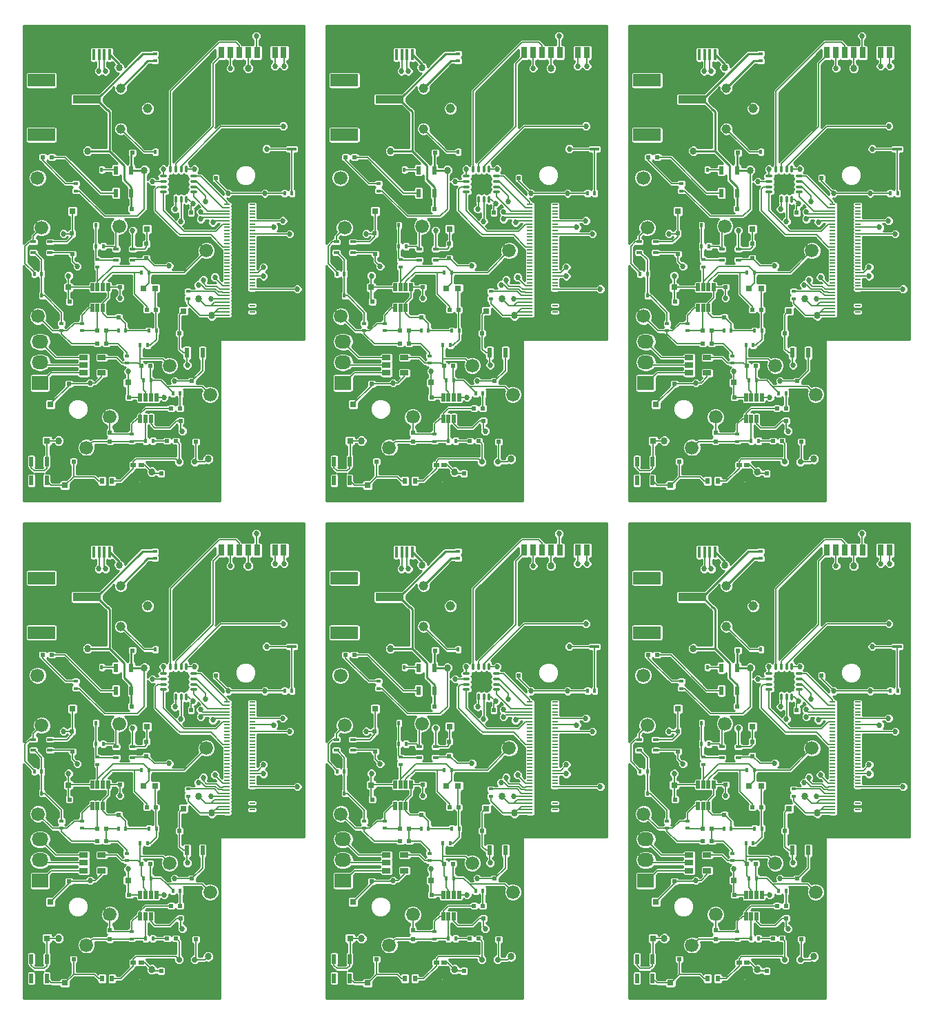
<source format=gbr>
G04 #@! TF.FileFunction,Copper,L1,Top,Signal*
%FSLAX46Y46*%
G04 Gerber Fmt 4.6, Leading zero omitted, Abs format (unit mm)*
G04 Created by KiCad (PCBNEW 4.0.2+dfsg1-stable) date Mon 02 May 2016 01:19:17 PM EDT*
%MOMM*%
G01*
G04 APERTURE LIST*
%ADD10C,0.100000*%
%ADD11O,1.000000X0.300000*%
%ADD12O,0.300000X1.000000*%
%ADD13R,2.100000X2.100000*%
%ADD14C,0.457000*%
%ADD15R,0.660400X0.406400*%
%ADD16C,1.680000*%
%ADD17R,0.600000X0.800000*%
%ADD18C,1.550000*%
%ADD19R,0.700000X0.200000*%
%ADD20R,0.650000X0.545000*%
%ADD21C,1.450000*%
%ADD22C,0.723000*%
%ADD23C,0.562000*%
%ADD24C,0.512000*%
%ADD25C,1.224000*%
%ADD26R,1.060000X0.650000*%
%ADD27R,0.750000X0.800000*%
%ADD28R,0.480000X0.990000*%
%ADD29R,0.400000X0.600000*%
%ADD30R,0.600000X0.400000*%
%ADD31R,0.800000X0.750000*%
%ADD32R,0.600000X0.500000*%
%ADD33R,1.900000X1.600000*%
%ADD34R,1.600000X1.400000*%
%ADD35R,0.400000X1.350000*%
%ADD36C,1.600000*%
%ADD37R,0.500000X0.600000*%
%ADD38R,2.032000X2.032000*%
%ADD39O,2.032000X2.032000*%
%ADD40R,0.800000X1.400000*%
%ADD41R,1.350000X1.800000*%
%ADD42R,1.160000X1.500000*%
%ADD43R,0.650000X2.140000*%
%ADD44R,0.600000X1.150000*%
%ADD45R,0.650000X1.600000*%
%ADD46R,0.650000X1.300000*%
%ADD47R,1.100000X0.450000*%
%ADD48R,1.150000X0.450000*%
%ADD49R,3.395980X1.498600*%
%ADD50R,3.497580X0.995680*%
%ADD51C,1.150000*%
%ADD52R,0.500000X1.200000*%
%ADD53R,0.600000X1.250000*%
%ADD54R,0.600000X1.100000*%
%ADD55R,2.032000X1.727200*%
%ADD56O,2.032000X1.727200*%
%ADD57C,0.685800*%
%ADD58C,0.863600*%
%ADD59C,0.254000*%
%ADD60C,0.152400*%
%ADD61C,0.203200*%
G04 APERTURE END LIST*
D10*
D11*
X108308400Y-94537800D03*
X108308400Y-93887800D03*
X108308400Y-93237800D03*
X108308400Y-92587800D03*
D12*
X107433400Y-91712800D03*
D11*
X104608400Y-94537800D03*
D12*
X107433400Y-95412800D03*
X106783400Y-91712800D03*
X106133400Y-91712800D03*
X105483400Y-91712800D03*
D11*
X104608400Y-93887800D03*
X104608400Y-93237800D03*
X104608400Y-92587800D03*
D12*
X106783400Y-95412800D03*
X106133400Y-95412800D03*
X105483400Y-95412800D03*
D13*
X106458400Y-93562800D03*
D14*
X107008400Y-94112800D03*
X106008400Y-94112800D03*
X107008400Y-93112800D03*
X106008400Y-93112800D03*
D15*
X98818200Y-101542600D03*
X98818200Y-102863400D03*
X98818200Y-102203000D03*
X100850200Y-102863400D03*
X100850200Y-101542600D03*
X88658200Y-100653600D03*
X88658200Y-101974400D03*
X88658200Y-101314000D03*
X90690200Y-101974400D03*
X90690200Y-100653600D03*
D16*
X89166200Y-92805000D03*
D17*
X97091000Y-130012000D03*
X98311000Y-130012000D03*
D18*
X97701000Y-128492000D03*
D19*
X115506000Y-109663000D03*
X112426000Y-109663000D03*
X115506000Y-109263000D03*
X112426000Y-109263000D03*
X115506000Y-108863000D03*
X112426000Y-108863000D03*
X115506000Y-108463000D03*
X112426000Y-108463000D03*
X115506000Y-108063000D03*
X112426000Y-108063000D03*
X115506000Y-107663000D03*
X112426000Y-107663000D03*
X115506000Y-107263000D03*
X112426000Y-107263000D03*
X115506000Y-106863000D03*
X112426000Y-106863000D03*
X115506000Y-106463000D03*
X112426000Y-106463000D03*
X115506000Y-106063000D03*
X112426000Y-106063000D03*
X115506000Y-105663000D03*
X112426000Y-105663000D03*
X115506000Y-105263000D03*
X112426000Y-105263000D03*
X115506000Y-104863000D03*
X112426000Y-104863000D03*
X115506000Y-104463000D03*
X112426000Y-104463000D03*
X115506000Y-104063000D03*
X112426000Y-104063000D03*
X115506000Y-103663000D03*
X112426000Y-103663000D03*
X115506000Y-103263000D03*
X112426000Y-103263000D03*
X115506000Y-102863000D03*
X112426000Y-102863000D03*
X115506000Y-102463000D03*
X112426000Y-102463000D03*
X115506000Y-102063000D03*
X112426000Y-102063000D03*
X115506000Y-101663000D03*
X112426000Y-101663000D03*
X115506000Y-101263000D03*
X112426000Y-101263000D03*
X115506000Y-100863000D03*
X112426000Y-100863000D03*
X115506000Y-100463000D03*
X112426000Y-100463000D03*
X115506000Y-100063000D03*
X112426000Y-100063000D03*
X115506000Y-99663000D03*
X112426000Y-99663000D03*
X115506000Y-99263000D03*
X112426000Y-99263000D03*
X115506000Y-98863000D03*
X112426000Y-98863000D03*
X115506000Y-98463000D03*
X112426000Y-98463000D03*
X115506000Y-98063000D03*
X112426000Y-98063000D03*
X115506000Y-97663000D03*
X112426000Y-97663000D03*
X115506000Y-97263000D03*
X112426000Y-97263000D03*
X115506000Y-96863000D03*
X112426000Y-96863000D03*
X115506000Y-96463000D03*
X112426000Y-96463000D03*
X115506000Y-96063000D03*
X112426000Y-96063000D03*
D20*
X100934000Y-128030500D03*
X101884000Y-128030500D03*
D21*
X101409000Y-129508000D03*
D22*
X106539000Y-127659000D03*
D23*
X106490000Y-130396000D03*
X108520000Y-130396000D03*
D22*
X108471000Y-127659000D03*
D24*
X107505000Y-127659000D03*
D25*
X107505000Y-129762000D03*
D26*
X97022600Y-116742000D03*
X97022600Y-115792000D03*
X97022600Y-114842000D03*
X94822600Y-114842000D03*
X94822600Y-116742000D03*
X94822600Y-115792000D03*
D27*
X90741000Y-120579200D03*
X90741000Y-122079200D03*
D16*
X99173800Y-98723200D03*
X89217000Y-109797600D03*
D28*
X95882200Y-108780800D03*
X96532200Y-108780800D03*
X97182200Y-108780800D03*
X97832200Y-108780800D03*
X97832200Y-106190800D03*
X97182200Y-106190800D03*
X96532200Y-106190800D03*
X95882200Y-106190800D03*
D29*
X96336200Y-101212400D03*
X97236200Y-101212400D03*
X89667000Y-104565200D03*
X88767000Y-104565200D03*
X97236200Y-98621600D03*
X96336200Y-98621600D03*
X88767000Y-107257600D03*
X89667000Y-107257600D03*
D30*
X96532200Y-102838000D03*
X96532200Y-103738000D03*
X92112600Y-110668400D03*
X92112600Y-111568400D03*
D31*
X102589400Y-99078800D03*
X104089400Y-99078800D03*
D32*
X102535400Y-100907600D03*
X103635400Y-100907600D03*
X102535400Y-102685600D03*
X103635400Y-102685600D03*
D31*
X102132200Y-106343200D03*
X103632200Y-106343200D03*
D32*
X103686200Y-108984800D03*
X102586200Y-108984800D03*
X99284200Y-106190800D03*
X100384200Y-106190800D03*
X93069000Y-108019600D03*
X91969000Y-108019600D03*
D31*
X92964200Y-106241600D03*
X91464200Y-106241600D03*
D33*
X97910000Y-75017000D03*
X95510000Y-75017000D03*
D34*
X99910000Y-77517000D03*
X93510000Y-77517000D03*
D35*
X98010000Y-77692000D03*
X97360000Y-77692000D03*
X96710000Y-77692000D03*
X96060000Y-77692000D03*
X95410000Y-77692000D03*
D36*
X99885000Y-75017000D03*
X93535000Y-75017000D03*
D37*
X108013000Y-97081000D03*
X108013000Y-98181000D03*
X111061000Y-92847000D03*
X111061000Y-91747000D03*
D29*
X102671800Y-113353600D03*
X101771800Y-113353600D03*
D38*
X89775800Y-75812400D03*
D39*
X89775800Y-78352400D03*
D29*
X119501000Y-94710000D03*
X120401000Y-94710000D03*
D30*
X103568000Y-78465000D03*
X103568000Y-77565000D03*
D29*
X103626000Y-89630000D03*
X104526000Y-89630000D03*
D40*
X119398000Y-77438000D03*
X118298000Y-77438000D03*
X117198000Y-77438000D03*
X116098000Y-77438000D03*
X114998000Y-77438000D03*
X113898000Y-77438000D03*
X112798000Y-77438000D03*
X111698000Y-77438000D03*
D41*
X120288000Y-75388000D03*
D42*
X106968000Y-75138000D03*
D43*
X120613000Y-82018000D03*
D44*
X106688000Y-83113000D03*
D45*
X120613000Y-87098000D03*
D46*
X106713000Y-89038000D03*
D47*
X120388000Y-88603000D03*
D48*
X120363000Y-89263000D03*
D49*
X89636100Y-80839060D03*
D50*
X95186000Y-83188560D03*
X95186000Y-85185000D03*
D49*
X89636100Y-87534500D03*
D51*
X102678000Y-84296000D03*
X99378000Y-86796000D03*
X99378000Y-81796000D03*
D30*
X107632000Y-106731400D03*
X107632000Y-107631400D03*
D52*
X90294000Y-127603000D03*
X89344000Y-127603000D03*
X88394000Y-127603000D03*
X88394000Y-129953000D03*
X90294000Y-129953000D03*
D16*
X110349800Y-119398800D03*
X95160600Y-125901200D03*
X98056200Y-122142000D03*
X105371400Y-115842800D03*
X89674200Y-98926400D03*
X109892600Y-101720400D03*
D53*
X107510000Y-114268000D03*
X109410000Y-114268000D03*
X108460000Y-112118000D03*
D28*
X101785400Y-122344400D03*
X102435400Y-122344400D03*
X103085400Y-122344400D03*
X103735400Y-122344400D03*
X103735400Y-119754400D03*
X103085400Y-119754400D03*
X102435400Y-119754400D03*
X101785400Y-119754400D03*
D54*
X98782600Y-94659200D03*
X99732600Y-94659200D03*
X100682600Y-94659200D03*
X100682600Y-91859200D03*
X98782600Y-91859200D03*
D29*
X103738600Y-111575600D03*
X102838600Y-111575600D03*
X102817000Y-104412800D03*
X101917000Y-104412800D03*
X105785000Y-119246400D03*
X106685000Y-119246400D03*
X102178200Y-117671600D03*
X103078200Y-117671600D03*
X103332200Y-125088400D03*
X102432200Y-125088400D03*
D30*
X94601800Y-111568400D03*
X94601800Y-110668400D03*
X100748600Y-125132000D03*
X100748600Y-124232000D03*
D29*
X99086600Y-111575600D03*
X99986600Y-111575600D03*
D30*
X100139000Y-115530800D03*
X100139000Y-114630800D03*
D29*
X97033000Y-91789000D03*
X96133000Y-91789000D03*
D30*
X93839800Y-94398000D03*
X93839800Y-93498000D03*
D32*
X89810000Y-90265000D03*
X90910000Y-90265000D03*
D31*
X92531000Y-130524000D03*
X94031000Y-130524000D03*
D32*
X106581800Y-111880400D03*
X105481800Y-111880400D03*
D31*
X90348000Y-125063000D03*
X88848000Y-125063000D03*
D32*
X93577000Y-127603000D03*
X92477000Y-127603000D03*
D31*
X107047800Y-109137200D03*
X105547800Y-109137200D03*
D37*
X104330000Y-129085000D03*
X104330000Y-130185000D03*
D32*
X99131800Y-109899200D03*
X100231800Y-109899200D03*
X105583400Y-121075200D03*
X106683400Y-121075200D03*
X96490200Y-111575600D03*
X97590200Y-111575600D03*
D37*
X98056200Y-124030400D03*
X98056200Y-125130400D03*
D32*
X96499000Y-113150400D03*
X97599000Y-113150400D03*
X102975000Y-115893600D03*
X101875000Y-115893600D03*
X108072600Y-117722400D03*
X109172600Y-117722400D03*
X100384200Y-119754400D03*
X99284200Y-119754400D03*
D31*
X93445400Y-96894400D03*
X94945400Y-96894400D03*
X100267400Y-117925600D03*
X98767400Y-117925600D03*
D32*
X93018200Y-118078000D03*
X91918200Y-118078000D03*
X93442200Y-102126800D03*
X94542200Y-102126800D03*
X105075400Y-125088400D03*
X106175400Y-125088400D03*
X100689000Y-96615000D03*
X99589000Y-96615000D03*
X100799400Y-89731600D03*
X99699400Y-89731600D03*
X109706000Y-125190000D03*
X108606000Y-125190000D03*
X106701000Y-122599200D03*
X107801000Y-122599200D03*
D55*
X89471000Y-117976400D03*
D56*
X89471000Y-115436400D03*
X89471000Y-112896400D03*
D32*
X93391400Y-99637600D03*
X94491400Y-99637600D03*
D11*
X108308400Y-33482800D03*
X108308400Y-32832800D03*
X108308400Y-32182800D03*
X108308400Y-31532800D03*
D12*
X107433400Y-30657800D03*
D11*
X104608400Y-33482800D03*
D12*
X107433400Y-34357800D03*
X106783400Y-30657800D03*
X106133400Y-30657800D03*
X105483400Y-30657800D03*
D11*
X104608400Y-32832800D03*
X104608400Y-32182800D03*
X104608400Y-31532800D03*
D12*
X106783400Y-34357800D03*
X106133400Y-34357800D03*
X105483400Y-34357800D03*
D13*
X106458400Y-32507800D03*
D14*
X107008400Y-33057800D03*
X106008400Y-33057800D03*
X107008400Y-32057800D03*
X106008400Y-32057800D03*
D15*
X98818200Y-40487600D03*
X98818200Y-41808400D03*
X98818200Y-41148000D03*
X100850200Y-41808400D03*
X100850200Y-40487600D03*
X88658200Y-39598600D03*
X88658200Y-40919400D03*
X88658200Y-40259000D03*
X90690200Y-40919400D03*
X90690200Y-39598600D03*
D16*
X89166200Y-31750000D03*
D17*
X97091000Y-68957000D03*
X98311000Y-68957000D03*
D18*
X97701000Y-67437000D03*
D19*
X115506000Y-48608000D03*
X112426000Y-48608000D03*
X115506000Y-48208000D03*
X112426000Y-48208000D03*
X115506000Y-47808000D03*
X112426000Y-47808000D03*
X115506000Y-47408000D03*
X112426000Y-47408000D03*
X115506000Y-47008000D03*
X112426000Y-47008000D03*
X115506000Y-46608000D03*
X112426000Y-46608000D03*
X115506000Y-46208000D03*
X112426000Y-46208000D03*
X115506000Y-45808000D03*
X112426000Y-45808000D03*
X115506000Y-45408000D03*
X112426000Y-45408000D03*
X115506000Y-45008000D03*
X112426000Y-45008000D03*
X115506000Y-44608000D03*
X112426000Y-44608000D03*
X115506000Y-44208000D03*
X112426000Y-44208000D03*
X115506000Y-43808000D03*
X112426000Y-43808000D03*
X115506000Y-43408000D03*
X112426000Y-43408000D03*
X115506000Y-43008000D03*
X112426000Y-43008000D03*
X115506000Y-42608000D03*
X112426000Y-42608000D03*
X115506000Y-42208000D03*
X112426000Y-42208000D03*
X115506000Y-41808000D03*
X112426000Y-41808000D03*
X115506000Y-41408000D03*
X112426000Y-41408000D03*
X115506000Y-41008000D03*
X112426000Y-41008000D03*
X115506000Y-40608000D03*
X112426000Y-40608000D03*
X115506000Y-40208000D03*
X112426000Y-40208000D03*
X115506000Y-39808000D03*
X112426000Y-39808000D03*
X115506000Y-39408000D03*
X112426000Y-39408000D03*
X115506000Y-39008000D03*
X112426000Y-39008000D03*
X115506000Y-38608000D03*
X112426000Y-38608000D03*
X115506000Y-38208000D03*
X112426000Y-38208000D03*
X115506000Y-37808000D03*
X112426000Y-37808000D03*
X115506000Y-37408000D03*
X112426000Y-37408000D03*
X115506000Y-37008000D03*
X112426000Y-37008000D03*
X115506000Y-36608000D03*
X112426000Y-36608000D03*
X115506000Y-36208000D03*
X112426000Y-36208000D03*
X115506000Y-35808000D03*
X112426000Y-35808000D03*
X115506000Y-35408000D03*
X112426000Y-35408000D03*
X115506000Y-35008000D03*
X112426000Y-35008000D03*
D20*
X100934000Y-66975500D03*
X101884000Y-66975500D03*
D21*
X101409000Y-68453000D03*
D22*
X106539000Y-66604000D03*
D23*
X106490000Y-69341000D03*
X108520000Y-69341000D03*
D22*
X108471000Y-66604000D03*
D24*
X107505000Y-66604000D03*
D25*
X107505000Y-68707000D03*
D26*
X97022600Y-55687000D03*
X97022600Y-54737000D03*
X97022600Y-53787000D03*
X94822600Y-53787000D03*
X94822600Y-55687000D03*
X94822600Y-54737000D03*
D27*
X90741000Y-59524200D03*
X90741000Y-61024200D03*
D16*
X99173800Y-37668200D03*
X89217000Y-48742600D03*
D28*
X95882200Y-47725800D03*
X96532200Y-47725800D03*
X97182200Y-47725800D03*
X97832200Y-47725800D03*
X97832200Y-45135800D03*
X97182200Y-45135800D03*
X96532200Y-45135800D03*
X95882200Y-45135800D03*
D29*
X96336200Y-40157400D03*
X97236200Y-40157400D03*
X89667000Y-43510200D03*
X88767000Y-43510200D03*
X97236200Y-37566600D03*
X96336200Y-37566600D03*
X88767000Y-46202600D03*
X89667000Y-46202600D03*
D30*
X96532200Y-41783000D03*
X96532200Y-42683000D03*
X92112600Y-49613400D03*
X92112600Y-50513400D03*
D31*
X102589400Y-38023800D03*
X104089400Y-38023800D03*
D32*
X102535400Y-39852600D03*
X103635400Y-39852600D03*
X102535400Y-41630600D03*
X103635400Y-41630600D03*
D31*
X102132200Y-45288200D03*
X103632200Y-45288200D03*
D32*
X103686200Y-47929800D03*
X102586200Y-47929800D03*
X99284200Y-45135800D03*
X100384200Y-45135800D03*
X93069000Y-46964600D03*
X91969000Y-46964600D03*
D31*
X92964200Y-45186600D03*
X91464200Y-45186600D03*
D33*
X97910000Y-13962000D03*
X95510000Y-13962000D03*
D34*
X99910000Y-16462000D03*
X93510000Y-16462000D03*
D35*
X98010000Y-16637000D03*
X97360000Y-16637000D03*
X96710000Y-16637000D03*
X96060000Y-16637000D03*
X95410000Y-16637000D03*
D36*
X99885000Y-13962000D03*
X93535000Y-13962000D03*
D37*
X108013000Y-36026000D03*
X108013000Y-37126000D03*
X111061000Y-31792000D03*
X111061000Y-30692000D03*
D29*
X102671800Y-52298600D03*
X101771800Y-52298600D03*
D38*
X89775800Y-14757400D03*
D39*
X89775800Y-17297400D03*
D29*
X119501000Y-33655000D03*
X120401000Y-33655000D03*
D30*
X103568000Y-17410000D03*
X103568000Y-16510000D03*
D29*
X103626000Y-28575000D03*
X104526000Y-28575000D03*
D40*
X119398000Y-16383000D03*
X118298000Y-16383000D03*
X117198000Y-16383000D03*
X116098000Y-16383000D03*
X114998000Y-16383000D03*
X113898000Y-16383000D03*
X112798000Y-16383000D03*
X111698000Y-16383000D03*
D41*
X120288000Y-14333000D03*
D42*
X106968000Y-14083000D03*
D43*
X120613000Y-20963000D03*
D44*
X106688000Y-22058000D03*
D45*
X120613000Y-26043000D03*
D46*
X106713000Y-27983000D03*
D47*
X120388000Y-27548000D03*
D48*
X120363000Y-28208000D03*
D49*
X89636100Y-19784060D03*
D50*
X95186000Y-22133560D03*
X95186000Y-24130000D03*
D49*
X89636100Y-26479500D03*
D51*
X102678000Y-23241000D03*
X99378000Y-25741000D03*
X99378000Y-20741000D03*
D30*
X107632000Y-45676400D03*
X107632000Y-46576400D03*
D52*
X90294000Y-66548000D03*
X89344000Y-66548000D03*
X88394000Y-66548000D03*
X88394000Y-68898000D03*
X90294000Y-68898000D03*
D16*
X110349800Y-58343800D03*
X95160600Y-64846200D03*
X98056200Y-61087000D03*
X105371400Y-54787800D03*
X89674200Y-37871400D03*
X109892600Y-40665400D03*
D53*
X107510000Y-53213000D03*
X109410000Y-53213000D03*
X108460000Y-51063000D03*
D28*
X101785400Y-61289400D03*
X102435400Y-61289400D03*
X103085400Y-61289400D03*
X103735400Y-61289400D03*
X103735400Y-58699400D03*
X103085400Y-58699400D03*
X102435400Y-58699400D03*
X101785400Y-58699400D03*
D54*
X98782600Y-33604200D03*
X99732600Y-33604200D03*
X100682600Y-33604200D03*
X100682600Y-30804200D03*
X98782600Y-30804200D03*
D29*
X103738600Y-50520600D03*
X102838600Y-50520600D03*
X102817000Y-43357800D03*
X101917000Y-43357800D03*
X105785000Y-58191400D03*
X106685000Y-58191400D03*
X102178200Y-56616600D03*
X103078200Y-56616600D03*
X103332200Y-64033400D03*
X102432200Y-64033400D03*
D30*
X94601800Y-50513400D03*
X94601800Y-49613400D03*
X100748600Y-64077000D03*
X100748600Y-63177000D03*
D29*
X99086600Y-50520600D03*
X99986600Y-50520600D03*
D30*
X100139000Y-54475800D03*
X100139000Y-53575800D03*
D29*
X97033000Y-30734000D03*
X96133000Y-30734000D03*
D30*
X93839800Y-33343000D03*
X93839800Y-32443000D03*
D32*
X89810000Y-29210000D03*
X90910000Y-29210000D03*
D31*
X92531000Y-69469000D03*
X94031000Y-69469000D03*
D32*
X106581800Y-50825400D03*
X105481800Y-50825400D03*
D31*
X90348000Y-64008000D03*
X88848000Y-64008000D03*
D32*
X93577000Y-66548000D03*
X92477000Y-66548000D03*
D31*
X107047800Y-48082200D03*
X105547800Y-48082200D03*
D37*
X104330000Y-68030000D03*
X104330000Y-69130000D03*
D32*
X99131800Y-48844200D03*
X100231800Y-48844200D03*
X105583400Y-60020200D03*
X106683400Y-60020200D03*
X96490200Y-50520600D03*
X97590200Y-50520600D03*
D37*
X98056200Y-62975400D03*
X98056200Y-64075400D03*
D32*
X96499000Y-52095400D03*
X97599000Y-52095400D03*
X102975000Y-54838600D03*
X101875000Y-54838600D03*
X108072600Y-56667400D03*
X109172600Y-56667400D03*
X100384200Y-58699400D03*
X99284200Y-58699400D03*
D31*
X93445400Y-35839400D03*
X94945400Y-35839400D03*
X100267400Y-56870600D03*
X98767400Y-56870600D03*
D32*
X93018200Y-57023000D03*
X91918200Y-57023000D03*
X93442200Y-41071800D03*
X94542200Y-41071800D03*
X105075400Y-64033400D03*
X106175400Y-64033400D03*
X100689000Y-35560000D03*
X99589000Y-35560000D03*
X100799400Y-28676600D03*
X99699400Y-28676600D03*
X109706000Y-64135000D03*
X108606000Y-64135000D03*
X106701000Y-61544200D03*
X107801000Y-61544200D03*
D55*
X89471000Y-56921400D03*
D56*
X89471000Y-54381400D03*
X89471000Y-51841400D03*
D32*
X93391400Y-38582600D03*
X94491400Y-38582600D03*
D11*
X71129400Y-94537800D03*
X71129400Y-93887800D03*
X71129400Y-93237800D03*
X71129400Y-92587800D03*
D12*
X70254400Y-91712800D03*
D11*
X67429400Y-94537800D03*
D12*
X70254400Y-95412800D03*
X69604400Y-91712800D03*
X68954400Y-91712800D03*
X68304400Y-91712800D03*
D11*
X67429400Y-93887800D03*
X67429400Y-93237800D03*
X67429400Y-92587800D03*
D12*
X69604400Y-95412800D03*
X68954400Y-95412800D03*
X68304400Y-95412800D03*
D13*
X69279400Y-93562800D03*
D14*
X69829400Y-94112800D03*
X68829400Y-94112800D03*
X69829400Y-93112800D03*
X68829400Y-93112800D03*
D15*
X61639200Y-101542600D03*
X61639200Y-102863400D03*
X61639200Y-102203000D03*
X63671200Y-102863400D03*
X63671200Y-101542600D03*
X51479200Y-100653600D03*
X51479200Y-101974400D03*
X51479200Y-101314000D03*
X53511200Y-101974400D03*
X53511200Y-100653600D03*
D16*
X51987200Y-92805000D03*
D17*
X59912000Y-130012000D03*
X61132000Y-130012000D03*
D18*
X60522000Y-128492000D03*
D19*
X78327000Y-109663000D03*
X75247000Y-109663000D03*
X78327000Y-109263000D03*
X75247000Y-109263000D03*
X78327000Y-108863000D03*
X75247000Y-108863000D03*
X78327000Y-108463000D03*
X75247000Y-108463000D03*
X78327000Y-108063000D03*
X75247000Y-108063000D03*
X78327000Y-107663000D03*
X75247000Y-107663000D03*
X78327000Y-107263000D03*
X75247000Y-107263000D03*
X78327000Y-106863000D03*
X75247000Y-106863000D03*
X78327000Y-106463000D03*
X75247000Y-106463000D03*
X78327000Y-106063000D03*
X75247000Y-106063000D03*
X78327000Y-105663000D03*
X75247000Y-105663000D03*
X78327000Y-105263000D03*
X75247000Y-105263000D03*
X78327000Y-104863000D03*
X75247000Y-104863000D03*
X78327000Y-104463000D03*
X75247000Y-104463000D03*
X78327000Y-104063000D03*
X75247000Y-104063000D03*
X78327000Y-103663000D03*
X75247000Y-103663000D03*
X78327000Y-103263000D03*
X75247000Y-103263000D03*
X78327000Y-102863000D03*
X75247000Y-102863000D03*
X78327000Y-102463000D03*
X75247000Y-102463000D03*
X78327000Y-102063000D03*
X75247000Y-102063000D03*
X78327000Y-101663000D03*
X75247000Y-101663000D03*
X78327000Y-101263000D03*
X75247000Y-101263000D03*
X78327000Y-100863000D03*
X75247000Y-100863000D03*
X78327000Y-100463000D03*
X75247000Y-100463000D03*
X78327000Y-100063000D03*
X75247000Y-100063000D03*
X78327000Y-99663000D03*
X75247000Y-99663000D03*
X78327000Y-99263000D03*
X75247000Y-99263000D03*
X78327000Y-98863000D03*
X75247000Y-98863000D03*
X78327000Y-98463000D03*
X75247000Y-98463000D03*
X78327000Y-98063000D03*
X75247000Y-98063000D03*
X78327000Y-97663000D03*
X75247000Y-97663000D03*
X78327000Y-97263000D03*
X75247000Y-97263000D03*
X78327000Y-96863000D03*
X75247000Y-96863000D03*
X78327000Y-96463000D03*
X75247000Y-96463000D03*
X78327000Y-96063000D03*
X75247000Y-96063000D03*
D20*
X63755000Y-128030500D03*
X64705000Y-128030500D03*
D21*
X64230000Y-129508000D03*
D22*
X69360000Y-127659000D03*
D23*
X69311000Y-130396000D03*
X71341000Y-130396000D03*
D22*
X71292000Y-127659000D03*
D24*
X70326000Y-127659000D03*
D25*
X70326000Y-129762000D03*
D26*
X59843600Y-116742000D03*
X59843600Y-115792000D03*
X59843600Y-114842000D03*
X57643600Y-114842000D03*
X57643600Y-116742000D03*
X57643600Y-115792000D03*
D27*
X53562000Y-120579200D03*
X53562000Y-122079200D03*
D16*
X61994800Y-98723200D03*
X52038000Y-109797600D03*
D28*
X58703200Y-108780800D03*
X59353200Y-108780800D03*
X60003200Y-108780800D03*
X60653200Y-108780800D03*
X60653200Y-106190800D03*
X60003200Y-106190800D03*
X59353200Y-106190800D03*
X58703200Y-106190800D03*
D29*
X59157200Y-101212400D03*
X60057200Y-101212400D03*
X52488000Y-104565200D03*
X51588000Y-104565200D03*
X60057200Y-98621600D03*
X59157200Y-98621600D03*
X51588000Y-107257600D03*
X52488000Y-107257600D03*
D30*
X59353200Y-102838000D03*
X59353200Y-103738000D03*
X54933600Y-110668400D03*
X54933600Y-111568400D03*
D31*
X65410400Y-99078800D03*
X66910400Y-99078800D03*
D32*
X65356400Y-100907600D03*
X66456400Y-100907600D03*
X65356400Y-102685600D03*
X66456400Y-102685600D03*
D31*
X64953200Y-106343200D03*
X66453200Y-106343200D03*
D32*
X66507200Y-108984800D03*
X65407200Y-108984800D03*
X62105200Y-106190800D03*
X63205200Y-106190800D03*
X55890000Y-108019600D03*
X54790000Y-108019600D03*
D31*
X55785200Y-106241600D03*
X54285200Y-106241600D03*
D33*
X60731000Y-75017000D03*
X58331000Y-75017000D03*
D34*
X62731000Y-77517000D03*
X56331000Y-77517000D03*
D35*
X60831000Y-77692000D03*
X60181000Y-77692000D03*
X59531000Y-77692000D03*
X58881000Y-77692000D03*
X58231000Y-77692000D03*
D36*
X62706000Y-75017000D03*
X56356000Y-75017000D03*
D37*
X70834000Y-97081000D03*
X70834000Y-98181000D03*
X73882000Y-92847000D03*
X73882000Y-91747000D03*
D29*
X65492800Y-113353600D03*
X64592800Y-113353600D03*
D38*
X52596800Y-75812400D03*
D39*
X52596800Y-78352400D03*
D29*
X82322000Y-94710000D03*
X83222000Y-94710000D03*
D30*
X66389000Y-78465000D03*
X66389000Y-77565000D03*
D29*
X66447000Y-89630000D03*
X67347000Y-89630000D03*
D40*
X82219000Y-77438000D03*
X81119000Y-77438000D03*
X80019000Y-77438000D03*
X78919000Y-77438000D03*
X77819000Y-77438000D03*
X76719000Y-77438000D03*
X75619000Y-77438000D03*
X74519000Y-77438000D03*
D41*
X83109000Y-75388000D03*
D42*
X69789000Y-75138000D03*
D43*
X83434000Y-82018000D03*
D44*
X69509000Y-83113000D03*
D45*
X83434000Y-87098000D03*
D46*
X69534000Y-89038000D03*
D47*
X83209000Y-88603000D03*
D48*
X83184000Y-89263000D03*
D49*
X52457100Y-80839060D03*
D50*
X58007000Y-83188560D03*
X58007000Y-85185000D03*
D49*
X52457100Y-87534500D03*
D51*
X65499000Y-84296000D03*
X62199000Y-86796000D03*
X62199000Y-81796000D03*
D30*
X70453000Y-106731400D03*
X70453000Y-107631400D03*
D52*
X53115000Y-127603000D03*
X52165000Y-127603000D03*
X51215000Y-127603000D03*
X51215000Y-129953000D03*
X53115000Y-129953000D03*
D16*
X73170800Y-119398800D03*
X57981600Y-125901200D03*
X60877200Y-122142000D03*
X68192400Y-115842800D03*
X52495200Y-98926400D03*
X72713600Y-101720400D03*
D53*
X70331000Y-114268000D03*
X72231000Y-114268000D03*
X71281000Y-112118000D03*
D28*
X64606400Y-122344400D03*
X65256400Y-122344400D03*
X65906400Y-122344400D03*
X66556400Y-122344400D03*
X66556400Y-119754400D03*
X65906400Y-119754400D03*
X65256400Y-119754400D03*
X64606400Y-119754400D03*
D54*
X61603600Y-94659200D03*
X62553600Y-94659200D03*
X63503600Y-94659200D03*
X63503600Y-91859200D03*
X61603600Y-91859200D03*
D29*
X66559600Y-111575600D03*
X65659600Y-111575600D03*
X65638000Y-104412800D03*
X64738000Y-104412800D03*
X68606000Y-119246400D03*
X69506000Y-119246400D03*
X64999200Y-117671600D03*
X65899200Y-117671600D03*
X66153200Y-125088400D03*
X65253200Y-125088400D03*
D30*
X57422800Y-111568400D03*
X57422800Y-110668400D03*
X63569600Y-125132000D03*
X63569600Y-124232000D03*
D29*
X61907600Y-111575600D03*
X62807600Y-111575600D03*
D30*
X62960000Y-115530800D03*
X62960000Y-114630800D03*
D29*
X59854000Y-91789000D03*
X58954000Y-91789000D03*
D30*
X56660800Y-94398000D03*
X56660800Y-93498000D03*
D32*
X52631000Y-90265000D03*
X53731000Y-90265000D03*
D31*
X55352000Y-130524000D03*
X56852000Y-130524000D03*
D32*
X69402800Y-111880400D03*
X68302800Y-111880400D03*
D31*
X53169000Y-125063000D03*
X51669000Y-125063000D03*
D32*
X56398000Y-127603000D03*
X55298000Y-127603000D03*
D31*
X69868800Y-109137200D03*
X68368800Y-109137200D03*
D37*
X67151000Y-129085000D03*
X67151000Y-130185000D03*
D32*
X61952800Y-109899200D03*
X63052800Y-109899200D03*
X68404400Y-121075200D03*
X69504400Y-121075200D03*
X59311200Y-111575600D03*
X60411200Y-111575600D03*
D37*
X60877200Y-124030400D03*
X60877200Y-125130400D03*
D32*
X59320000Y-113150400D03*
X60420000Y-113150400D03*
X65796000Y-115893600D03*
X64696000Y-115893600D03*
X70893600Y-117722400D03*
X71993600Y-117722400D03*
X63205200Y-119754400D03*
X62105200Y-119754400D03*
D31*
X56266400Y-96894400D03*
X57766400Y-96894400D03*
X63088400Y-117925600D03*
X61588400Y-117925600D03*
D32*
X55839200Y-118078000D03*
X54739200Y-118078000D03*
X56263200Y-102126800D03*
X57363200Y-102126800D03*
X67896400Y-125088400D03*
X68996400Y-125088400D03*
X63510000Y-96615000D03*
X62410000Y-96615000D03*
X63620400Y-89731600D03*
X62520400Y-89731600D03*
X72527000Y-125190000D03*
X71427000Y-125190000D03*
X69522000Y-122599200D03*
X70622000Y-122599200D03*
D55*
X52292000Y-117976400D03*
D56*
X52292000Y-115436400D03*
X52292000Y-112896400D03*
D32*
X56212400Y-99637600D03*
X57312400Y-99637600D03*
D11*
X71129400Y-33482800D03*
X71129400Y-32832800D03*
X71129400Y-32182800D03*
X71129400Y-31532800D03*
D12*
X70254400Y-30657800D03*
D11*
X67429400Y-33482800D03*
D12*
X70254400Y-34357800D03*
X69604400Y-30657800D03*
X68954400Y-30657800D03*
X68304400Y-30657800D03*
D11*
X67429400Y-32832800D03*
X67429400Y-32182800D03*
X67429400Y-31532800D03*
D12*
X69604400Y-34357800D03*
X68954400Y-34357800D03*
X68304400Y-34357800D03*
D13*
X69279400Y-32507800D03*
D14*
X69829400Y-33057800D03*
X68829400Y-33057800D03*
X69829400Y-32057800D03*
X68829400Y-32057800D03*
D15*
X61639200Y-40487600D03*
X61639200Y-41808400D03*
X61639200Y-41148000D03*
X63671200Y-41808400D03*
X63671200Y-40487600D03*
X51479200Y-39598600D03*
X51479200Y-40919400D03*
X51479200Y-40259000D03*
X53511200Y-40919400D03*
X53511200Y-39598600D03*
D16*
X51987200Y-31750000D03*
D17*
X59912000Y-68957000D03*
X61132000Y-68957000D03*
D18*
X60522000Y-67437000D03*
D19*
X78327000Y-48608000D03*
X75247000Y-48608000D03*
X78327000Y-48208000D03*
X75247000Y-48208000D03*
X78327000Y-47808000D03*
X75247000Y-47808000D03*
X78327000Y-47408000D03*
X75247000Y-47408000D03*
X78327000Y-47008000D03*
X75247000Y-47008000D03*
X78327000Y-46608000D03*
X75247000Y-46608000D03*
X78327000Y-46208000D03*
X75247000Y-46208000D03*
X78327000Y-45808000D03*
X75247000Y-45808000D03*
X78327000Y-45408000D03*
X75247000Y-45408000D03*
X78327000Y-45008000D03*
X75247000Y-45008000D03*
X78327000Y-44608000D03*
X75247000Y-44608000D03*
X78327000Y-44208000D03*
X75247000Y-44208000D03*
X78327000Y-43808000D03*
X75247000Y-43808000D03*
X78327000Y-43408000D03*
X75247000Y-43408000D03*
X78327000Y-43008000D03*
X75247000Y-43008000D03*
X78327000Y-42608000D03*
X75247000Y-42608000D03*
X78327000Y-42208000D03*
X75247000Y-42208000D03*
X78327000Y-41808000D03*
X75247000Y-41808000D03*
X78327000Y-41408000D03*
X75247000Y-41408000D03*
X78327000Y-41008000D03*
X75247000Y-41008000D03*
X78327000Y-40608000D03*
X75247000Y-40608000D03*
X78327000Y-40208000D03*
X75247000Y-40208000D03*
X78327000Y-39808000D03*
X75247000Y-39808000D03*
X78327000Y-39408000D03*
X75247000Y-39408000D03*
X78327000Y-39008000D03*
X75247000Y-39008000D03*
X78327000Y-38608000D03*
X75247000Y-38608000D03*
X78327000Y-38208000D03*
X75247000Y-38208000D03*
X78327000Y-37808000D03*
X75247000Y-37808000D03*
X78327000Y-37408000D03*
X75247000Y-37408000D03*
X78327000Y-37008000D03*
X75247000Y-37008000D03*
X78327000Y-36608000D03*
X75247000Y-36608000D03*
X78327000Y-36208000D03*
X75247000Y-36208000D03*
X78327000Y-35808000D03*
X75247000Y-35808000D03*
X78327000Y-35408000D03*
X75247000Y-35408000D03*
X78327000Y-35008000D03*
X75247000Y-35008000D03*
D20*
X63755000Y-66975500D03*
X64705000Y-66975500D03*
D21*
X64230000Y-68453000D03*
D22*
X69360000Y-66604000D03*
D23*
X69311000Y-69341000D03*
X71341000Y-69341000D03*
D22*
X71292000Y-66604000D03*
D24*
X70326000Y-66604000D03*
D25*
X70326000Y-68707000D03*
D26*
X59843600Y-55687000D03*
X59843600Y-54737000D03*
X59843600Y-53787000D03*
X57643600Y-53787000D03*
X57643600Y-55687000D03*
X57643600Y-54737000D03*
D27*
X53562000Y-59524200D03*
X53562000Y-61024200D03*
D16*
X61994800Y-37668200D03*
X52038000Y-48742600D03*
D28*
X58703200Y-47725800D03*
X59353200Y-47725800D03*
X60003200Y-47725800D03*
X60653200Y-47725800D03*
X60653200Y-45135800D03*
X60003200Y-45135800D03*
X59353200Y-45135800D03*
X58703200Y-45135800D03*
D29*
X59157200Y-40157400D03*
X60057200Y-40157400D03*
X52488000Y-43510200D03*
X51588000Y-43510200D03*
X60057200Y-37566600D03*
X59157200Y-37566600D03*
X51588000Y-46202600D03*
X52488000Y-46202600D03*
D30*
X59353200Y-41783000D03*
X59353200Y-42683000D03*
X54933600Y-49613400D03*
X54933600Y-50513400D03*
D31*
X65410400Y-38023800D03*
X66910400Y-38023800D03*
D32*
X65356400Y-39852600D03*
X66456400Y-39852600D03*
X65356400Y-41630600D03*
X66456400Y-41630600D03*
D31*
X64953200Y-45288200D03*
X66453200Y-45288200D03*
D32*
X66507200Y-47929800D03*
X65407200Y-47929800D03*
X62105200Y-45135800D03*
X63205200Y-45135800D03*
X55890000Y-46964600D03*
X54790000Y-46964600D03*
D31*
X55785200Y-45186600D03*
X54285200Y-45186600D03*
D33*
X60731000Y-13962000D03*
X58331000Y-13962000D03*
D34*
X62731000Y-16462000D03*
X56331000Y-16462000D03*
D35*
X60831000Y-16637000D03*
X60181000Y-16637000D03*
X59531000Y-16637000D03*
X58881000Y-16637000D03*
X58231000Y-16637000D03*
D36*
X62706000Y-13962000D03*
X56356000Y-13962000D03*
D37*
X70834000Y-36026000D03*
X70834000Y-37126000D03*
X73882000Y-31792000D03*
X73882000Y-30692000D03*
D29*
X65492800Y-52298600D03*
X64592800Y-52298600D03*
D38*
X52596800Y-14757400D03*
D39*
X52596800Y-17297400D03*
D29*
X82322000Y-33655000D03*
X83222000Y-33655000D03*
D30*
X66389000Y-17410000D03*
X66389000Y-16510000D03*
D29*
X66447000Y-28575000D03*
X67347000Y-28575000D03*
D40*
X82219000Y-16383000D03*
X81119000Y-16383000D03*
X80019000Y-16383000D03*
X78919000Y-16383000D03*
X77819000Y-16383000D03*
X76719000Y-16383000D03*
X75619000Y-16383000D03*
X74519000Y-16383000D03*
D41*
X83109000Y-14333000D03*
D42*
X69789000Y-14083000D03*
D43*
X83434000Y-20963000D03*
D44*
X69509000Y-22058000D03*
D45*
X83434000Y-26043000D03*
D46*
X69534000Y-27983000D03*
D47*
X83209000Y-27548000D03*
D48*
X83184000Y-28208000D03*
D49*
X52457100Y-19784060D03*
D50*
X58007000Y-22133560D03*
X58007000Y-24130000D03*
D49*
X52457100Y-26479500D03*
D51*
X65499000Y-23241000D03*
X62199000Y-25741000D03*
X62199000Y-20741000D03*
D30*
X70453000Y-45676400D03*
X70453000Y-46576400D03*
D52*
X53115000Y-66548000D03*
X52165000Y-66548000D03*
X51215000Y-66548000D03*
X51215000Y-68898000D03*
X53115000Y-68898000D03*
D16*
X73170800Y-58343800D03*
X57981600Y-64846200D03*
X60877200Y-61087000D03*
X68192400Y-54787800D03*
X52495200Y-37871400D03*
X72713600Y-40665400D03*
D53*
X70331000Y-53213000D03*
X72231000Y-53213000D03*
X71281000Y-51063000D03*
D28*
X64606400Y-61289400D03*
X65256400Y-61289400D03*
X65906400Y-61289400D03*
X66556400Y-61289400D03*
X66556400Y-58699400D03*
X65906400Y-58699400D03*
X65256400Y-58699400D03*
X64606400Y-58699400D03*
D54*
X61603600Y-33604200D03*
X62553600Y-33604200D03*
X63503600Y-33604200D03*
X63503600Y-30804200D03*
X61603600Y-30804200D03*
D29*
X66559600Y-50520600D03*
X65659600Y-50520600D03*
X65638000Y-43357800D03*
X64738000Y-43357800D03*
X68606000Y-58191400D03*
X69506000Y-58191400D03*
X64999200Y-56616600D03*
X65899200Y-56616600D03*
X66153200Y-64033400D03*
X65253200Y-64033400D03*
D30*
X57422800Y-50513400D03*
X57422800Y-49613400D03*
X63569600Y-64077000D03*
X63569600Y-63177000D03*
D29*
X61907600Y-50520600D03*
X62807600Y-50520600D03*
D30*
X62960000Y-54475800D03*
X62960000Y-53575800D03*
D29*
X59854000Y-30734000D03*
X58954000Y-30734000D03*
D30*
X56660800Y-33343000D03*
X56660800Y-32443000D03*
D32*
X52631000Y-29210000D03*
X53731000Y-29210000D03*
D31*
X55352000Y-69469000D03*
X56852000Y-69469000D03*
D32*
X69402800Y-50825400D03*
X68302800Y-50825400D03*
D31*
X53169000Y-64008000D03*
X51669000Y-64008000D03*
D32*
X56398000Y-66548000D03*
X55298000Y-66548000D03*
D31*
X69868800Y-48082200D03*
X68368800Y-48082200D03*
D37*
X67151000Y-68030000D03*
X67151000Y-69130000D03*
D32*
X61952800Y-48844200D03*
X63052800Y-48844200D03*
X68404400Y-60020200D03*
X69504400Y-60020200D03*
X59311200Y-50520600D03*
X60411200Y-50520600D03*
D37*
X60877200Y-62975400D03*
X60877200Y-64075400D03*
D32*
X59320000Y-52095400D03*
X60420000Y-52095400D03*
X65796000Y-54838600D03*
X64696000Y-54838600D03*
X70893600Y-56667400D03*
X71993600Y-56667400D03*
X63205200Y-58699400D03*
X62105200Y-58699400D03*
D31*
X56266400Y-35839400D03*
X57766400Y-35839400D03*
X63088400Y-56870600D03*
X61588400Y-56870600D03*
D32*
X55839200Y-57023000D03*
X54739200Y-57023000D03*
X56263200Y-41071800D03*
X57363200Y-41071800D03*
X67896400Y-64033400D03*
X68996400Y-64033400D03*
X63510000Y-35560000D03*
X62410000Y-35560000D03*
X63620400Y-28676600D03*
X62520400Y-28676600D03*
X72527000Y-64135000D03*
X71427000Y-64135000D03*
X69522000Y-61544200D03*
X70622000Y-61544200D03*
D55*
X52292000Y-56921400D03*
D56*
X52292000Y-54381400D03*
X52292000Y-51841400D03*
D32*
X56212400Y-38582600D03*
X57312400Y-38582600D03*
D11*
X33950400Y-94537800D03*
X33950400Y-93887800D03*
X33950400Y-93237800D03*
X33950400Y-92587800D03*
D12*
X33075400Y-91712800D03*
D11*
X30250400Y-94537800D03*
D12*
X33075400Y-95412800D03*
X32425400Y-91712800D03*
X31775400Y-91712800D03*
X31125400Y-91712800D03*
D11*
X30250400Y-93887800D03*
X30250400Y-93237800D03*
X30250400Y-92587800D03*
D12*
X32425400Y-95412800D03*
X31775400Y-95412800D03*
X31125400Y-95412800D03*
D13*
X32100400Y-93562800D03*
D14*
X32650400Y-94112800D03*
X31650400Y-94112800D03*
X32650400Y-93112800D03*
X31650400Y-93112800D03*
D15*
X24460200Y-101542600D03*
X24460200Y-102863400D03*
X24460200Y-102203000D03*
X26492200Y-102863400D03*
X26492200Y-101542600D03*
X14300200Y-100653600D03*
X14300200Y-101974400D03*
X14300200Y-101314000D03*
X16332200Y-101974400D03*
X16332200Y-100653600D03*
D16*
X14808200Y-92805000D03*
D17*
X22733000Y-130012000D03*
X23953000Y-130012000D03*
D18*
X23343000Y-128492000D03*
D19*
X41148000Y-109663000D03*
X38068000Y-109663000D03*
X41148000Y-109263000D03*
X38068000Y-109263000D03*
X41148000Y-108863000D03*
X38068000Y-108863000D03*
X41148000Y-108463000D03*
X38068000Y-108463000D03*
X41148000Y-108063000D03*
X38068000Y-108063000D03*
X41148000Y-107663000D03*
X38068000Y-107663000D03*
X41148000Y-107263000D03*
X38068000Y-107263000D03*
X41148000Y-106863000D03*
X38068000Y-106863000D03*
X41148000Y-106463000D03*
X38068000Y-106463000D03*
X41148000Y-106063000D03*
X38068000Y-106063000D03*
X41148000Y-105663000D03*
X38068000Y-105663000D03*
X41148000Y-105263000D03*
X38068000Y-105263000D03*
X41148000Y-104863000D03*
X38068000Y-104863000D03*
X41148000Y-104463000D03*
X38068000Y-104463000D03*
X41148000Y-104063000D03*
X38068000Y-104063000D03*
X41148000Y-103663000D03*
X38068000Y-103663000D03*
X41148000Y-103263000D03*
X38068000Y-103263000D03*
X41148000Y-102863000D03*
X38068000Y-102863000D03*
X41148000Y-102463000D03*
X38068000Y-102463000D03*
X41148000Y-102063000D03*
X38068000Y-102063000D03*
X41148000Y-101663000D03*
X38068000Y-101663000D03*
X41148000Y-101263000D03*
X38068000Y-101263000D03*
X41148000Y-100863000D03*
X38068000Y-100863000D03*
X41148000Y-100463000D03*
X38068000Y-100463000D03*
X41148000Y-100063000D03*
X38068000Y-100063000D03*
X41148000Y-99663000D03*
X38068000Y-99663000D03*
X41148000Y-99263000D03*
X38068000Y-99263000D03*
X41148000Y-98863000D03*
X38068000Y-98863000D03*
X41148000Y-98463000D03*
X38068000Y-98463000D03*
X41148000Y-98063000D03*
X38068000Y-98063000D03*
X41148000Y-97663000D03*
X38068000Y-97663000D03*
X41148000Y-97263000D03*
X38068000Y-97263000D03*
X41148000Y-96863000D03*
X38068000Y-96863000D03*
X41148000Y-96463000D03*
X38068000Y-96463000D03*
X41148000Y-96063000D03*
X38068000Y-96063000D03*
D20*
X26576000Y-128030500D03*
X27526000Y-128030500D03*
D21*
X27051000Y-129508000D03*
D22*
X32181000Y-127659000D03*
D23*
X32132000Y-130396000D03*
X34162000Y-130396000D03*
D22*
X34113000Y-127659000D03*
D24*
X33147000Y-127659000D03*
D25*
X33147000Y-129762000D03*
D26*
X22664600Y-116742000D03*
X22664600Y-115792000D03*
X22664600Y-114842000D03*
X20464600Y-114842000D03*
X20464600Y-116742000D03*
X20464600Y-115792000D03*
D27*
X16383000Y-120579200D03*
X16383000Y-122079200D03*
D16*
X24815800Y-98723200D03*
X14859000Y-109797600D03*
D28*
X21524200Y-108780800D03*
X22174200Y-108780800D03*
X22824200Y-108780800D03*
X23474200Y-108780800D03*
X23474200Y-106190800D03*
X22824200Y-106190800D03*
X22174200Y-106190800D03*
X21524200Y-106190800D03*
D29*
X21978200Y-101212400D03*
X22878200Y-101212400D03*
X15309000Y-104565200D03*
X14409000Y-104565200D03*
X22878200Y-98621600D03*
X21978200Y-98621600D03*
X14409000Y-107257600D03*
X15309000Y-107257600D03*
D30*
X22174200Y-102838000D03*
X22174200Y-103738000D03*
X17754600Y-110668400D03*
X17754600Y-111568400D03*
D31*
X28231400Y-99078800D03*
X29731400Y-99078800D03*
D32*
X28177400Y-100907600D03*
X29277400Y-100907600D03*
X28177400Y-102685600D03*
X29277400Y-102685600D03*
D31*
X27774200Y-106343200D03*
X29274200Y-106343200D03*
D32*
X29328200Y-108984800D03*
X28228200Y-108984800D03*
X24926200Y-106190800D03*
X26026200Y-106190800D03*
X18711000Y-108019600D03*
X17611000Y-108019600D03*
D31*
X18606200Y-106241600D03*
X17106200Y-106241600D03*
D33*
X23552000Y-75017000D03*
X21152000Y-75017000D03*
D34*
X25552000Y-77517000D03*
X19152000Y-77517000D03*
D35*
X23652000Y-77692000D03*
X23002000Y-77692000D03*
X22352000Y-77692000D03*
X21702000Y-77692000D03*
X21052000Y-77692000D03*
D36*
X25527000Y-75017000D03*
X19177000Y-75017000D03*
D37*
X33655000Y-97081000D03*
X33655000Y-98181000D03*
X36703000Y-92847000D03*
X36703000Y-91747000D03*
D29*
X28313800Y-113353600D03*
X27413800Y-113353600D03*
D38*
X15417800Y-75812400D03*
D39*
X15417800Y-78352400D03*
D29*
X45143000Y-94710000D03*
X46043000Y-94710000D03*
D30*
X29210000Y-78465000D03*
X29210000Y-77565000D03*
D29*
X29268000Y-89630000D03*
X30168000Y-89630000D03*
D40*
X45040000Y-77438000D03*
X43940000Y-77438000D03*
X42840000Y-77438000D03*
X41740000Y-77438000D03*
X40640000Y-77438000D03*
X39540000Y-77438000D03*
X38440000Y-77438000D03*
X37340000Y-77438000D03*
D41*
X45930000Y-75388000D03*
D42*
X32610000Y-75138000D03*
D43*
X46255000Y-82018000D03*
D44*
X32330000Y-83113000D03*
D45*
X46255000Y-87098000D03*
D46*
X32355000Y-89038000D03*
D47*
X46030000Y-88603000D03*
D48*
X46005000Y-89263000D03*
D49*
X15278100Y-80839060D03*
D50*
X20828000Y-83188560D03*
X20828000Y-85185000D03*
D49*
X15278100Y-87534500D03*
D51*
X28320000Y-84296000D03*
X25020000Y-86796000D03*
X25020000Y-81796000D03*
D30*
X33274000Y-106731400D03*
X33274000Y-107631400D03*
D52*
X15936000Y-127603000D03*
X14986000Y-127603000D03*
X14036000Y-127603000D03*
X14036000Y-129953000D03*
X15936000Y-129953000D03*
D16*
X35991800Y-119398800D03*
X20802600Y-125901200D03*
X23698200Y-122142000D03*
X31013400Y-115842800D03*
X15316200Y-98926400D03*
X35534600Y-101720400D03*
D53*
X33152000Y-114268000D03*
X35052000Y-114268000D03*
X34102000Y-112118000D03*
D28*
X27427400Y-122344400D03*
X28077400Y-122344400D03*
X28727400Y-122344400D03*
X29377400Y-122344400D03*
X29377400Y-119754400D03*
X28727400Y-119754400D03*
X28077400Y-119754400D03*
X27427400Y-119754400D03*
D54*
X24424600Y-94659200D03*
X25374600Y-94659200D03*
X26324600Y-94659200D03*
X26324600Y-91859200D03*
X24424600Y-91859200D03*
D29*
X29380600Y-111575600D03*
X28480600Y-111575600D03*
X28459000Y-104412800D03*
X27559000Y-104412800D03*
X31427000Y-119246400D03*
X32327000Y-119246400D03*
X27820200Y-117671600D03*
X28720200Y-117671600D03*
X28974200Y-125088400D03*
X28074200Y-125088400D03*
D30*
X20243800Y-111568400D03*
X20243800Y-110668400D03*
X26390600Y-125132000D03*
X26390600Y-124232000D03*
D29*
X24728600Y-111575600D03*
X25628600Y-111575600D03*
D30*
X25781000Y-115530800D03*
X25781000Y-114630800D03*
D29*
X22675000Y-91789000D03*
X21775000Y-91789000D03*
D30*
X19481800Y-94398000D03*
X19481800Y-93498000D03*
D32*
X15452000Y-90265000D03*
X16552000Y-90265000D03*
D31*
X18173000Y-130524000D03*
X19673000Y-130524000D03*
D32*
X32223800Y-111880400D03*
X31123800Y-111880400D03*
D31*
X15990000Y-125063000D03*
X14490000Y-125063000D03*
D32*
X19219000Y-127603000D03*
X18119000Y-127603000D03*
D31*
X32689800Y-109137200D03*
X31189800Y-109137200D03*
D37*
X29972000Y-129085000D03*
X29972000Y-130185000D03*
D32*
X24773800Y-109899200D03*
X25873800Y-109899200D03*
X31225400Y-121075200D03*
X32325400Y-121075200D03*
X22132200Y-111575600D03*
X23232200Y-111575600D03*
D37*
X23698200Y-124030400D03*
X23698200Y-125130400D03*
D32*
X22141000Y-113150400D03*
X23241000Y-113150400D03*
X28617000Y-115893600D03*
X27517000Y-115893600D03*
X33714600Y-117722400D03*
X34814600Y-117722400D03*
X26026200Y-119754400D03*
X24926200Y-119754400D03*
D31*
X19087400Y-96894400D03*
X20587400Y-96894400D03*
X25909400Y-117925600D03*
X24409400Y-117925600D03*
D32*
X18660200Y-118078000D03*
X17560200Y-118078000D03*
X19084200Y-102126800D03*
X20184200Y-102126800D03*
X30717400Y-125088400D03*
X31817400Y-125088400D03*
X26331000Y-96615000D03*
X25231000Y-96615000D03*
X26441400Y-89731600D03*
X25341400Y-89731600D03*
X35348000Y-125190000D03*
X34248000Y-125190000D03*
X32343000Y-122599200D03*
X33443000Y-122599200D03*
D55*
X15113000Y-117976400D03*
D56*
X15113000Y-115436400D03*
X15113000Y-112896400D03*
D32*
X19033400Y-99637600D03*
X20133400Y-99637600D03*
X19033400Y-38582600D03*
X20133400Y-38582600D03*
D55*
X15113000Y-56921400D03*
D56*
X15113000Y-54381400D03*
X15113000Y-51841400D03*
D32*
X32343000Y-61544200D03*
X33443000Y-61544200D03*
X35348000Y-64135000D03*
X34248000Y-64135000D03*
X26441400Y-28676600D03*
X25341400Y-28676600D03*
X26331000Y-35560000D03*
X25231000Y-35560000D03*
X30717400Y-64033400D03*
X31817400Y-64033400D03*
X19084200Y-41071800D03*
X20184200Y-41071800D03*
X18660200Y-57023000D03*
X17560200Y-57023000D03*
D31*
X25909400Y-56870600D03*
X24409400Y-56870600D03*
X19087400Y-35839400D03*
X20587400Y-35839400D03*
D32*
X26026200Y-58699400D03*
X24926200Y-58699400D03*
X33714600Y-56667400D03*
X34814600Y-56667400D03*
X28617000Y-54838600D03*
X27517000Y-54838600D03*
X22141000Y-52095400D03*
X23241000Y-52095400D03*
D37*
X23698200Y-62975400D03*
X23698200Y-64075400D03*
D32*
X22132200Y-50520600D03*
X23232200Y-50520600D03*
X31225400Y-60020200D03*
X32325400Y-60020200D03*
X24773800Y-48844200D03*
X25873800Y-48844200D03*
D37*
X29972000Y-68030000D03*
X29972000Y-69130000D03*
D31*
X32689800Y-48082200D03*
X31189800Y-48082200D03*
D32*
X19219000Y-66548000D03*
X18119000Y-66548000D03*
D31*
X15990000Y-64008000D03*
X14490000Y-64008000D03*
D32*
X32223800Y-50825400D03*
X31123800Y-50825400D03*
D31*
X18173000Y-69469000D03*
X19673000Y-69469000D03*
D32*
X15452000Y-29210000D03*
X16552000Y-29210000D03*
D30*
X19481800Y-33343000D03*
X19481800Y-32443000D03*
D29*
X22675000Y-30734000D03*
X21775000Y-30734000D03*
D30*
X25781000Y-54475800D03*
X25781000Y-53575800D03*
D29*
X24728600Y-50520600D03*
X25628600Y-50520600D03*
D30*
X26390600Y-64077000D03*
X26390600Y-63177000D03*
X20243800Y-50513400D03*
X20243800Y-49613400D03*
D29*
X28974200Y-64033400D03*
X28074200Y-64033400D03*
X27820200Y-56616600D03*
X28720200Y-56616600D03*
X31427000Y-58191400D03*
X32327000Y-58191400D03*
X28459000Y-43357800D03*
X27559000Y-43357800D03*
X29380600Y-50520600D03*
X28480600Y-50520600D03*
D54*
X24424600Y-33604200D03*
X25374600Y-33604200D03*
X26324600Y-33604200D03*
X26324600Y-30804200D03*
X24424600Y-30804200D03*
D28*
X27427400Y-61289400D03*
X28077400Y-61289400D03*
X28727400Y-61289400D03*
X29377400Y-61289400D03*
X29377400Y-58699400D03*
X28727400Y-58699400D03*
X28077400Y-58699400D03*
X27427400Y-58699400D03*
D53*
X33152000Y-53213000D03*
X35052000Y-53213000D03*
X34102000Y-51063000D03*
D16*
X35534600Y-40665400D03*
X15316200Y-37871400D03*
X31013400Y-54787800D03*
X23698200Y-61087000D03*
X20802600Y-64846200D03*
X35991800Y-58343800D03*
D52*
X15936000Y-66548000D03*
X14986000Y-66548000D03*
X14036000Y-66548000D03*
X14036000Y-68898000D03*
X15936000Y-68898000D03*
D30*
X33274000Y-45676400D03*
X33274000Y-46576400D03*
D51*
X28320000Y-23241000D03*
X25020000Y-25741000D03*
X25020000Y-20741000D03*
D49*
X15278100Y-19784060D03*
D50*
X20828000Y-22133560D03*
X20828000Y-24130000D03*
D49*
X15278100Y-26479500D03*
D40*
X45040000Y-16383000D03*
X43940000Y-16383000D03*
X42840000Y-16383000D03*
X41740000Y-16383000D03*
X40640000Y-16383000D03*
X39540000Y-16383000D03*
X38440000Y-16383000D03*
X37340000Y-16383000D03*
D41*
X45930000Y-14333000D03*
D42*
X32610000Y-14083000D03*
D43*
X46255000Y-20963000D03*
D44*
X32330000Y-22058000D03*
D45*
X46255000Y-26043000D03*
D46*
X32355000Y-27983000D03*
D47*
X46030000Y-27548000D03*
D48*
X46005000Y-28208000D03*
D29*
X29268000Y-28575000D03*
X30168000Y-28575000D03*
D30*
X29210000Y-17410000D03*
X29210000Y-16510000D03*
D29*
X45143000Y-33655000D03*
X46043000Y-33655000D03*
D38*
X15417800Y-14757400D03*
D39*
X15417800Y-17297400D03*
D29*
X28313800Y-52298600D03*
X27413800Y-52298600D03*
D37*
X36703000Y-31792000D03*
X36703000Y-30692000D03*
X33655000Y-36026000D03*
X33655000Y-37126000D03*
D33*
X23552000Y-13962000D03*
X21152000Y-13962000D03*
D34*
X25552000Y-16462000D03*
X19152000Y-16462000D03*
D35*
X23652000Y-16637000D03*
X23002000Y-16637000D03*
X22352000Y-16637000D03*
X21702000Y-16637000D03*
X21052000Y-16637000D03*
D36*
X25527000Y-13962000D03*
X19177000Y-13962000D03*
D31*
X18606200Y-45186600D03*
X17106200Y-45186600D03*
D32*
X18711000Y-46964600D03*
X17611000Y-46964600D03*
X24926200Y-45135800D03*
X26026200Y-45135800D03*
X29328200Y-47929800D03*
X28228200Y-47929800D03*
D31*
X27774200Y-45288200D03*
X29274200Y-45288200D03*
D32*
X28177400Y-41630600D03*
X29277400Y-41630600D03*
X28177400Y-39852600D03*
X29277400Y-39852600D03*
D31*
X28231400Y-38023800D03*
X29731400Y-38023800D03*
D30*
X17754600Y-49613400D03*
X17754600Y-50513400D03*
X22174200Y-41783000D03*
X22174200Y-42683000D03*
D29*
X14409000Y-46202600D03*
X15309000Y-46202600D03*
X22878200Y-37566600D03*
X21978200Y-37566600D03*
X15309000Y-43510200D03*
X14409000Y-43510200D03*
X21978200Y-40157400D03*
X22878200Y-40157400D03*
D28*
X21524200Y-47725800D03*
X22174200Y-47725800D03*
X22824200Y-47725800D03*
X23474200Y-47725800D03*
X23474200Y-45135800D03*
X22824200Y-45135800D03*
X22174200Y-45135800D03*
X21524200Y-45135800D03*
D16*
X14859000Y-48742600D03*
X24815800Y-37668200D03*
D27*
X16383000Y-59524200D03*
X16383000Y-61024200D03*
D26*
X22664600Y-55687000D03*
X22664600Y-54737000D03*
X22664600Y-53787000D03*
X20464600Y-53787000D03*
X20464600Y-55687000D03*
X20464600Y-54737000D03*
D22*
X32181000Y-66604000D03*
D23*
X32132000Y-69341000D03*
X34162000Y-69341000D03*
D22*
X34113000Y-66604000D03*
D24*
X33147000Y-66604000D03*
D25*
X33147000Y-68707000D03*
D20*
X26576000Y-66975500D03*
X27526000Y-66975500D03*
D21*
X27051000Y-68453000D03*
D19*
X41148000Y-48608000D03*
X38068000Y-48608000D03*
X41148000Y-48208000D03*
X38068000Y-48208000D03*
X41148000Y-47808000D03*
X38068000Y-47808000D03*
X41148000Y-47408000D03*
X38068000Y-47408000D03*
X41148000Y-47008000D03*
X38068000Y-47008000D03*
X41148000Y-46608000D03*
X38068000Y-46608000D03*
X41148000Y-46208000D03*
X38068000Y-46208000D03*
X41148000Y-45808000D03*
X38068000Y-45808000D03*
X41148000Y-45408000D03*
X38068000Y-45408000D03*
X41148000Y-45008000D03*
X38068000Y-45008000D03*
X41148000Y-44608000D03*
X38068000Y-44608000D03*
X41148000Y-44208000D03*
X38068000Y-44208000D03*
X41148000Y-43808000D03*
X38068000Y-43808000D03*
X41148000Y-43408000D03*
X38068000Y-43408000D03*
X41148000Y-43008000D03*
X38068000Y-43008000D03*
X41148000Y-42608000D03*
X38068000Y-42608000D03*
X41148000Y-42208000D03*
X38068000Y-42208000D03*
X41148000Y-41808000D03*
X38068000Y-41808000D03*
X41148000Y-41408000D03*
X38068000Y-41408000D03*
X41148000Y-41008000D03*
X38068000Y-41008000D03*
X41148000Y-40608000D03*
X38068000Y-40608000D03*
X41148000Y-40208000D03*
X38068000Y-40208000D03*
X41148000Y-39808000D03*
X38068000Y-39808000D03*
X41148000Y-39408000D03*
X38068000Y-39408000D03*
X41148000Y-39008000D03*
X38068000Y-39008000D03*
X41148000Y-38608000D03*
X38068000Y-38608000D03*
X41148000Y-38208000D03*
X38068000Y-38208000D03*
X41148000Y-37808000D03*
X38068000Y-37808000D03*
X41148000Y-37408000D03*
X38068000Y-37408000D03*
X41148000Y-37008000D03*
X38068000Y-37008000D03*
X41148000Y-36608000D03*
X38068000Y-36608000D03*
X41148000Y-36208000D03*
X38068000Y-36208000D03*
X41148000Y-35808000D03*
X38068000Y-35808000D03*
X41148000Y-35408000D03*
X38068000Y-35408000D03*
X41148000Y-35008000D03*
X38068000Y-35008000D03*
D17*
X22733000Y-68957000D03*
X23953000Y-68957000D03*
D18*
X23343000Y-67437000D03*
D16*
X14808200Y-31750000D03*
D15*
X14300200Y-39598600D03*
X14300200Y-40919400D03*
X14300200Y-40259000D03*
X16332200Y-40919400D03*
X16332200Y-39598600D03*
X24460200Y-40487600D03*
X24460200Y-41808400D03*
X24460200Y-41148000D03*
X26492200Y-41808400D03*
X26492200Y-40487600D03*
D11*
X33950400Y-33482800D03*
X33950400Y-32832800D03*
X33950400Y-32182800D03*
X33950400Y-31532800D03*
D12*
X33075400Y-30657800D03*
D11*
X30250400Y-33482800D03*
D12*
X33075400Y-34357800D03*
X32425400Y-30657800D03*
X31775400Y-30657800D03*
X31125400Y-30657800D03*
D11*
X30250400Y-32832800D03*
X30250400Y-32182800D03*
X30250400Y-31532800D03*
D12*
X32425400Y-34357800D03*
X31775400Y-34357800D03*
X31125400Y-34357800D03*
D13*
X32100400Y-32507800D03*
D14*
X32650400Y-33057800D03*
X31650400Y-33057800D03*
X32650400Y-32057800D03*
X31650400Y-32057800D03*
D57*
X110934000Y-104997000D03*
D58*
X99173800Y-79241400D03*
X102292000Y-91859200D03*
D57*
X110934000Y-43942000D03*
D58*
X99173800Y-18186400D03*
X102292000Y-30804200D03*
D57*
X73755000Y-104997000D03*
D58*
X61994800Y-79241400D03*
X65113000Y-91859200D03*
D57*
X73755000Y-43942000D03*
D58*
X61994800Y-18186400D03*
X65113000Y-30804200D03*
D57*
X36576000Y-104997000D03*
D58*
X24815800Y-79241400D03*
X27934000Y-91859200D03*
X27934000Y-30804200D03*
X24815800Y-18186400D03*
D57*
X36576000Y-43942000D03*
D58*
X117741200Y-75507600D03*
D57*
X99758000Y-88487000D03*
D58*
X95262200Y-131717800D03*
X107403400Y-126104400D03*
X91553800Y-85159600D03*
X104330000Y-131794000D03*
X116623600Y-111042200D03*
D57*
X106692200Y-86937600D03*
X104736400Y-86988400D03*
X91960200Y-126434600D03*
X109156000Y-98774000D03*
X98361000Y-96615000D03*
X110299000Y-129762000D03*
X106362000Y-131921000D03*
X109664000Y-131921000D03*
X99631000Y-131540000D03*
X102044000Y-131667000D03*
X98767400Y-116554000D03*
X91503000Y-104870000D03*
X87693000Y-107257600D03*
X100443800Y-107562400D03*
X93992200Y-104870000D03*
X104863400Y-122446800D03*
X105219000Y-107765600D03*
X93331800Y-95675200D03*
X97675200Y-126714000D03*
X117614200Y-110204000D03*
X118503200Y-109315000D03*
D58*
X117741200Y-14452600D03*
D57*
X99758000Y-27432000D03*
D58*
X95262200Y-70662800D03*
X107403400Y-65049400D03*
X91553800Y-24104600D03*
X104330000Y-70739000D03*
X116623600Y-49987200D03*
D57*
X106692200Y-25882600D03*
X104736400Y-25933400D03*
X91960200Y-65379600D03*
X109156000Y-37719000D03*
X98361000Y-35560000D03*
X110299000Y-68707000D03*
X106362000Y-70866000D03*
X109664000Y-70866000D03*
X99631000Y-70485000D03*
X102044000Y-70612000D03*
X98767400Y-55499000D03*
X91503000Y-43815000D03*
X87693000Y-46202600D03*
X100443800Y-46507400D03*
X93992200Y-43815000D03*
X104863400Y-61391800D03*
X105219000Y-46710600D03*
X93331800Y-34620200D03*
X97675200Y-65659000D03*
X117614200Y-49149000D03*
X118503200Y-48260000D03*
D58*
X80562200Y-75507600D03*
D57*
X62579000Y-88487000D03*
D58*
X58083200Y-131717800D03*
X70224400Y-126104400D03*
X54374800Y-85159600D03*
X67151000Y-131794000D03*
X79444600Y-111042200D03*
D57*
X69513200Y-86937600D03*
X67557400Y-86988400D03*
X54781200Y-126434600D03*
X71977000Y-98774000D03*
X61182000Y-96615000D03*
X73120000Y-129762000D03*
X69183000Y-131921000D03*
X72485000Y-131921000D03*
X62452000Y-131540000D03*
X64865000Y-131667000D03*
X61588400Y-116554000D03*
X54324000Y-104870000D03*
X50514000Y-107257600D03*
X63264800Y-107562400D03*
X56813200Y-104870000D03*
X67684400Y-122446800D03*
X68040000Y-107765600D03*
X56152800Y-95675200D03*
X60496200Y-126714000D03*
X80435200Y-110204000D03*
X81324200Y-109315000D03*
D58*
X80562200Y-14452600D03*
D57*
X62579000Y-27432000D03*
D58*
X58083200Y-70662800D03*
X70224400Y-65049400D03*
X54374800Y-24104600D03*
X67151000Y-70739000D03*
X79444600Y-49987200D03*
D57*
X69513200Y-25882600D03*
X67557400Y-25933400D03*
X54781200Y-65379600D03*
X71977000Y-37719000D03*
X61182000Y-35560000D03*
X73120000Y-68707000D03*
X69183000Y-70866000D03*
X72485000Y-70866000D03*
X62452000Y-70485000D03*
X64865000Y-70612000D03*
X61588400Y-55499000D03*
X54324000Y-43815000D03*
X50514000Y-46202600D03*
X63264800Y-46507400D03*
X56813200Y-43815000D03*
X67684400Y-61391800D03*
X68040000Y-46710600D03*
X56152800Y-34620200D03*
X60496200Y-65659000D03*
X80435200Y-49149000D03*
X81324200Y-48260000D03*
D58*
X43383200Y-75507600D03*
D57*
X25400000Y-88487000D03*
D58*
X20904200Y-131717800D03*
X33045400Y-126104400D03*
X17195800Y-85159600D03*
X29972000Y-131794000D03*
X42265600Y-111042200D03*
D57*
X32334200Y-86937600D03*
X30378400Y-86988400D03*
X17602200Y-126434600D03*
X34798000Y-98774000D03*
X24003000Y-96615000D03*
X35941000Y-129762000D03*
X32004000Y-131921000D03*
X35306000Y-131921000D03*
X25273000Y-131540000D03*
X27686000Y-131667000D03*
X24409400Y-116554000D03*
X17145000Y-104870000D03*
X13335000Y-107257600D03*
X26085800Y-107562400D03*
X19634200Y-104870000D03*
X30505400Y-122446800D03*
X30861000Y-107765600D03*
X18973800Y-95675200D03*
X23317200Y-126714000D03*
X43256200Y-110204000D03*
X44145200Y-109315000D03*
X44145200Y-48260000D03*
X43256200Y-49149000D03*
X23317200Y-65659000D03*
X18973800Y-34620200D03*
X30861000Y-46710600D03*
X30505400Y-61391800D03*
X19634200Y-43815000D03*
X26085800Y-46507400D03*
X13335000Y-46202600D03*
X17145000Y-43815000D03*
X24409400Y-55499000D03*
X27686000Y-70612000D03*
X25273000Y-70485000D03*
X35306000Y-70866000D03*
X32004000Y-70866000D03*
X35941000Y-68707000D03*
X24003000Y-35560000D03*
X34798000Y-37719000D03*
X17602200Y-65379600D03*
X30378400Y-25933400D03*
X32334200Y-25882600D03*
D58*
X42265600Y-49987200D03*
X29972000Y-70739000D03*
X17195800Y-24104600D03*
X33045400Y-65049400D03*
X20904200Y-70662800D03*
D57*
X25400000Y-27432000D03*
D58*
X43383200Y-14452600D03*
X110553000Y-109696000D03*
X95313000Y-89503000D03*
X110553000Y-48641000D03*
X95313000Y-28448000D03*
X73374000Y-109696000D03*
X58134000Y-89503000D03*
X73374000Y-48641000D03*
X58134000Y-28448000D03*
X36195000Y-109696000D03*
X20955000Y-89503000D03*
X20955000Y-28448000D03*
X36195000Y-48641000D03*
X91757000Y-125063000D03*
X108978200Y-107613200D03*
X115023400Y-79343000D03*
X110095800Y-127298200D03*
X103187000Y-128873000D03*
D57*
X108267000Y-95980000D03*
X100291400Y-116554000D03*
X95617800Y-117976400D03*
X92976200Y-104819200D03*
X100850200Y-99282000D03*
X92341200Y-99663000D03*
X107555800Y-115792000D03*
D58*
X91757000Y-64008000D03*
X108978200Y-46558200D03*
X115023400Y-18288000D03*
X110095800Y-66243200D03*
X103187000Y-67818000D03*
D57*
X108267000Y-34925000D03*
X100291400Y-55499000D03*
X95617800Y-56921400D03*
X92976200Y-43764200D03*
X100850200Y-38227000D03*
X92341200Y-38608000D03*
X107555800Y-54737000D03*
D58*
X54578000Y-125063000D03*
X71799200Y-107613200D03*
X77844400Y-79343000D03*
X72916800Y-127298200D03*
X66008000Y-128873000D03*
D57*
X71088000Y-95980000D03*
X63112400Y-116554000D03*
X58438800Y-117976400D03*
X55797200Y-104819200D03*
X63671200Y-99282000D03*
X55162200Y-99663000D03*
X70376800Y-115792000D03*
D58*
X54578000Y-64008000D03*
X71799200Y-46558200D03*
X77844400Y-18288000D03*
X72916800Y-66243200D03*
X66008000Y-67818000D03*
D57*
X71088000Y-34925000D03*
X63112400Y-55499000D03*
X58438800Y-56921400D03*
X55797200Y-43764200D03*
X63671200Y-38227000D03*
X55162200Y-38608000D03*
X70376800Y-54737000D03*
D58*
X17399000Y-125063000D03*
X34620200Y-107613200D03*
X40665400Y-79343000D03*
X35737800Y-127298200D03*
X28829000Y-128873000D03*
D57*
X33909000Y-95980000D03*
X25933400Y-116554000D03*
X21259800Y-117976400D03*
X18618200Y-104819200D03*
X26492200Y-99282000D03*
X17983200Y-99663000D03*
X33197800Y-115792000D03*
X33197800Y-54737000D03*
X17983200Y-38608000D03*
X26492200Y-38227000D03*
X18618200Y-43764200D03*
X21259800Y-56921400D03*
X25933400Y-55499000D03*
X33909000Y-34925000D03*
D58*
X28829000Y-67818000D03*
X35737800Y-66243200D03*
X40665400Y-18288000D03*
X34620200Y-46558200D03*
X17399000Y-64008000D03*
D57*
X104711000Y-119754400D03*
X105981000Y-117722400D03*
X94043000Y-103650800D03*
X99275400Y-107562400D03*
X105320600Y-103600000D03*
X106946200Y-123869200D03*
X104711000Y-58699400D03*
X105981000Y-56667400D03*
X94043000Y-42595800D03*
X99275400Y-46507400D03*
X105320600Y-42545000D03*
X106946200Y-62814200D03*
X67532000Y-119754400D03*
X68802000Y-117722400D03*
X56864000Y-103650800D03*
X62096400Y-107562400D03*
X68141600Y-103600000D03*
X69767200Y-123869200D03*
X67532000Y-58699400D03*
X68802000Y-56667400D03*
X56864000Y-42595800D03*
X62096400Y-46507400D03*
X68141600Y-42545000D03*
X69767200Y-62814200D03*
X30353000Y-119754400D03*
X31623000Y-117722400D03*
X19685000Y-103650800D03*
X24917400Y-107562400D03*
X30962600Y-103600000D03*
X32588200Y-123869200D03*
X32588200Y-62814200D03*
X30962600Y-42545000D03*
X24917400Y-46507400D03*
X19685000Y-42595800D03*
X31623000Y-56667400D03*
X30353000Y-58699400D03*
X109511335Y-105321162D03*
X97522800Y-79724000D03*
X109511335Y-44266162D03*
X97522800Y-18669000D03*
X72332335Y-105321162D03*
X60343800Y-79724000D03*
X72332335Y-44266162D03*
X60343800Y-18669000D03*
X35153335Y-105321162D03*
X23164800Y-79724000D03*
X23164800Y-18669000D03*
X35153335Y-44266162D03*
X108900679Y-105931818D03*
X96659200Y-79724000D03*
X108900679Y-44876818D03*
X96659200Y-18669000D03*
X71721679Y-105931818D03*
X59480200Y-79724000D03*
X71721679Y-44876818D03*
X59480200Y-18669000D03*
X34542679Y-105931818D03*
X22301200Y-79724000D03*
X22301200Y-18669000D03*
X34542679Y-44876818D03*
X112839000Y-79343000D03*
X108419400Y-91712800D03*
X112839000Y-18288000D03*
X108419400Y-30657800D03*
X75660000Y-79343000D03*
X71240400Y-91712800D03*
X75660000Y-18288000D03*
X71240400Y-30657800D03*
X38481000Y-79343000D03*
X34061400Y-91712800D03*
X34061400Y-30657800D03*
X38481000Y-18288000D03*
X116014000Y-75406000D03*
X106029518Y-96642682D03*
X116014000Y-14351000D03*
X106029518Y-35587682D03*
X78835000Y-75406000D03*
X68850518Y-96642682D03*
X78835000Y-14351000D03*
X68850518Y-35587682D03*
X41656000Y-75406000D03*
X31671518Y-96642682D03*
X31671518Y-35587682D03*
X41656000Y-14351000D03*
X118300000Y-79089000D03*
X106743000Y-98139000D03*
X118300000Y-18034000D03*
X106743000Y-37084000D03*
X81121000Y-79089000D03*
X69564000Y-98139000D03*
X81121000Y-18034000D03*
X69564000Y-37084000D03*
X43942000Y-79089000D03*
X32385000Y-98139000D03*
X32385000Y-37084000D03*
X43942000Y-18034000D03*
X119443000Y-79089000D03*
X119316000Y-86455000D03*
X119443000Y-18034000D03*
X119316000Y-25400000D03*
X82264000Y-79089000D03*
X82137000Y-86455000D03*
X82264000Y-18034000D03*
X82137000Y-25400000D03*
X45085000Y-79089000D03*
X44958000Y-86455000D03*
X44958000Y-25400000D03*
X45085000Y-18034000D03*
X117284000Y-89249000D03*
X110680000Y-98266000D03*
X117284000Y-28194000D03*
X110680000Y-37211000D03*
X80105000Y-89249000D03*
X73501000Y-98266000D03*
X80105000Y-28194000D03*
X73501000Y-37211000D03*
X42926000Y-89249000D03*
X36322000Y-98266000D03*
X36322000Y-37211000D03*
X42926000Y-28194000D03*
X103249520Y-93250673D03*
X109199272Y-97863272D03*
X103249520Y-32195673D03*
X109199272Y-36808272D03*
X66070520Y-93250673D03*
X72020272Y-97863272D03*
X66070520Y-32195673D03*
X72020272Y-36808272D03*
X28891520Y-93250673D03*
X34841272Y-97863272D03*
X34841272Y-36808272D03*
X28891520Y-32195673D03*
X109181400Y-96996000D03*
X104609400Y-91712800D03*
X109181400Y-35941000D03*
X104609400Y-30657800D03*
X72002400Y-96996000D03*
X67430400Y-91712800D03*
X72002400Y-35941000D03*
X67430400Y-30657800D03*
X34823400Y-96996000D03*
X30251400Y-91712800D03*
X30251400Y-30657800D03*
X34823400Y-35941000D03*
X109791000Y-95726000D03*
X110426000Y-107664000D03*
X112585000Y-94710000D03*
X117055400Y-94710000D03*
X109791000Y-34671000D03*
X110426000Y-46609000D03*
X112585000Y-33655000D03*
X117055400Y-33655000D03*
X72612000Y-95726000D03*
X73247000Y-107664000D03*
X75406000Y-94710000D03*
X79876400Y-94710000D03*
X72612000Y-34671000D03*
X73247000Y-46609000D03*
X75406000Y-33655000D03*
X79876400Y-33655000D03*
X35433000Y-95726000D03*
X36068000Y-107664000D03*
X38227000Y-94710000D03*
X42697400Y-94710000D03*
X42697400Y-33655000D03*
X38227000Y-33655000D03*
X36068000Y-46609000D03*
X35433000Y-34671000D03*
X121068600Y-106444800D03*
X121068600Y-45389800D03*
X83889600Y-106444800D03*
X83889600Y-45389800D03*
X46710600Y-106444800D03*
X46710600Y-45389800D03*
X118173000Y-98875600D03*
X118173000Y-37820600D03*
X80994000Y-98875600D03*
X80994000Y-37820600D03*
X43815000Y-98875600D03*
X43815000Y-37820600D03*
X120103400Y-99688400D03*
X120103400Y-38633400D03*
X82924400Y-99688400D03*
X82924400Y-38633400D03*
X45745400Y-99688400D03*
X45745400Y-38633400D03*
X116903000Y-103752400D03*
X116903000Y-42697400D03*
X79724000Y-103752400D03*
X79724000Y-42697400D03*
X42545000Y-103752400D03*
X42545000Y-42697400D03*
X116903000Y-104870000D03*
X116903000Y-43815000D03*
X79724000Y-104870000D03*
X79724000Y-43815000D03*
X42545000Y-104870000D03*
X42545000Y-43815000D03*
X119290600Y-98062800D03*
X119290600Y-37007800D03*
X82111600Y-98062800D03*
X82111600Y-37007800D03*
X44932600Y-98062800D03*
X44932600Y-37007800D03*
D59*
X100682600Y-91859200D02*
X100682600Y-89848400D01*
D60*
X110934000Y-105073400D02*
X110934000Y-104997000D01*
X111923600Y-106063000D02*
X110934000Y-105073400D01*
X112426000Y-106063000D02*
X111923600Y-106063000D01*
X100739400Y-91916000D02*
X100682600Y-91859200D01*
D59*
X99173800Y-78855800D02*
X98010000Y-77692000D01*
X99173800Y-79241400D02*
X99173800Y-78855800D01*
X100682600Y-91859200D02*
X102292000Y-91859200D01*
D60*
X102292000Y-96621000D02*
X101414999Y-97498001D01*
X102292000Y-91859200D02*
X102292000Y-96621000D01*
X97392201Y-97498001D02*
X98411800Y-97498001D01*
X94292200Y-94398000D02*
X97392201Y-97498001D01*
X93839800Y-94398000D02*
X94292200Y-94398000D01*
X101414999Y-97498001D02*
X98411800Y-97498001D01*
D59*
X100682600Y-30804200D02*
X100682600Y-28793400D01*
D60*
X110934000Y-44018400D02*
X110934000Y-43942000D01*
X111923600Y-45008000D02*
X110934000Y-44018400D01*
X112426000Y-45008000D02*
X111923600Y-45008000D01*
X100739400Y-30861000D02*
X100682600Y-30804200D01*
D59*
X99173800Y-17800800D02*
X98010000Y-16637000D01*
X99173800Y-18186400D02*
X99173800Y-17800800D01*
X100682600Y-30804200D02*
X102292000Y-30804200D01*
D60*
X102292000Y-35566000D02*
X101414999Y-36443001D01*
X102292000Y-30804200D02*
X102292000Y-35566000D01*
X97392201Y-36443001D02*
X98411800Y-36443001D01*
X94292200Y-33343000D02*
X97392201Y-36443001D01*
X93839800Y-33343000D02*
X94292200Y-33343000D01*
X101414999Y-36443001D02*
X98411800Y-36443001D01*
D59*
X63503600Y-91859200D02*
X63503600Y-89848400D01*
D60*
X73755000Y-105073400D02*
X73755000Y-104997000D01*
X74744600Y-106063000D02*
X73755000Y-105073400D01*
X75247000Y-106063000D02*
X74744600Y-106063000D01*
X63560400Y-91916000D02*
X63503600Y-91859200D01*
D59*
X61994800Y-78855800D02*
X60831000Y-77692000D01*
X61994800Y-79241400D02*
X61994800Y-78855800D01*
X63503600Y-91859200D02*
X65113000Y-91859200D01*
D60*
X65113000Y-96621000D02*
X64235999Y-97498001D01*
X65113000Y-91859200D02*
X65113000Y-96621000D01*
X60213201Y-97498001D02*
X61232800Y-97498001D01*
X57113200Y-94398000D02*
X60213201Y-97498001D01*
X56660800Y-94398000D02*
X57113200Y-94398000D01*
X64235999Y-97498001D02*
X61232800Y-97498001D01*
D59*
X63503600Y-30804200D02*
X63503600Y-28793400D01*
D60*
X73755000Y-44018400D02*
X73755000Y-43942000D01*
X74744600Y-45008000D02*
X73755000Y-44018400D01*
X75247000Y-45008000D02*
X74744600Y-45008000D01*
X63560400Y-30861000D02*
X63503600Y-30804200D01*
D59*
X61994800Y-17800800D02*
X60831000Y-16637000D01*
X61994800Y-18186400D02*
X61994800Y-17800800D01*
X63503600Y-30804200D02*
X65113000Y-30804200D01*
D60*
X65113000Y-35566000D02*
X64235999Y-36443001D01*
X65113000Y-30804200D02*
X65113000Y-35566000D01*
X60213201Y-36443001D02*
X61232800Y-36443001D01*
X57113200Y-33343000D02*
X60213201Y-36443001D01*
X56660800Y-33343000D02*
X57113200Y-33343000D01*
X64235999Y-36443001D02*
X61232800Y-36443001D01*
D59*
X26324600Y-91859200D02*
X26324600Y-89848400D01*
D60*
X36576000Y-105073400D02*
X36576000Y-104997000D01*
X37565600Y-106063000D02*
X36576000Y-105073400D01*
X38068000Y-106063000D02*
X37565600Y-106063000D01*
X26381400Y-91916000D02*
X26324600Y-91859200D01*
D59*
X24815800Y-78855800D02*
X23652000Y-77692000D01*
X24815800Y-79241400D02*
X24815800Y-78855800D01*
X26324600Y-91859200D02*
X27934000Y-91859200D01*
D60*
X27934000Y-96621000D02*
X27056999Y-97498001D01*
X27934000Y-91859200D02*
X27934000Y-96621000D01*
X23034201Y-97498001D02*
X24053800Y-97498001D01*
X19934200Y-94398000D02*
X23034201Y-97498001D01*
X19481800Y-94398000D02*
X19934200Y-94398000D01*
X27056999Y-97498001D02*
X24053800Y-97498001D01*
X27056999Y-36443001D02*
X24053800Y-36443001D01*
X19481800Y-33343000D02*
X19934200Y-33343000D01*
X19934200Y-33343000D02*
X23034201Y-36443001D01*
X23034201Y-36443001D02*
X24053800Y-36443001D01*
X27934000Y-30804200D02*
X27934000Y-35566000D01*
X27934000Y-35566000D02*
X27056999Y-36443001D01*
D59*
X26324600Y-30804200D02*
X27934000Y-30804200D01*
X24815800Y-18186400D02*
X24815800Y-17800800D01*
X24815800Y-17800800D02*
X23652000Y-16637000D01*
D60*
X26381400Y-30861000D02*
X26324600Y-30804200D01*
X38068000Y-45008000D02*
X37565600Y-45008000D01*
X37565600Y-45008000D02*
X36576000Y-44018400D01*
X36576000Y-44018400D02*
X36576000Y-43942000D01*
D59*
X26324600Y-30804200D02*
X26324600Y-28793400D01*
D60*
X117198000Y-76050800D02*
X117741200Y-75507600D01*
X117198000Y-77438000D02*
X117198000Y-76050800D01*
X99699400Y-88545600D02*
X99758000Y-88487000D01*
X99699400Y-89731600D02*
X99699400Y-88545600D01*
X94056000Y-130524000D02*
X95249800Y-131717800D01*
X94031000Y-130524000D02*
X94056000Y-130524000D01*
X107505000Y-126206000D02*
X107403400Y-126104400D01*
X107505000Y-127659000D02*
X107505000Y-126206000D01*
X91579200Y-85185000D02*
X91553800Y-85159600D01*
D59*
X95186000Y-85185000D02*
X91579200Y-85185000D01*
D61*
X115506000Y-109663000D02*
X115756000Y-109663000D01*
X116623600Y-110431543D02*
X116623600Y-111042200D01*
X116623600Y-110227400D02*
X116623600Y-110431543D01*
X116059200Y-109663000D02*
X116623600Y-110227400D01*
X115506000Y-109663000D02*
X116059200Y-109663000D01*
D60*
X120388000Y-87323000D02*
X120613000Y-87098000D01*
X120388000Y-88603000D02*
X120388000Y-87323000D01*
X106713000Y-86958400D02*
X106692200Y-86937600D01*
X106713000Y-89038000D02*
X106713000Y-86958400D01*
X104526000Y-87198800D02*
X104736400Y-86988400D01*
X104526000Y-89630000D02*
X104526000Y-87198800D01*
X92477000Y-126951400D02*
X91960200Y-126434600D01*
X92477000Y-127603000D02*
X92477000Y-126951400D01*
X105483400Y-94637800D02*
X106008400Y-94112800D01*
X105483400Y-95412800D02*
X105483400Y-94637800D01*
X95410000Y-75117000D02*
X95510000Y-75017000D01*
X95410000Y-77692000D02*
X95410000Y-75117000D01*
X93685000Y-77692000D02*
X93510000Y-77517000D01*
X95410000Y-77692000D02*
X93685000Y-77692000D01*
X99910000Y-75167000D02*
X100060000Y-75017000D01*
X99910000Y-77517000D02*
X99910000Y-75167000D01*
X106770999Y-130115001D02*
X107068271Y-130115001D01*
X106490000Y-130396000D02*
X106770999Y-130115001D01*
X108239001Y-130115001D02*
X107941729Y-130115001D01*
X108520000Y-130396000D02*
X108239001Y-130115001D01*
X107505000Y-127659000D02*
X107505000Y-129228399D01*
X105092000Y-131794000D02*
X104330000Y-131794000D01*
X106490000Y-130396000D02*
X105092000Y-131794000D01*
X104330000Y-130185000D02*
X104330000Y-131794000D01*
X103695000Y-131794000D02*
X101929665Y-130028665D01*
X104330000Y-131794000D02*
X103695000Y-131794000D01*
X108460000Y-112118000D02*
X108460000Y-111793000D01*
X108563000Y-98181000D02*
X109156000Y-98774000D01*
X108013000Y-98181000D02*
X108563000Y-98181000D01*
X99732600Y-96471400D02*
X99589000Y-96615000D01*
X109665000Y-130396000D02*
X110299000Y-129762000D01*
X108520000Y-130396000D02*
X109665000Y-130396000D01*
X106490000Y-131793000D02*
X106362000Y-131921000D01*
X106490000Y-130396000D02*
X106490000Y-131793000D01*
X109664000Y-131540000D02*
X109664000Y-131921000D01*
X108520000Y-130396000D02*
X109664000Y-131540000D01*
X99453200Y-131717800D02*
X99631000Y-131540000D01*
X95262200Y-131717800D02*
X99453200Y-131717800D01*
X98767400Y-117925600D02*
X98767400Y-116554000D01*
X99234200Y-119754400D02*
X99284200Y-119754400D01*
X98767400Y-119287600D02*
X99234200Y-119754400D01*
X98767400Y-117925600D02*
X98767400Y-119287600D01*
X98005400Y-115792000D02*
X98767400Y-116554000D01*
X97022600Y-115792000D02*
X98005400Y-115792000D01*
X91919000Y-108019600D02*
X91969000Y-108019600D01*
X91464200Y-107564800D02*
X91919000Y-108019600D01*
X91464200Y-106241600D02*
X91464200Y-107564800D01*
X91464200Y-104908800D02*
X91503000Y-104870000D01*
X91464200Y-106241600D02*
X91464200Y-104908800D01*
X99589000Y-96615000D02*
X98361000Y-96615000D01*
X99732600Y-94659200D02*
X99732600Y-96471400D01*
X88767000Y-107257600D02*
X87693000Y-107257600D01*
X100384200Y-107502800D02*
X100443800Y-107562400D01*
X100384200Y-106190800D02*
X100384200Y-107502800D01*
X100231800Y-107774400D02*
X100443800Y-107562400D01*
X100231800Y-109899200D02*
X100231800Y-107774400D01*
X99225400Y-108780800D02*
X100443800Y-107562400D01*
X97832200Y-108780800D02*
X99225400Y-108780800D01*
X104761000Y-122344400D02*
X104863400Y-122446800D01*
X103735400Y-122344400D02*
X104761000Y-122344400D01*
X105481800Y-109203200D02*
X105547800Y-109137200D01*
X105481800Y-111880400D02*
X105481800Y-109203200D01*
X105547800Y-108094400D02*
X105219000Y-107765600D01*
X105547800Y-109137200D02*
X105547800Y-108094400D01*
D61*
X116059200Y-108863000D02*
X115506000Y-108863000D01*
X116623600Y-109427400D02*
X116059200Y-108863000D01*
X116623600Y-110227400D02*
X116623600Y-109427400D01*
X116059200Y-108063000D02*
X115506000Y-108063000D01*
X116623600Y-108627400D02*
X116059200Y-108063000D01*
X116623600Y-109427400D02*
X116623600Y-108627400D01*
X116623600Y-108627400D02*
X116623600Y-107943400D01*
X116343200Y-107663000D02*
X115506000Y-107663000D01*
X116623600Y-107943400D02*
X116343200Y-107663000D01*
X116623600Y-107943400D02*
X116623600Y-107537000D01*
X116349600Y-107263000D02*
X115506000Y-107263000D01*
X116623600Y-107537000D02*
X116349600Y-107263000D01*
X116623600Y-107537000D02*
X116623600Y-107130600D01*
X116356000Y-106863000D02*
X115506000Y-106863000D01*
X116623600Y-107130600D02*
X116356000Y-106863000D01*
D60*
X94491400Y-102076000D02*
X94542200Y-102126800D01*
X94491400Y-99637600D02*
X94491400Y-102076000D01*
X94491400Y-97348400D02*
X94945400Y-96894400D01*
X94491400Y-99637600D02*
X94491400Y-97348400D01*
X93701200Y-95675200D02*
X93331800Y-95675200D01*
X94920400Y-96894400D02*
X93701200Y-95675200D01*
X94945400Y-96894400D02*
X94920400Y-96894400D01*
X95497800Y-96894400D02*
X94945400Y-96894400D01*
X95961400Y-96894400D02*
X95497800Y-96894400D01*
X97236200Y-98169200D02*
X95961400Y-96894400D01*
X97236200Y-98621600D02*
X97236200Y-98169200D01*
X97419399Y-126969801D02*
X97675200Y-126714000D01*
X93160199Y-126969801D02*
X97419399Y-126969801D01*
X92527000Y-127603000D02*
X93160199Y-126969801D01*
X92477000Y-127603000D02*
X92527000Y-127603000D01*
X97675200Y-127762599D02*
X97701000Y-127788399D01*
X97675200Y-126714000D02*
X97675200Y-127762599D01*
X101746729Y-128804399D02*
X101409000Y-128804399D01*
X103127330Y-130185000D02*
X101746729Y-128804399D01*
X104330000Y-130185000D02*
X103127330Y-130185000D01*
X89140800Y-101314000D02*
X88658200Y-101314000D01*
X91503000Y-103676200D02*
X89140800Y-101314000D01*
X91503000Y-104870000D02*
X91503000Y-103676200D01*
X116776000Y-111042200D02*
X117614200Y-110204000D01*
X116623600Y-111042200D02*
X116776000Y-111042200D01*
X117614200Y-110204000D02*
X118503200Y-109315000D01*
X117198000Y-14995800D02*
X117741200Y-14452600D01*
X117198000Y-16383000D02*
X117198000Y-14995800D01*
X99699400Y-27490600D02*
X99758000Y-27432000D01*
X99699400Y-28676600D02*
X99699400Y-27490600D01*
X94056000Y-69469000D02*
X95249800Y-70662800D01*
X94031000Y-69469000D02*
X94056000Y-69469000D01*
X107505000Y-65151000D02*
X107403400Y-65049400D01*
X107505000Y-66604000D02*
X107505000Y-65151000D01*
X91579200Y-24130000D02*
X91553800Y-24104600D01*
D59*
X95186000Y-24130000D02*
X91579200Y-24130000D01*
D61*
X115506000Y-48608000D02*
X115756000Y-48608000D01*
X116623600Y-49376543D02*
X116623600Y-49987200D01*
X116623600Y-49172400D02*
X116623600Y-49376543D01*
X116059200Y-48608000D02*
X116623600Y-49172400D01*
X115506000Y-48608000D02*
X116059200Y-48608000D01*
D60*
X120388000Y-26268000D02*
X120613000Y-26043000D01*
X120388000Y-27548000D02*
X120388000Y-26268000D01*
X106713000Y-25903400D02*
X106692200Y-25882600D01*
X106713000Y-27983000D02*
X106713000Y-25903400D01*
X104526000Y-26143800D02*
X104736400Y-25933400D01*
X104526000Y-28575000D02*
X104526000Y-26143800D01*
X92477000Y-65896400D02*
X91960200Y-65379600D01*
X92477000Y-66548000D02*
X92477000Y-65896400D01*
X105483400Y-33582800D02*
X106008400Y-33057800D01*
X105483400Y-34357800D02*
X105483400Y-33582800D01*
X95410000Y-14062000D02*
X95510000Y-13962000D01*
X95410000Y-16637000D02*
X95410000Y-14062000D01*
X93685000Y-16637000D02*
X93510000Y-16462000D01*
X95410000Y-16637000D02*
X93685000Y-16637000D01*
X99910000Y-14112000D02*
X100060000Y-13962000D01*
X99910000Y-16462000D02*
X99910000Y-14112000D01*
X106770999Y-69060001D02*
X107068271Y-69060001D01*
X106490000Y-69341000D02*
X106770999Y-69060001D01*
X108239001Y-69060001D02*
X107941729Y-69060001D01*
X108520000Y-69341000D02*
X108239001Y-69060001D01*
X107505000Y-66604000D02*
X107505000Y-68173399D01*
X105092000Y-70739000D02*
X104330000Y-70739000D01*
X106490000Y-69341000D02*
X105092000Y-70739000D01*
X104330000Y-69130000D02*
X104330000Y-70739000D01*
X103695000Y-70739000D02*
X101929665Y-68973665D01*
X104330000Y-70739000D02*
X103695000Y-70739000D01*
X108460000Y-51063000D02*
X108460000Y-50738000D01*
X108563000Y-37126000D02*
X109156000Y-37719000D01*
X108013000Y-37126000D02*
X108563000Y-37126000D01*
X99732600Y-35416400D02*
X99589000Y-35560000D01*
X109665000Y-69341000D02*
X110299000Y-68707000D01*
X108520000Y-69341000D02*
X109665000Y-69341000D01*
X106490000Y-70738000D02*
X106362000Y-70866000D01*
X106490000Y-69341000D02*
X106490000Y-70738000D01*
X109664000Y-70485000D02*
X109664000Y-70866000D01*
X108520000Y-69341000D02*
X109664000Y-70485000D01*
X99453200Y-70662800D02*
X99631000Y-70485000D01*
X95262200Y-70662800D02*
X99453200Y-70662800D01*
X98767400Y-56870600D02*
X98767400Y-55499000D01*
X99234200Y-58699400D02*
X99284200Y-58699400D01*
X98767400Y-58232600D02*
X99234200Y-58699400D01*
X98767400Y-56870600D02*
X98767400Y-58232600D01*
X98005400Y-54737000D02*
X98767400Y-55499000D01*
X97022600Y-54737000D02*
X98005400Y-54737000D01*
X91919000Y-46964600D02*
X91969000Y-46964600D01*
X91464200Y-46509800D02*
X91919000Y-46964600D01*
X91464200Y-45186600D02*
X91464200Y-46509800D01*
X91464200Y-43853800D02*
X91503000Y-43815000D01*
X91464200Y-45186600D02*
X91464200Y-43853800D01*
X99589000Y-35560000D02*
X98361000Y-35560000D01*
X99732600Y-33604200D02*
X99732600Y-35416400D01*
X88767000Y-46202600D02*
X87693000Y-46202600D01*
X100384200Y-46447800D02*
X100443800Y-46507400D01*
X100384200Y-45135800D02*
X100384200Y-46447800D01*
X100231800Y-46719400D02*
X100443800Y-46507400D01*
X100231800Y-48844200D02*
X100231800Y-46719400D01*
X99225400Y-47725800D02*
X100443800Y-46507400D01*
X97832200Y-47725800D02*
X99225400Y-47725800D01*
X104761000Y-61289400D02*
X104863400Y-61391800D01*
X103735400Y-61289400D02*
X104761000Y-61289400D01*
X105481800Y-48148200D02*
X105547800Y-48082200D01*
X105481800Y-50825400D02*
X105481800Y-48148200D01*
X105547800Y-47039400D02*
X105219000Y-46710600D01*
X105547800Y-48082200D02*
X105547800Y-47039400D01*
D61*
X116059200Y-47808000D02*
X115506000Y-47808000D01*
X116623600Y-48372400D02*
X116059200Y-47808000D01*
X116623600Y-49172400D02*
X116623600Y-48372400D01*
X116059200Y-47008000D02*
X115506000Y-47008000D01*
X116623600Y-47572400D02*
X116059200Y-47008000D01*
X116623600Y-48372400D02*
X116623600Y-47572400D01*
X116623600Y-47572400D02*
X116623600Y-46888400D01*
X116343200Y-46608000D02*
X115506000Y-46608000D01*
X116623600Y-46888400D02*
X116343200Y-46608000D01*
X116623600Y-46888400D02*
X116623600Y-46482000D01*
X116349600Y-46208000D02*
X115506000Y-46208000D01*
X116623600Y-46482000D02*
X116349600Y-46208000D01*
X116623600Y-46482000D02*
X116623600Y-46075600D01*
X116356000Y-45808000D02*
X115506000Y-45808000D01*
X116623600Y-46075600D02*
X116356000Y-45808000D01*
D60*
X94491400Y-41021000D02*
X94542200Y-41071800D01*
X94491400Y-38582600D02*
X94491400Y-41021000D01*
X94491400Y-36293400D02*
X94945400Y-35839400D01*
X94491400Y-38582600D02*
X94491400Y-36293400D01*
X93701200Y-34620200D02*
X93331800Y-34620200D01*
X94920400Y-35839400D02*
X93701200Y-34620200D01*
X94945400Y-35839400D02*
X94920400Y-35839400D01*
X95497800Y-35839400D02*
X94945400Y-35839400D01*
X95961400Y-35839400D02*
X95497800Y-35839400D01*
X97236200Y-37114200D02*
X95961400Y-35839400D01*
X97236200Y-37566600D02*
X97236200Y-37114200D01*
X97419399Y-65914801D02*
X97675200Y-65659000D01*
X93160199Y-65914801D02*
X97419399Y-65914801D01*
X92527000Y-66548000D02*
X93160199Y-65914801D01*
X92477000Y-66548000D02*
X92527000Y-66548000D01*
X97675200Y-66707599D02*
X97701000Y-66733399D01*
X97675200Y-65659000D02*
X97675200Y-66707599D01*
X101746729Y-67749399D02*
X101409000Y-67749399D01*
X103127330Y-69130000D02*
X101746729Y-67749399D01*
X104330000Y-69130000D02*
X103127330Y-69130000D01*
X89140800Y-40259000D02*
X88658200Y-40259000D01*
X91503000Y-42621200D02*
X89140800Y-40259000D01*
X91503000Y-43815000D02*
X91503000Y-42621200D01*
X116776000Y-49987200D02*
X117614200Y-49149000D01*
X116623600Y-49987200D02*
X116776000Y-49987200D01*
X117614200Y-49149000D02*
X118503200Y-48260000D01*
X80019000Y-76050800D02*
X80562200Y-75507600D01*
X80019000Y-77438000D02*
X80019000Y-76050800D01*
X62520400Y-88545600D02*
X62579000Y-88487000D01*
X62520400Y-89731600D02*
X62520400Y-88545600D01*
X56877000Y-130524000D02*
X58070800Y-131717800D01*
X56852000Y-130524000D02*
X56877000Y-130524000D01*
X70326000Y-126206000D02*
X70224400Y-126104400D01*
X70326000Y-127659000D02*
X70326000Y-126206000D01*
X54400200Y-85185000D02*
X54374800Y-85159600D01*
D59*
X58007000Y-85185000D02*
X54400200Y-85185000D01*
D61*
X78327000Y-109663000D02*
X78577000Y-109663000D01*
X79444600Y-110431543D02*
X79444600Y-111042200D01*
X79444600Y-110227400D02*
X79444600Y-110431543D01*
X78880200Y-109663000D02*
X79444600Y-110227400D01*
X78327000Y-109663000D02*
X78880200Y-109663000D01*
D60*
X83209000Y-87323000D02*
X83434000Y-87098000D01*
X83209000Y-88603000D02*
X83209000Y-87323000D01*
X69534000Y-86958400D02*
X69513200Y-86937600D01*
X69534000Y-89038000D02*
X69534000Y-86958400D01*
X67347000Y-87198800D02*
X67557400Y-86988400D01*
X67347000Y-89630000D02*
X67347000Y-87198800D01*
X55298000Y-126951400D02*
X54781200Y-126434600D01*
X55298000Y-127603000D02*
X55298000Y-126951400D01*
X68304400Y-94637800D02*
X68829400Y-94112800D01*
X68304400Y-95412800D02*
X68304400Y-94637800D01*
X58231000Y-75117000D02*
X58331000Y-75017000D01*
X58231000Y-77692000D02*
X58231000Y-75117000D01*
X56506000Y-77692000D02*
X56331000Y-77517000D01*
X58231000Y-77692000D02*
X56506000Y-77692000D01*
X62731000Y-75167000D02*
X62881000Y-75017000D01*
X62731000Y-77517000D02*
X62731000Y-75167000D01*
X69591999Y-130115001D02*
X69889271Y-130115001D01*
X69311000Y-130396000D02*
X69591999Y-130115001D01*
X71060001Y-130115001D02*
X70762729Y-130115001D01*
X71341000Y-130396000D02*
X71060001Y-130115001D01*
X70326000Y-127659000D02*
X70326000Y-129228399D01*
X67913000Y-131794000D02*
X67151000Y-131794000D01*
X69311000Y-130396000D02*
X67913000Y-131794000D01*
X67151000Y-130185000D02*
X67151000Y-131794000D01*
X66516000Y-131794000D02*
X64750665Y-130028665D01*
X67151000Y-131794000D02*
X66516000Y-131794000D01*
X71281000Y-112118000D02*
X71281000Y-111793000D01*
X71384000Y-98181000D02*
X71977000Y-98774000D01*
X70834000Y-98181000D02*
X71384000Y-98181000D01*
X62553600Y-96471400D02*
X62410000Y-96615000D01*
X72486000Y-130396000D02*
X73120000Y-129762000D01*
X71341000Y-130396000D02*
X72486000Y-130396000D01*
X69311000Y-131793000D02*
X69183000Y-131921000D01*
X69311000Y-130396000D02*
X69311000Y-131793000D01*
X72485000Y-131540000D02*
X72485000Y-131921000D01*
X71341000Y-130396000D02*
X72485000Y-131540000D01*
X62274200Y-131717800D02*
X62452000Y-131540000D01*
X58083200Y-131717800D02*
X62274200Y-131717800D01*
X61588400Y-117925600D02*
X61588400Y-116554000D01*
X62055200Y-119754400D02*
X62105200Y-119754400D01*
X61588400Y-119287600D02*
X62055200Y-119754400D01*
X61588400Y-117925600D02*
X61588400Y-119287600D01*
X60826400Y-115792000D02*
X61588400Y-116554000D01*
X59843600Y-115792000D02*
X60826400Y-115792000D01*
X54740000Y-108019600D02*
X54790000Y-108019600D01*
X54285200Y-107564800D02*
X54740000Y-108019600D01*
X54285200Y-106241600D02*
X54285200Y-107564800D01*
X54285200Y-104908800D02*
X54324000Y-104870000D01*
X54285200Y-106241600D02*
X54285200Y-104908800D01*
X62410000Y-96615000D02*
X61182000Y-96615000D01*
X62553600Y-94659200D02*
X62553600Y-96471400D01*
X51588000Y-107257600D02*
X50514000Y-107257600D01*
X63205200Y-107502800D02*
X63264800Y-107562400D01*
X63205200Y-106190800D02*
X63205200Y-107502800D01*
X63052800Y-107774400D02*
X63264800Y-107562400D01*
X63052800Y-109899200D02*
X63052800Y-107774400D01*
X62046400Y-108780800D02*
X63264800Y-107562400D01*
X60653200Y-108780800D02*
X62046400Y-108780800D01*
X67582000Y-122344400D02*
X67684400Y-122446800D01*
X66556400Y-122344400D02*
X67582000Y-122344400D01*
X68302800Y-109203200D02*
X68368800Y-109137200D01*
X68302800Y-111880400D02*
X68302800Y-109203200D01*
X68368800Y-108094400D02*
X68040000Y-107765600D01*
X68368800Y-109137200D02*
X68368800Y-108094400D01*
D61*
X78880200Y-108863000D02*
X78327000Y-108863000D01*
X79444600Y-109427400D02*
X78880200Y-108863000D01*
X79444600Y-110227400D02*
X79444600Y-109427400D01*
X78880200Y-108063000D02*
X78327000Y-108063000D01*
X79444600Y-108627400D02*
X78880200Y-108063000D01*
X79444600Y-109427400D02*
X79444600Y-108627400D01*
X79444600Y-108627400D02*
X79444600Y-107943400D01*
X79164200Y-107663000D02*
X78327000Y-107663000D01*
X79444600Y-107943400D02*
X79164200Y-107663000D01*
X79444600Y-107943400D02*
X79444600Y-107537000D01*
X79170600Y-107263000D02*
X78327000Y-107263000D01*
X79444600Y-107537000D02*
X79170600Y-107263000D01*
X79444600Y-107537000D02*
X79444600Y-107130600D01*
X79177000Y-106863000D02*
X78327000Y-106863000D01*
X79444600Y-107130600D02*
X79177000Y-106863000D01*
D60*
X57312400Y-102076000D02*
X57363200Y-102126800D01*
X57312400Y-99637600D02*
X57312400Y-102076000D01*
X57312400Y-97348400D02*
X57766400Y-96894400D01*
X57312400Y-99637600D02*
X57312400Y-97348400D01*
X56522200Y-95675200D02*
X56152800Y-95675200D01*
X57741400Y-96894400D02*
X56522200Y-95675200D01*
X57766400Y-96894400D02*
X57741400Y-96894400D01*
X58318800Y-96894400D02*
X57766400Y-96894400D01*
X58782400Y-96894400D02*
X58318800Y-96894400D01*
X60057200Y-98169200D02*
X58782400Y-96894400D01*
X60057200Y-98621600D02*
X60057200Y-98169200D01*
X60240399Y-126969801D02*
X60496200Y-126714000D01*
X55981199Y-126969801D02*
X60240399Y-126969801D01*
X55348000Y-127603000D02*
X55981199Y-126969801D01*
X55298000Y-127603000D02*
X55348000Y-127603000D01*
X60496200Y-127762599D02*
X60522000Y-127788399D01*
X60496200Y-126714000D02*
X60496200Y-127762599D01*
X64567729Y-128804399D02*
X64230000Y-128804399D01*
X65948330Y-130185000D02*
X64567729Y-128804399D01*
X67151000Y-130185000D02*
X65948330Y-130185000D01*
X51961800Y-101314000D02*
X51479200Y-101314000D01*
X54324000Y-103676200D02*
X51961800Y-101314000D01*
X54324000Y-104870000D02*
X54324000Y-103676200D01*
X79597000Y-111042200D02*
X80435200Y-110204000D01*
X79444600Y-111042200D02*
X79597000Y-111042200D01*
X80435200Y-110204000D02*
X81324200Y-109315000D01*
X80019000Y-14995800D02*
X80562200Y-14452600D01*
X80019000Y-16383000D02*
X80019000Y-14995800D01*
X62520400Y-27490600D02*
X62579000Y-27432000D01*
X62520400Y-28676600D02*
X62520400Y-27490600D01*
X56877000Y-69469000D02*
X58070800Y-70662800D01*
X56852000Y-69469000D02*
X56877000Y-69469000D01*
X70326000Y-65151000D02*
X70224400Y-65049400D01*
X70326000Y-66604000D02*
X70326000Y-65151000D01*
X54400200Y-24130000D02*
X54374800Y-24104600D01*
D59*
X58007000Y-24130000D02*
X54400200Y-24130000D01*
D61*
X78327000Y-48608000D02*
X78577000Y-48608000D01*
X79444600Y-49376543D02*
X79444600Y-49987200D01*
X79444600Y-49172400D02*
X79444600Y-49376543D01*
X78880200Y-48608000D02*
X79444600Y-49172400D01*
X78327000Y-48608000D02*
X78880200Y-48608000D01*
D60*
X83209000Y-26268000D02*
X83434000Y-26043000D01*
X83209000Y-27548000D02*
X83209000Y-26268000D01*
X69534000Y-25903400D02*
X69513200Y-25882600D01*
X69534000Y-27983000D02*
X69534000Y-25903400D01*
X67347000Y-26143800D02*
X67557400Y-25933400D01*
X67347000Y-28575000D02*
X67347000Y-26143800D01*
X55298000Y-65896400D02*
X54781200Y-65379600D01*
X55298000Y-66548000D02*
X55298000Y-65896400D01*
X68304400Y-33582800D02*
X68829400Y-33057800D01*
X68304400Y-34357800D02*
X68304400Y-33582800D01*
X58231000Y-14062000D02*
X58331000Y-13962000D01*
X58231000Y-16637000D02*
X58231000Y-14062000D01*
X56506000Y-16637000D02*
X56331000Y-16462000D01*
X58231000Y-16637000D02*
X56506000Y-16637000D01*
X62731000Y-14112000D02*
X62881000Y-13962000D01*
X62731000Y-16462000D02*
X62731000Y-14112000D01*
X69591999Y-69060001D02*
X69889271Y-69060001D01*
X69311000Y-69341000D02*
X69591999Y-69060001D01*
X71060001Y-69060001D02*
X70762729Y-69060001D01*
X71341000Y-69341000D02*
X71060001Y-69060001D01*
X70326000Y-66604000D02*
X70326000Y-68173399D01*
X67913000Y-70739000D02*
X67151000Y-70739000D01*
X69311000Y-69341000D02*
X67913000Y-70739000D01*
X67151000Y-69130000D02*
X67151000Y-70739000D01*
X66516000Y-70739000D02*
X64750665Y-68973665D01*
X67151000Y-70739000D02*
X66516000Y-70739000D01*
X71281000Y-51063000D02*
X71281000Y-50738000D01*
X71384000Y-37126000D02*
X71977000Y-37719000D01*
X70834000Y-37126000D02*
X71384000Y-37126000D01*
X62553600Y-35416400D02*
X62410000Y-35560000D01*
X72486000Y-69341000D02*
X73120000Y-68707000D01*
X71341000Y-69341000D02*
X72486000Y-69341000D01*
X69311000Y-70738000D02*
X69183000Y-70866000D01*
X69311000Y-69341000D02*
X69311000Y-70738000D01*
X72485000Y-70485000D02*
X72485000Y-70866000D01*
X71341000Y-69341000D02*
X72485000Y-70485000D01*
X62274200Y-70662800D02*
X62452000Y-70485000D01*
X58083200Y-70662800D02*
X62274200Y-70662800D01*
X61588400Y-56870600D02*
X61588400Y-55499000D01*
X62055200Y-58699400D02*
X62105200Y-58699400D01*
X61588400Y-58232600D02*
X62055200Y-58699400D01*
X61588400Y-56870600D02*
X61588400Y-58232600D01*
X60826400Y-54737000D02*
X61588400Y-55499000D01*
X59843600Y-54737000D02*
X60826400Y-54737000D01*
X54740000Y-46964600D02*
X54790000Y-46964600D01*
X54285200Y-46509800D02*
X54740000Y-46964600D01*
X54285200Y-45186600D02*
X54285200Y-46509800D01*
X54285200Y-43853800D02*
X54324000Y-43815000D01*
X54285200Y-45186600D02*
X54285200Y-43853800D01*
X62410000Y-35560000D02*
X61182000Y-35560000D01*
X62553600Y-33604200D02*
X62553600Y-35416400D01*
X51588000Y-46202600D02*
X50514000Y-46202600D01*
X63205200Y-46447800D02*
X63264800Y-46507400D01*
X63205200Y-45135800D02*
X63205200Y-46447800D01*
X63052800Y-46719400D02*
X63264800Y-46507400D01*
X63052800Y-48844200D02*
X63052800Y-46719400D01*
X62046400Y-47725800D02*
X63264800Y-46507400D01*
X60653200Y-47725800D02*
X62046400Y-47725800D01*
X67582000Y-61289400D02*
X67684400Y-61391800D01*
X66556400Y-61289400D02*
X67582000Y-61289400D01*
X68302800Y-48148200D02*
X68368800Y-48082200D01*
X68302800Y-50825400D02*
X68302800Y-48148200D01*
X68368800Y-47039400D02*
X68040000Y-46710600D01*
X68368800Y-48082200D02*
X68368800Y-47039400D01*
D61*
X78880200Y-47808000D02*
X78327000Y-47808000D01*
X79444600Y-48372400D02*
X78880200Y-47808000D01*
X79444600Y-49172400D02*
X79444600Y-48372400D01*
X78880200Y-47008000D02*
X78327000Y-47008000D01*
X79444600Y-47572400D02*
X78880200Y-47008000D01*
X79444600Y-48372400D02*
X79444600Y-47572400D01*
X79444600Y-47572400D02*
X79444600Y-46888400D01*
X79164200Y-46608000D02*
X78327000Y-46608000D01*
X79444600Y-46888400D02*
X79164200Y-46608000D01*
X79444600Y-46888400D02*
X79444600Y-46482000D01*
X79170600Y-46208000D02*
X78327000Y-46208000D01*
X79444600Y-46482000D02*
X79170600Y-46208000D01*
X79444600Y-46482000D02*
X79444600Y-46075600D01*
X79177000Y-45808000D02*
X78327000Y-45808000D01*
X79444600Y-46075600D02*
X79177000Y-45808000D01*
D60*
X57312400Y-41021000D02*
X57363200Y-41071800D01*
X57312400Y-38582600D02*
X57312400Y-41021000D01*
X57312400Y-36293400D02*
X57766400Y-35839400D01*
X57312400Y-38582600D02*
X57312400Y-36293400D01*
X56522200Y-34620200D02*
X56152800Y-34620200D01*
X57741400Y-35839400D02*
X56522200Y-34620200D01*
X57766400Y-35839400D02*
X57741400Y-35839400D01*
X58318800Y-35839400D02*
X57766400Y-35839400D01*
X58782400Y-35839400D02*
X58318800Y-35839400D01*
X60057200Y-37114200D02*
X58782400Y-35839400D01*
X60057200Y-37566600D02*
X60057200Y-37114200D01*
X60240399Y-65914801D02*
X60496200Y-65659000D01*
X55981199Y-65914801D02*
X60240399Y-65914801D01*
X55348000Y-66548000D02*
X55981199Y-65914801D01*
X55298000Y-66548000D02*
X55348000Y-66548000D01*
X60496200Y-66707599D02*
X60522000Y-66733399D01*
X60496200Y-65659000D02*
X60496200Y-66707599D01*
X64567729Y-67749399D02*
X64230000Y-67749399D01*
X65948330Y-69130000D02*
X64567729Y-67749399D01*
X67151000Y-69130000D02*
X65948330Y-69130000D01*
X51961800Y-40259000D02*
X51479200Y-40259000D01*
X54324000Y-42621200D02*
X51961800Y-40259000D01*
X54324000Y-43815000D02*
X54324000Y-42621200D01*
X79597000Y-49987200D02*
X80435200Y-49149000D01*
X79444600Y-49987200D02*
X79597000Y-49987200D01*
X80435200Y-49149000D02*
X81324200Y-48260000D01*
X42840000Y-76050800D02*
X43383200Y-75507600D01*
X42840000Y-77438000D02*
X42840000Y-76050800D01*
X25341400Y-88545600D02*
X25400000Y-88487000D01*
X25341400Y-89731600D02*
X25341400Y-88545600D01*
X19698000Y-130524000D02*
X20891800Y-131717800D01*
X19673000Y-130524000D02*
X19698000Y-130524000D01*
X33147000Y-126206000D02*
X33045400Y-126104400D01*
X33147000Y-127659000D02*
X33147000Y-126206000D01*
X17221200Y-85185000D02*
X17195800Y-85159600D01*
D59*
X20828000Y-85185000D02*
X17221200Y-85185000D01*
D61*
X41148000Y-109663000D02*
X41398000Y-109663000D01*
X42265600Y-110431543D02*
X42265600Y-111042200D01*
X42265600Y-110227400D02*
X42265600Y-110431543D01*
X41701200Y-109663000D02*
X42265600Y-110227400D01*
X41148000Y-109663000D02*
X41701200Y-109663000D01*
D60*
X46030000Y-87323000D02*
X46255000Y-87098000D01*
X46030000Y-88603000D02*
X46030000Y-87323000D01*
X32355000Y-86958400D02*
X32334200Y-86937600D01*
X32355000Y-89038000D02*
X32355000Y-86958400D01*
X30168000Y-87198800D02*
X30378400Y-86988400D01*
X30168000Y-89630000D02*
X30168000Y-87198800D01*
X18119000Y-126951400D02*
X17602200Y-126434600D01*
X18119000Y-127603000D02*
X18119000Y-126951400D01*
X31125400Y-94637800D02*
X31650400Y-94112800D01*
X31125400Y-95412800D02*
X31125400Y-94637800D01*
X21052000Y-75117000D02*
X21152000Y-75017000D01*
X21052000Y-77692000D02*
X21052000Y-75117000D01*
X19327000Y-77692000D02*
X19152000Y-77517000D01*
X21052000Y-77692000D02*
X19327000Y-77692000D01*
X25552000Y-75167000D02*
X25702000Y-75017000D01*
X25552000Y-77517000D02*
X25552000Y-75167000D01*
X32412999Y-130115001D02*
X32710271Y-130115001D01*
X32132000Y-130396000D02*
X32412999Y-130115001D01*
X33881001Y-130115001D02*
X33583729Y-130115001D01*
X34162000Y-130396000D02*
X33881001Y-130115001D01*
X33147000Y-127659000D02*
X33147000Y-129228399D01*
X30734000Y-131794000D02*
X29972000Y-131794000D01*
X32132000Y-130396000D02*
X30734000Y-131794000D01*
X29972000Y-130185000D02*
X29972000Y-131794000D01*
X29337000Y-131794000D02*
X27571665Y-130028665D01*
X29972000Y-131794000D02*
X29337000Y-131794000D01*
X34102000Y-112118000D02*
X34102000Y-111793000D01*
X34205000Y-98181000D02*
X34798000Y-98774000D01*
X33655000Y-98181000D02*
X34205000Y-98181000D01*
X25374600Y-96471400D02*
X25231000Y-96615000D01*
X35307000Y-130396000D02*
X35941000Y-129762000D01*
X34162000Y-130396000D02*
X35307000Y-130396000D01*
X32132000Y-131793000D02*
X32004000Y-131921000D01*
X32132000Y-130396000D02*
X32132000Y-131793000D01*
X35306000Y-131540000D02*
X35306000Y-131921000D01*
X34162000Y-130396000D02*
X35306000Y-131540000D01*
X25095200Y-131717800D02*
X25273000Y-131540000D01*
X20904200Y-131717800D02*
X25095200Y-131717800D01*
X24409400Y-117925600D02*
X24409400Y-116554000D01*
X24876200Y-119754400D02*
X24926200Y-119754400D01*
X24409400Y-119287600D02*
X24876200Y-119754400D01*
X24409400Y-117925600D02*
X24409400Y-119287600D01*
X23647400Y-115792000D02*
X24409400Y-116554000D01*
X22664600Y-115792000D02*
X23647400Y-115792000D01*
X17561000Y-108019600D02*
X17611000Y-108019600D01*
X17106200Y-107564800D02*
X17561000Y-108019600D01*
X17106200Y-106241600D02*
X17106200Y-107564800D01*
X17106200Y-104908800D02*
X17145000Y-104870000D01*
X17106200Y-106241600D02*
X17106200Y-104908800D01*
X25231000Y-96615000D02*
X24003000Y-96615000D01*
X25374600Y-94659200D02*
X25374600Y-96471400D01*
X14409000Y-107257600D02*
X13335000Y-107257600D01*
X26026200Y-107502800D02*
X26085800Y-107562400D01*
X26026200Y-106190800D02*
X26026200Y-107502800D01*
X25873800Y-107774400D02*
X26085800Y-107562400D01*
X25873800Y-109899200D02*
X25873800Y-107774400D01*
X24867400Y-108780800D02*
X26085800Y-107562400D01*
X23474200Y-108780800D02*
X24867400Y-108780800D01*
X30403000Y-122344400D02*
X30505400Y-122446800D01*
X29377400Y-122344400D02*
X30403000Y-122344400D01*
X31123800Y-109203200D02*
X31189800Y-109137200D01*
X31123800Y-111880400D02*
X31123800Y-109203200D01*
X31189800Y-108094400D02*
X30861000Y-107765600D01*
X31189800Y-109137200D02*
X31189800Y-108094400D01*
D61*
X41701200Y-108863000D02*
X41148000Y-108863000D01*
X42265600Y-109427400D02*
X41701200Y-108863000D01*
X42265600Y-110227400D02*
X42265600Y-109427400D01*
X41701200Y-108063000D02*
X41148000Y-108063000D01*
X42265600Y-108627400D02*
X41701200Y-108063000D01*
X42265600Y-109427400D02*
X42265600Y-108627400D01*
X42265600Y-108627400D02*
X42265600Y-107943400D01*
X41985200Y-107663000D02*
X41148000Y-107663000D01*
X42265600Y-107943400D02*
X41985200Y-107663000D01*
X42265600Y-107943400D02*
X42265600Y-107537000D01*
X41991600Y-107263000D02*
X41148000Y-107263000D01*
X42265600Y-107537000D02*
X41991600Y-107263000D01*
X42265600Y-107537000D02*
X42265600Y-107130600D01*
X41998000Y-106863000D02*
X41148000Y-106863000D01*
X42265600Y-107130600D02*
X41998000Y-106863000D01*
D60*
X20133400Y-102076000D02*
X20184200Y-102126800D01*
X20133400Y-99637600D02*
X20133400Y-102076000D01*
X20133400Y-97348400D02*
X20587400Y-96894400D01*
X20133400Y-99637600D02*
X20133400Y-97348400D01*
X19343200Y-95675200D02*
X18973800Y-95675200D01*
X20562400Y-96894400D02*
X19343200Y-95675200D01*
X20587400Y-96894400D02*
X20562400Y-96894400D01*
X21139800Y-96894400D02*
X20587400Y-96894400D01*
X21603400Y-96894400D02*
X21139800Y-96894400D01*
X22878200Y-98169200D02*
X21603400Y-96894400D01*
X22878200Y-98621600D02*
X22878200Y-98169200D01*
X23061399Y-126969801D02*
X23317200Y-126714000D01*
X18802199Y-126969801D02*
X23061399Y-126969801D01*
X18169000Y-127603000D02*
X18802199Y-126969801D01*
X18119000Y-127603000D02*
X18169000Y-127603000D01*
X23317200Y-127762599D02*
X23343000Y-127788399D01*
X23317200Y-126714000D02*
X23317200Y-127762599D01*
X27388729Y-128804399D02*
X27051000Y-128804399D01*
X28769330Y-130185000D02*
X27388729Y-128804399D01*
X29972000Y-130185000D02*
X28769330Y-130185000D01*
X14782800Y-101314000D02*
X14300200Y-101314000D01*
X17145000Y-103676200D02*
X14782800Y-101314000D01*
X17145000Y-104870000D02*
X17145000Y-103676200D01*
X42418000Y-111042200D02*
X43256200Y-110204000D01*
X42265600Y-111042200D02*
X42418000Y-111042200D01*
X43256200Y-110204000D02*
X44145200Y-109315000D01*
X43256200Y-49149000D02*
X44145200Y-48260000D01*
X42265600Y-49987200D02*
X42418000Y-49987200D01*
X42418000Y-49987200D02*
X43256200Y-49149000D01*
X17145000Y-43815000D02*
X17145000Y-42621200D01*
X17145000Y-42621200D02*
X14782800Y-40259000D01*
X14782800Y-40259000D02*
X14300200Y-40259000D01*
X29972000Y-69130000D02*
X28769330Y-69130000D01*
X28769330Y-69130000D02*
X27388729Y-67749399D01*
X27388729Y-67749399D02*
X27051000Y-67749399D01*
X23317200Y-65659000D02*
X23317200Y-66707599D01*
X23317200Y-66707599D02*
X23343000Y-66733399D01*
X18119000Y-66548000D02*
X18169000Y-66548000D01*
X18169000Y-66548000D02*
X18802199Y-65914801D01*
X18802199Y-65914801D02*
X23061399Y-65914801D01*
X23061399Y-65914801D02*
X23317200Y-65659000D01*
X22878200Y-37566600D02*
X22878200Y-37114200D01*
X22878200Y-37114200D02*
X21603400Y-35839400D01*
X21603400Y-35839400D02*
X21139800Y-35839400D01*
X21139800Y-35839400D02*
X20587400Y-35839400D01*
X20587400Y-35839400D02*
X20562400Y-35839400D01*
X20562400Y-35839400D02*
X19343200Y-34620200D01*
X19343200Y-34620200D02*
X18973800Y-34620200D01*
X20133400Y-38582600D02*
X20133400Y-36293400D01*
X20133400Y-36293400D02*
X20587400Y-35839400D01*
X20133400Y-38582600D02*
X20133400Y-41021000D01*
X20133400Y-41021000D02*
X20184200Y-41071800D01*
D61*
X42265600Y-46075600D02*
X41998000Y-45808000D01*
X41998000Y-45808000D02*
X41148000Y-45808000D01*
X42265600Y-46482000D02*
X42265600Y-46075600D01*
X42265600Y-46482000D02*
X41991600Y-46208000D01*
X41991600Y-46208000D02*
X41148000Y-46208000D01*
X42265600Y-46888400D02*
X42265600Y-46482000D01*
X42265600Y-46888400D02*
X41985200Y-46608000D01*
X41985200Y-46608000D02*
X41148000Y-46608000D01*
X42265600Y-47572400D02*
X42265600Y-46888400D01*
X42265600Y-48372400D02*
X42265600Y-47572400D01*
X42265600Y-47572400D02*
X41701200Y-47008000D01*
X41701200Y-47008000D02*
X41148000Y-47008000D01*
X42265600Y-49172400D02*
X42265600Y-48372400D01*
X42265600Y-48372400D02*
X41701200Y-47808000D01*
X41701200Y-47808000D02*
X41148000Y-47808000D01*
D60*
X31189800Y-48082200D02*
X31189800Y-47039400D01*
X31189800Y-47039400D02*
X30861000Y-46710600D01*
X31123800Y-50825400D02*
X31123800Y-48148200D01*
X31123800Y-48148200D02*
X31189800Y-48082200D01*
X29377400Y-61289400D02*
X30403000Y-61289400D01*
X30403000Y-61289400D02*
X30505400Y-61391800D01*
X23474200Y-47725800D02*
X24867400Y-47725800D01*
X24867400Y-47725800D02*
X26085800Y-46507400D01*
X25873800Y-48844200D02*
X25873800Y-46719400D01*
X25873800Y-46719400D02*
X26085800Y-46507400D01*
X26026200Y-45135800D02*
X26026200Y-46447800D01*
X26026200Y-46447800D02*
X26085800Y-46507400D01*
X14409000Y-46202600D02*
X13335000Y-46202600D01*
X25374600Y-33604200D02*
X25374600Y-35416400D01*
X25231000Y-35560000D02*
X24003000Y-35560000D01*
X17106200Y-45186600D02*
X17106200Y-43853800D01*
X17106200Y-43853800D02*
X17145000Y-43815000D01*
X17106200Y-45186600D02*
X17106200Y-46509800D01*
X17106200Y-46509800D02*
X17561000Y-46964600D01*
X17561000Y-46964600D02*
X17611000Y-46964600D01*
X22664600Y-54737000D02*
X23647400Y-54737000D01*
X23647400Y-54737000D02*
X24409400Y-55499000D01*
X24409400Y-56870600D02*
X24409400Y-58232600D01*
X24409400Y-58232600D02*
X24876200Y-58699400D01*
X24876200Y-58699400D02*
X24926200Y-58699400D01*
X24409400Y-56870600D02*
X24409400Y-55499000D01*
X20904200Y-70662800D02*
X25095200Y-70662800D01*
X25095200Y-70662800D02*
X25273000Y-70485000D01*
X34162000Y-69341000D02*
X35306000Y-70485000D01*
X35306000Y-70485000D02*
X35306000Y-70866000D01*
X32132000Y-69341000D02*
X32132000Y-70738000D01*
X32132000Y-70738000D02*
X32004000Y-70866000D01*
X34162000Y-69341000D02*
X35307000Y-69341000D01*
X35307000Y-69341000D02*
X35941000Y-68707000D01*
X25374600Y-35416400D02*
X25231000Y-35560000D01*
X33655000Y-37126000D02*
X34205000Y-37126000D01*
X34205000Y-37126000D02*
X34798000Y-37719000D01*
X34102000Y-51063000D02*
X34102000Y-50738000D01*
X29972000Y-70739000D02*
X29337000Y-70739000D01*
X29337000Y-70739000D02*
X27571665Y-68973665D01*
X29972000Y-69130000D02*
X29972000Y-70739000D01*
X32132000Y-69341000D02*
X30734000Y-70739000D01*
X30734000Y-70739000D02*
X29972000Y-70739000D01*
X33147000Y-66604000D02*
X33147000Y-68173399D01*
X34162000Y-69341000D02*
X33881001Y-69060001D01*
X33881001Y-69060001D02*
X33583729Y-69060001D01*
X32132000Y-69341000D02*
X32412999Y-69060001D01*
X32412999Y-69060001D02*
X32710271Y-69060001D01*
X25552000Y-16462000D02*
X25552000Y-14112000D01*
X25552000Y-14112000D02*
X25702000Y-13962000D01*
X21052000Y-16637000D02*
X19327000Y-16637000D01*
X19327000Y-16637000D02*
X19152000Y-16462000D01*
X21052000Y-16637000D02*
X21052000Y-14062000D01*
X21052000Y-14062000D02*
X21152000Y-13962000D01*
X31125400Y-34357800D02*
X31125400Y-33582800D01*
X31125400Y-33582800D02*
X31650400Y-33057800D01*
X18119000Y-66548000D02*
X18119000Y-65896400D01*
X18119000Y-65896400D02*
X17602200Y-65379600D01*
X30168000Y-28575000D02*
X30168000Y-26143800D01*
X30168000Y-26143800D02*
X30378400Y-25933400D01*
X32355000Y-27983000D02*
X32355000Y-25903400D01*
X32355000Y-25903400D02*
X32334200Y-25882600D01*
X46030000Y-27548000D02*
X46030000Y-26268000D01*
X46030000Y-26268000D02*
X46255000Y-26043000D01*
D61*
X41148000Y-48608000D02*
X41701200Y-48608000D01*
X41701200Y-48608000D02*
X42265600Y-49172400D01*
X42265600Y-49172400D02*
X42265600Y-49376543D01*
X42265600Y-49376543D02*
X42265600Y-49987200D01*
X41148000Y-48608000D02*
X41398000Y-48608000D01*
D59*
X20828000Y-24130000D02*
X17221200Y-24130000D01*
D60*
X17221200Y-24130000D02*
X17195800Y-24104600D01*
X33147000Y-66604000D02*
X33147000Y-65151000D01*
X33147000Y-65151000D02*
X33045400Y-65049400D01*
X19673000Y-69469000D02*
X19698000Y-69469000D01*
X19698000Y-69469000D02*
X20891800Y-70662800D01*
X25341400Y-28676600D02*
X25341400Y-27490600D01*
X25341400Y-27490600D02*
X25400000Y-27432000D01*
X42840000Y-16383000D02*
X42840000Y-14995800D01*
X42840000Y-14995800D02*
X43383200Y-14452600D01*
D59*
X100682600Y-93956800D02*
X99758000Y-93032200D01*
X100682600Y-94659200D02*
X100682600Y-93956800D01*
X99758000Y-93032200D02*
X99758000Y-91281000D01*
X99758000Y-91281000D02*
X97980000Y-89503000D01*
X97671390Y-84423000D02*
X96436950Y-83188560D01*
X97726000Y-84423000D02*
X97980000Y-84677000D01*
X97671390Y-84423000D02*
X97726000Y-84423000D01*
X97980000Y-89503000D02*
X97980000Y-84677000D01*
X103014000Y-77565000D02*
X103568000Y-77565000D01*
X102060510Y-77565000D02*
X103014000Y-77565000D01*
X96436950Y-83188560D02*
X102060510Y-77565000D01*
X95186000Y-83188560D02*
X96436950Y-83188560D01*
D60*
X110586000Y-109663000D02*
X110553000Y-109696000D01*
D61*
X112426000Y-109663000D02*
X110586000Y-109663000D01*
D59*
X97980000Y-89503000D02*
X95313000Y-89503000D01*
D61*
X110986000Y-109263000D02*
X112426000Y-109263000D01*
D60*
X110553000Y-109696000D02*
X110986000Y-109263000D01*
D61*
X111386000Y-108863000D02*
X112426000Y-108863000D01*
X110553000Y-109696000D02*
X111386000Y-108863000D01*
D60*
X107632000Y-108212400D02*
X107632000Y-107631400D01*
X109115600Y-109696000D02*
X107632000Y-108212400D01*
X110553000Y-109696000D02*
X109115600Y-109696000D01*
D59*
X100682600Y-96608600D02*
X100689000Y-96615000D01*
X100682600Y-94659200D02*
X100682600Y-96608600D01*
X100682600Y-32901800D02*
X99758000Y-31977200D01*
X100682600Y-33604200D02*
X100682600Y-32901800D01*
X99758000Y-31977200D02*
X99758000Y-30226000D01*
X99758000Y-30226000D02*
X97980000Y-28448000D01*
X97671390Y-23368000D02*
X96436950Y-22133560D01*
X97726000Y-23368000D02*
X97980000Y-23622000D01*
X97671390Y-23368000D02*
X97726000Y-23368000D01*
X97980000Y-28448000D02*
X97980000Y-23622000D01*
X103014000Y-16510000D02*
X103568000Y-16510000D01*
X102060510Y-16510000D02*
X103014000Y-16510000D01*
X96436950Y-22133560D02*
X102060510Y-16510000D01*
X95186000Y-22133560D02*
X96436950Y-22133560D01*
D60*
X110586000Y-48608000D02*
X110553000Y-48641000D01*
D61*
X112426000Y-48608000D02*
X110586000Y-48608000D01*
D59*
X97980000Y-28448000D02*
X95313000Y-28448000D01*
D61*
X110986000Y-48208000D02*
X112426000Y-48208000D01*
D60*
X110553000Y-48641000D02*
X110986000Y-48208000D01*
D61*
X111386000Y-47808000D02*
X112426000Y-47808000D01*
X110553000Y-48641000D02*
X111386000Y-47808000D01*
D60*
X107632000Y-47157400D02*
X107632000Y-46576400D01*
X109115600Y-48641000D02*
X107632000Y-47157400D01*
X110553000Y-48641000D02*
X109115600Y-48641000D01*
D59*
X100682600Y-35553600D02*
X100689000Y-35560000D01*
X100682600Y-33604200D02*
X100682600Y-35553600D01*
X63503600Y-93956800D02*
X62579000Y-93032200D01*
X63503600Y-94659200D02*
X63503600Y-93956800D01*
X62579000Y-93032200D02*
X62579000Y-91281000D01*
X62579000Y-91281000D02*
X60801000Y-89503000D01*
X60492390Y-84423000D02*
X59257950Y-83188560D01*
X60547000Y-84423000D02*
X60801000Y-84677000D01*
X60492390Y-84423000D02*
X60547000Y-84423000D01*
X60801000Y-89503000D02*
X60801000Y-84677000D01*
X65835000Y-77565000D02*
X66389000Y-77565000D01*
X64881510Y-77565000D02*
X65835000Y-77565000D01*
X59257950Y-83188560D02*
X64881510Y-77565000D01*
X58007000Y-83188560D02*
X59257950Y-83188560D01*
D60*
X73407000Y-109663000D02*
X73374000Y-109696000D01*
D61*
X75247000Y-109663000D02*
X73407000Y-109663000D01*
D59*
X60801000Y-89503000D02*
X58134000Y-89503000D01*
D61*
X73807000Y-109263000D02*
X75247000Y-109263000D01*
D60*
X73374000Y-109696000D02*
X73807000Y-109263000D01*
D61*
X74207000Y-108863000D02*
X75247000Y-108863000D01*
X73374000Y-109696000D02*
X74207000Y-108863000D01*
D60*
X70453000Y-108212400D02*
X70453000Y-107631400D01*
X71936600Y-109696000D02*
X70453000Y-108212400D01*
X73374000Y-109696000D02*
X71936600Y-109696000D01*
D59*
X63503600Y-96608600D02*
X63510000Y-96615000D01*
X63503600Y-94659200D02*
X63503600Y-96608600D01*
X63503600Y-32901800D02*
X62579000Y-31977200D01*
X63503600Y-33604200D02*
X63503600Y-32901800D01*
X62579000Y-31977200D02*
X62579000Y-30226000D01*
X62579000Y-30226000D02*
X60801000Y-28448000D01*
X60492390Y-23368000D02*
X59257950Y-22133560D01*
X60547000Y-23368000D02*
X60801000Y-23622000D01*
X60492390Y-23368000D02*
X60547000Y-23368000D01*
X60801000Y-28448000D02*
X60801000Y-23622000D01*
X65835000Y-16510000D02*
X66389000Y-16510000D01*
X64881510Y-16510000D02*
X65835000Y-16510000D01*
X59257950Y-22133560D02*
X64881510Y-16510000D01*
X58007000Y-22133560D02*
X59257950Y-22133560D01*
D60*
X73407000Y-48608000D02*
X73374000Y-48641000D01*
D61*
X75247000Y-48608000D02*
X73407000Y-48608000D01*
D59*
X60801000Y-28448000D02*
X58134000Y-28448000D01*
D61*
X73807000Y-48208000D02*
X75247000Y-48208000D01*
D60*
X73374000Y-48641000D02*
X73807000Y-48208000D01*
D61*
X74207000Y-47808000D02*
X75247000Y-47808000D01*
X73374000Y-48641000D02*
X74207000Y-47808000D01*
D60*
X70453000Y-47157400D02*
X70453000Y-46576400D01*
X71936600Y-48641000D02*
X70453000Y-47157400D01*
X73374000Y-48641000D02*
X71936600Y-48641000D01*
D59*
X63503600Y-35553600D02*
X63510000Y-35560000D01*
X63503600Y-33604200D02*
X63503600Y-35553600D01*
X26324600Y-93956800D02*
X25400000Y-93032200D01*
X26324600Y-94659200D02*
X26324600Y-93956800D01*
X25400000Y-93032200D02*
X25400000Y-91281000D01*
X25400000Y-91281000D02*
X23622000Y-89503000D01*
X23313390Y-84423000D02*
X22078950Y-83188560D01*
X23368000Y-84423000D02*
X23622000Y-84677000D01*
X23313390Y-84423000D02*
X23368000Y-84423000D01*
X23622000Y-89503000D02*
X23622000Y-84677000D01*
X28656000Y-77565000D02*
X29210000Y-77565000D01*
X27702510Y-77565000D02*
X28656000Y-77565000D01*
X22078950Y-83188560D02*
X27702510Y-77565000D01*
X20828000Y-83188560D02*
X22078950Y-83188560D01*
D60*
X36228000Y-109663000D02*
X36195000Y-109696000D01*
D61*
X38068000Y-109663000D02*
X36228000Y-109663000D01*
D59*
X23622000Y-89503000D02*
X20955000Y-89503000D01*
D61*
X36628000Y-109263000D02*
X38068000Y-109263000D01*
D60*
X36195000Y-109696000D02*
X36628000Y-109263000D01*
D61*
X37028000Y-108863000D02*
X38068000Y-108863000D01*
X36195000Y-109696000D02*
X37028000Y-108863000D01*
D60*
X33274000Y-108212400D02*
X33274000Y-107631400D01*
X34757600Y-109696000D02*
X33274000Y-108212400D01*
X36195000Y-109696000D02*
X34757600Y-109696000D01*
D59*
X26324600Y-96608600D02*
X26331000Y-96615000D01*
X26324600Y-94659200D02*
X26324600Y-96608600D01*
X26324600Y-33604200D02*
X26324600Y-35553600D01*
X26324600Y-35553600D02*
X26331000Y-35560000D01*
D60*
X36195000Y-48641000D02*
X34757600Y-48641000D01*
X34757600Y-48641000D02*
X33274000Y-47157400D01*
X33274000Y-47157400D02*
X33274000Y-46576400D01*
D61*
X36195000Y-48641000D02*
X37028000Y-47808000D01*
X37028000Y-47808000D02*
X38068000Y-47808000D01*
D60*
X36195000Y-48641000D02*
X36628000Y-48208000D01*
D61*
X36628000Y-48208000D02*
X38068000Y-48208000D01*
D59*
X23622000Y-28448000D02*
X20955000Y-28448000D01*
D61*
X38068000Y-48608000D02*
X36228000Y-48608000D01*
D60*
X36228000Y-48608000D02*
X36195000Y-48641000D01*
D59*
X20828000Y-22133560D02*
X22078950Y-22133560D01*
X22078950Y-22133560D02*
X27702510Y-16510000D01*
X27702510Y-16510000D02*
X28656000Y-16510000D01*
X28656000Y-16510000D02*
X29210000Y-16510000D01*
X23622000Y-28448000D02*
X23622000Y-23622000D01*
X23313390Y-23368000D02*
X23368000Y-23368000D01*
X23368000Y-23368000D02*
X23622000Y-23622000D01*
X23313390Y-23368000D02*
X22078950Y-22133560D01*
X25400000Y-30226000D02*
X23622000Y-28448000D01*
X25400000Y-31977200D02*
X25400000Y-30226000D01*
X26324600Y-33604200D02*
X26324600Y-32901800D01*
X26324600Y-32901800D02*
X25400000Y-31977200D01*
D60*
X108606000Y-127524000D02*
X108471000Y-127659000D01*
X108606000Y-125190000D02*
X108606000Y-127524000D01*
X90348000Y-127549000D02*
X90294000Y-127603000D01*
X90348000Y-125063000D02*
X90348000Y-127549000D01*
X90294000Y-128431000D02*
X90294000Y-127603000D01*
X89979000Y-128746000D02*
X90294000Y-128431000D01*
X88784600Y-128746000D02*
X89979000Y-128746000D01*
X88394000Y-128355400D02*
X88784600Y-128746000D01*
X88394000Y-127603000D02*
X88394000Y-128355400D01*
X90348000Y-125063000D02*
X91757000Y-125063000D01*
D61*
X109828000Y-108463000D02*
X108978200Y-107613200D01*
D60*
X110472822Y-108463000D02*
X110400600Y-108463000D01*
D61*
X110872822Y-108063000D02*
X110472822Y-108463000D01*
X112426000Y-108063000D02*
X110872822Y-108063000D01*
X110400600Y-108463000D02*
X109828000Y-108463000D01*
X112426000Y-108463000D02*
X110400600Y-108463000D01*
D60*
X114998000Y-79317600D02*
X115023400Y-79343000D01*
X114998000Y-77438000D02*
X114998000Y-79317600D01*
X109735000Y-127659000D02*
X110095800Y-127298200D01*
X108471000Y-127659000D02*
X109735000Y-127659000D01*
X103399000Y-129085000D02*
X103187000Y-128873000D01*
X104330000Y-129085000D02*
X103399000Y-129085000D01*
X102755201Y-128441201D02*
X103187000Y-128873000D01*
X102344500Y-128030500D02*
X102755201Y-128441201D01*
X101884000Y-128030500D02*
X102344500Y-128030500D01*
X107699800Y-95412800D02*
X108267000Y-95980000D01*
X107433400Y-95412800D02*
X107699800Y-95412800D01*
X108013000Y-96234000D02*
X108267000Y-95980000D01*
X108013000Y-97081000D02*
X108013000Y-96234000D01*
X101785400Y-119754400D02*
X100384200Y-119754400D01*
X100267400Y-119637600D02*
X100384200Y-119754400D01*
X100267400Y-117925600D02*
X100267400Y-119637600D01*
X100267400Y-116578000D02*
X100291400Y-116554000D01*
X100267400Y-117925600D02*
X100267400Y-116578000D01*
X96265600Y-117976400D02*
X95617800Y-117976400D01*
X97022600Y-117219400D02*
X96265600Y-117976400D01*
X97022600Y-116742000D02*
X97022600Y-117219400D01*
X93015000Y-106190800D02*
X92964200Y-106241600D01*
X95882200Y-106190800D02*
X93015000Y-106190800D01*
X92964200Y-107914800D02*
X93069000Y-108019600D01*
X92964200Y-106241600D02*
X92964200Y-107914800D01*
X92964200Y-104831200D02*
X92976200Y-104819200D01*
X92964200Y-106241600D02*
X92964200Y-104831200D01*
X102535400Y-101310000D02*
X102535400Y-100907600D01*
X102328200Y-101517200D02*
X102535400Y-101310000D01*
X100850200Y-101517200D02*
X102328200Y-101517200D01*
X102589400Y-100853600D02*
X102535400Y-100907600D01*
X102589400Y-99078800D02*
X102589400Y-100853600D01*
X106581800Y-112282800D02*
X106581800Y-111880400D01*
X106581800Y-113792200D02*
X106581800Y-112282800D01*
X107057600Y-114268000D02*
X106581800Y-113792200D01*
X107510000Y-114268000D02*
X107057600Y-114268000D01*
X106581800Y-109603200D02*
X107047800Y-109137200D01*
X106581800Y-111880400D02*
X106581800Y-109603200D01*
X93394600Y-99634400D02*
X93391400Y-99637600D01*
X93445400Y-99583600D02*
X93391400Y-99637600D01*
X93445400Y-96894400D02*
X93445400Y-99583600D01*
X100850200Y-101517200D02*
X100850200Y-99282000D01*
X95516200Y-118078000D02*
X95617800Y-117976400D01*
X93018200Y-118078000D02*
X95516200Y-118078000D01*
X93018200Y-118277000D02*
X93018200Y-118078000D01*
X90741000Y-120554200D02*
X93018200Y-118277000D01*
X90741000Y-120579200D02*
X90741000Y-120554200D01*
X107510000Y-115746200D02*
X107555800Y-115792000D01*
X107510000Y-114268000D02*
X107510000Y-115746200D01*
X93391400Y-100040000D02*
X93391400Y-99637600D01*
X92777800Y-100653600D02*
X93391400Y-100040000D01*
X90690200Y-100653600D02*
X92777800Y-100653600D01*
X90690200Y-100653600D02*
X90690200Y-100501200D01*
X93366000Y-99663000D02*
X93391400Y-99637600D01*
X92341200Y-99663000D02*
X93366000Y-99663000D01*
X108606000Y-66469000D02*
X108471000Y-66604000D01*
X108606000Y-64135000D02*
X108606000Y-66469000D01*
X90348000Y-66494000D02*
X90294000Y-66548000D01*
X90348000Y-64008000D02*
X90348000Y-66494000D01*
X90294000Y-67376000D02*
X90294000Y-66548000D01*
X89979000Y-67691000D02*
X90294000Y-67376000D01*
X88784600Y-67691000D02*
X89979000Y-67691000D01*
X88394000Y-67300400D02*
X88784600Y-67691000D01*
X88394000Y-66548000D02*
X88394000Y-67300400D01*
X90348000Y-64008000D02*
X91757000Y-64008000D01*
D61*
X109828000Y-47408000D02*
X108978200Y-46558200D01*
D60*
X110472822Y-47408000D02*
X110400600Y-47408000D01*
D61*
X110872822Y-47008000D02*
X110472822Y-47408000D01*
X112426000Y-47008000D02*
X110872822Y-47008000D01*
X110400600Y-47408000D02*
X109828000Y-47408000D01*
X112426000Y-47408000D02*
X110400600Y-47408000D01*
D60*
X114998000Y-18262600D02*
X115023400Y-18288000D01*
X114998000Y-16383000D02*
X114998000Y-18262600D01*
X109735000Y-66604000D02*
X110095800Y-66243200D01*
X108471000Y-66604000D02*
X109735000Y-66604000D01*
X103399000Y-68030000D02*
X103187000Y-67818000D01*
X104330000Y-68030000D02*
X103399000Y-68030000D01*
X102755201Y-67386201D02*
X103187000Y-67818000D01*
X102344500Y-66975500D02*
X102755201Y-67386201D01*
X101884000Y-66975500D02*
X102344500Y-66975500D01*
X107699800Y-34357800D02*
X108267000Y-34925000D01*
X107433400Y-34357800D02*
X107699800Y-34357800D01*
X108013000Y-35179000D02*
X108267000Y-34925000D01*
X108013000Y-36026000D02*
X108013000Y-35179000D01*
X101785400Y-58699400D02*
X100384200Y-58699400D01*
X100267400Y-58582600D02*
X100384200Y-58699400D01*
X100267400Y-56870600D02*
X100267400Y-58582600D01*
X100267400Y-55523000D02*
X100291400Y-55499000D01*
X100267400Y-56870600D02*
X100267400Y-55523000D01*
X96265600Y-56921400D02*
X95617800Y-56921400D01*
X97022600Y-56164400D02*
X96265600Y-56921400D01*
X97022600Y-55687000D02*
X97022600Y-56164400D01*
X93015000Y-45135800D02*
X92964200Y-45186600D01*
X95882200Y-45135800D02*
X93015000Y-45135800D01*
X92964200Y-46859800D02*
X93069000Y-46964600D01*
X92964200Y-45186600D02*
X92964200Y-46859800D01*
X92964200Y-43776200D02*
X92976200Y-43764200D01*
X92964200Y-45186600D02*
X92964200Y-43776200D01*
X102535400Y-40255000D02*
X102535400Y-39852600D01*
X102328200Y-40462200D02*
X102535400Y-40255000D01*
X100850200Y-40462200D02*
X102328200Y-40462200D01*
X102589400Y-39798600D02*
X102535400Y-39852600D01*
X102589400Y-38023800D02*
X102589400Y-39798600D01*
X106581800Y-51227800D02*
X106581800Y-50825400D01*
X106581800Y-52737200D02*
X106581800Y-51227800D01*
X107057600Y-53213000D02*
X106581800Y-52737200D01*
X107510000Y-53213000D02*
X107057600Y-53213000D01*
X106581800Y-48548200D02*
X107047800Y-48082200D01*
X106581800Y-50825400D02*
X106581800Y-48548200D01*
X93394600Y-38579400D02*
X93391400Y-38582600D01*
X93445400Y-38528600D02*
X93391400Y-38582600D01*
X93445400Y-35839400D02*
X93445400Y-38528600D01*
X100850200Y-40462200D02*
X100850200Y-38227000D01*
X95516200Y-57023000D02*
X95617800Y-56921400D01*
X93018200Y-57023000D02*
X95516200Y-57023000D01*
X93018200Y-57222000D02*
X93018200Y-57023000D01*
X90741000Y-59499200D02*
X93018200Y-57222000D01*
X90741000Y-59524200D02*
X90741000Y-59499200D01*
X107510000Y-54691200D02*
X107555800Y-54737000D01*
X107510000Y-53213000D02*
X107510000Y-54691200D01*
X93391400Y-38985000D02*
X93391400Y-38582600D01*
X92777800Y-39598600D02*
X93391400Y-38985000D01*
X90690200Y-39598600D02*
X92777800Y-39598600D01*
X90690200Y-39598600D02*
X90690200Y-39446200D01*
X93366000Y-38608000D02*
X93391400Y-38582600D01*
X92341200Y-38608000D02*
X93366000Y-38608000D01*
X71427000Y-127524000D02*
X71292000Y-127659000D01*
X71427000Y-125190000D02*
X71427000Y-127524000D01*
X53169000Y-127549000D02*
X53115000Y-127603000D01*
X53169000Y-125063000D02*
X53169000Y-127549000D01*
X53115000Y-128431000D02*
X53115000Y-127603000D01*
X52800000Y-128746000D02*
X53115000Y-128431000D01*
X51605600Y-128746000D02*
X52800000Y-128746000D01*
X51215000Y-128355400D02*
X51605600Y-128746000D01*
X51215000Y-127603000D02*
X51215000Y-128355400D01*
X53169000Y-125063000D02*
X54578000Y-125063000D01*
D61*
X72649000Y-108463000D02*
X71799200Y-107613200D01*
D60*
X73293822Y-108463000D02*
X73221600Y-108463000D01*
D61*
X73693822Y-108063000D02*
X73293822Y-108463000D01*
X75247000Y-108063000D02*
X73693822Y-108063000D01*
X73221600Y-108463000D02*
X72649000Y-108463000D01*
X75247000Y-108463000D02*
X73221600Y-108463000D01*
D60*
X77819000Y-79317600D02*
X77844400Y-79343000D01*
X77819000Y-77438000D02*
X77819000Y-79317600D01*
X72556000Y-127659000D02*
X72916800Y-127298200D01*
X71292000Y-127659000D02*
X72556000Y-127659000D01*
X66220000Y-129085000D02*
X66008000Y-128873000D01*
X67151000Y-129085000D02*
X66220000Y-129085000D01*
X65576201Y-128441201D02*
X66008000Y-128873000D01*
X65165500Y-128030500D02*
X65576201Y-128441201D01*
X64705000Y-128030500D02*
X65165500Y-128030500D01*
X70520800Y-95412800D02*
X71088000Y-95980000D01*
X70254400Y-95412800D02*
X70520800Y-95412800D01*
X70834000Y-96234000D02*
X71088000Y-95980000D01*
X70834000Y-97081000D02*
X70834000Y-96234000D01*
X64606400Y-119754400D02*
X63205200Y-119754400D01*
X63088400Y-119637600D02*
X63205200Y-119754400D01*
X63088400Y-117925600D02*
X63088400Y-119637600D01*
X63088400Y-116578000D02*
X63112400Y-116554000D01*
X63088400Y-117925600D02*
X63088400Y-116578000D01*
X59086600Y-117976400D02*
X58438800Y-117976400D01*
X59843600Y-117219400D02*
X59086600Y-117976400D01*
X59843600Y-116742000D02*
X59843600Y-117219400D01*
X55836000Y-106190800D02*
X55785200Y-106241600D01*
X58703200Y-106190800D02*
X55836000Y-106190800D01*
X55785200Y-107914800D02*
X55890000Y-108019600D01*
X55785200Y-106241600D02*
X55785200Y-107914800D01*
X55785200Y-104831200D02*
X55797200Y-104819200D01*
X55785200Y-106241600D02*
X55785200Y-104831200D01*
X65356400Y-101310000D02*
X65356400Y-100907600D01*
X65149200Y-101517200D02*
X65356400Y-101310000D01*
X63671200Y-101517200D02*
X65149200Y-101517200D01*
X65410400Y-100853600D02*
X65356400Y-100907600D01*
X65410400Y-99078800D02*
X65410400Y-100853600D01*
X69402800Y-112282800D02*
X69402800Y-111880400D01*
X69402800Y-113792200D02*
X69402800Y-112282800D01*
X69878600Y-114268000D02*
X69402800Y-113792200D01*
X70331000Y-114268000D02*
X69878600Y-114268000D01*
X69402800Y-109603200D02*
X69868800Y-109137200D01*
X69402800Y-111880400D02*
X69402800Y-109603200D01*
X56215600Y-99634400D02*
X56212400Y-99637600D01*
X56266400Y-99583600D02*
X56212400Y-99637600D01*
X56266400Y-96894400D02*
X56266400Y-99583600D01*
X63671200Y-101517200D02*
X63671200Y-99282000D01*
X58337200Y-118078000D02*
X58438800Y-117976400D01*
X55839200Y-118078000D02*
X58337200Y-118078000D01*
X55839200Y-118277000D02*
X55839200Y-118078000D01*
X53562000Y-120554200D02*
X55839200Y-118277000D01*
X53562000Y-120579200D02*
X53562000Y-120554200D01*
X70331000Y-115746200D02*
X70376800Y-115792000D01*
X70331000Y-114268000D02*
X70331000Y-115746200D01*
X56212400Y-100040000D02*
X56212400Y-99637600D01*
X55598800Y-100653600D02*
X56212400Y-100040000D01*
X53511200Y-100653600D02*
X55598800Y-100653600D01*
X53511200Y-100653600D02*
X53511200Y-100501200D01*
X56187000Y-99663000D02*
X56212400Y-99637600D01*
X55162200Y-99663000D02*
X56187000Y-99663000D01*
X71427000Y-66469000D02*
X71292000Y-66604000D01*
X71427000Y-64135000D02*
X71427000Y-66469000D01*
X53169000Y-66494000D02*
X53115000Y-66548000D01*
X53169000Y-64008000D02*
X53169000Y-66494000D01*
X53115000Y-67376000D02*
X53115000Y-66548000D01*
X52800000Y-67691000D02*
X53115000Y-67376000D01*
X51605600Y-67691000D02*
X52800000Y-67691000D01*
X51215000Y-67300400D02*
X51605600Y-67691000D01*
X51215000Y-66548000D02*
X51215000Y-67300400D01*
X53169000Y-64008000D02*
X54578000Y-64008000D01*
D61*
X72649000Y-47408000D02*
X71799200Y-46558200D01*
D60*
X73293822Y-47408000D02*
X73221600Y-47408000D01*
D61*
X73693822Y-47008000D02*
X73293822Y-47408000D01*
X75247000Y-47008000D02*
X73693822Y-47008000D01*
X73221600Y-47408000D02*
X72649000Y-47408000D01*
X75247000Y-47408000D02*
X73221600Y-47408000D01*
D60*
X77819000Y-18262600D02*
X77844400Y-18288000D01*
X77819000Y-16383000D02*
X77819000Y-18262600D01*
X72556000Y-66604000D02*
X72916800Y-66243200D01*
X71292000Y-66604000D02*
X72556000Y-66604000D01*
X66220000Y-68030000D02*
X66008000Y-67818000D01*
X67151000Y-68030000D02*
X66220000Y-68030000D01*
X65576201Y-67386201D02*
X66008000Y-67818000D01*
X65165500Y-66975500D02*
X65576201Y-67386201D01*
X64705000Y-66975500D02*
X65165500Y-66975500D01*
X70520800Y-34357800D02*
X71088000Y-34925000D01*
X70254400Y-34357800D02*
X70520800Y-34357800D01*
X70834000Y-35179000D02*
X71088000Y-34925000D01*
X70834000Y-36026000D02*
X70834000Y-35179000D01*
X64606400Y-58699400D02*
X63205200Y-58699400D01*
X63088400Y-58582600D02*
X63205200Y-58699400D01*
X63088400Y-56870600D02*
X63088400Y-58582600D01*
X63088400Y-55523000D02*
X63112400Y-55499000D01*
X63088400Y-56870600D02*
X63088400Y-55523000D01*
X59086600Y-56921400D02*
X58438800Y-56921400D01*
X59843600Y-56164400D02*
X59086600Y-56921400D01*
X59843600Y-55687000D02*
X59843600Y-56164400D01*
X55836000Y-45135800D02*
X55785200Y-45186600D01*
X58703200Y-45135800D02*
X55836000Y-45135800D01*
X55785200Y-46859800D02*
X55890000Y-46964600D01*
X55785200Y-45186600D02*
X55785200Y-46859800D01*
X55785200Y-43776200D02*
X55797200Y-43764200D01*
X55785200Y-45186600D02*
X55785200Y-43776200D01*
X65356400Y-40255000D02*
X65356400Y-39852600D01*
X65149200Y-40462200D02*
X65356400Y-40255000D01*
X63671200Y-40462200D02*
X65149200Y-40462200D01*
X65410400Y-39798600D02*
X65356400Y-39852600D01*
X65410400Y-38023800D02*
X65410400Y-39798600D01*
X69402800Y-51227800D02*
X69402800Y-50825400D01*
X69402800Y-52737200D02*
X69402800Y-51227800D01*
X69878600Y-53213000D02*
X69402800Y-52737200D01*
X70331000Y-53213000D02*
X69878600Y-53213000D01*
X69402800Y-48548200D02*
X69868800Y-48082200D01*
X69402800Y-50825400D02*
X69402800Y-48548200D01*
X56215600Y-38579400D02*
X56212400Y-38582600D01*
X56266400Y-38528600D02*
X56212400Y-38582600D01*
X56266400Y-35839400D02*
X56266400Y-38528600D01*
X63671200Y-40462200D02*
X63671200Y-38227000D01*
X58337200Y-57023000D02*
X58438800Y-56921400D01*
X55839200Y-57023000D02*
X58337200Y-57023000D01*
X55839200Y-57222000D02*
X55839200Y-57023000D01*
X53562000Y-59499200D02*
X55839200Y-57222000D01*
X53562000Y-59524200D02*
X53562000Y-59499200D01*
X70331000Y-54691200D02*
X70376800Y-54737000D01*
X70331000Y-53213000D02*
X70331000Y-54691200D01*
X56212400Y-38985000D02*
X56212400Y-38582600D01*
X55598800Y-39598600D02*
X56212400Y-38985000D01*
X53511200Y-39598600D02*
X55598800Y-39598600D01*
X53511200Y-39598600D02*
X53511200Y-39446200D01*
X56187000Y-38608000D02*
X56212400Y-38582600D01*
X55162200Y-38608000D02*
X56187000Y-38608000D01*
X34248000Y-127524000D02*
X34113000Y-127659000D01*
X34248000Y-125190000D02*
X34248000Y-127524000D01*
X15990000Y-127549000D02*
X15936000Y-127603000D01*
X15990000Y-125063000D02*
X15990000Y-127549000D01*
X15936000Y-128431000D02*
X15936000Y-127603000D01*
X15621000Y-128746000D02*
X15936000Y-128431000D01*
X14426600Y-128746000D02*
X15621000Y-128746000D01*
X14036000Y-128355400D02*
X14426600Y-128746000D01*
X14036000Y-127603000D02*
X14036000Y-128355400D01*
X15990000Y-125063000D02*
X17399000Y-125063000D01*
D61*
X35470000Y-108463000D02*
X34620200Y-107613200D01*
D60*
X36114822Y-108463000D02*
X36042600Y-108463000D01*
D61*
X36514822Y-108063000D02*
X36114822Y-108463000D01*
X38068000Y-108063000D02*
X36514822Y-108063000D01*
X36042600Y-108463000D02*
X35470000Y-108463000D01*
X38068000Y-108463000D02*
X36042600Y-108463000D01*
D60*
X40640000Y-79317600D02*
X40665400Y-79343000D01*
X40640000Y-77438000D02*
X40640000Y-79317600D01*
X35377000Y-127659000D02*
X35737800Y-127298200D01*
X34113000Y-127659000D02*
X35377000Y-127659000D01*
X29041000Y-129085000D02*
X28829000Y-128873000D01*
X29972000Y-129085000D02*
X29041000Y-129085000D01*
X28397201Y-128441201D02*
X28829000Y-128873000D01*
X27986500Y-128030500D02*
X28397201Y-128441201D01*
X27526000Y-128030500D02*
X27986500Y-128030500D01*
X33341800Y-95412800D02*
X33909000Y-95980000D01*
X33075400Y-95412800D02*
X33341800Y-95412800D01*
X33655000Y-96234000D02*
X33909000Y-95980000D01*
X33655000Y-97081000D02*
X33655000Y-96234000D01*
X27427400Y-119754400D02*
X26026200Y-119754400D01*
X25909400Y-119637600D02*
X26026200Y-119754400D01*
X25909400Y-117925600D02*
X25909400Y-119637600D01*
X25909400Y-116578000D02*
X25933400Y-116554000D01*
X25909400Y-117925600D02*
X25909400Y-116578000D01*
X21907600Y-117976400D02*
X21259800Y-117976400D01*
X22664600Y-117219400D02*
X21907600Y-117976400D01*
X22664600Y-116742000D02*
X22664600Y-117219400D01*
X18657000Y-106190800D02*
X18606200Y-106241600D01*
X21524200Y-106190800D02*
X18657000Y-106190800D01*
X18606200Y-107914800D02*
X18711000Y-108019600D01*
X18606200Y-106241600D02*
X18606200Y-107914800D01*
X18606200Y-104831200D02*
X18618200Y-104819200D01*
X18606200Y-106241600D02*
X18606200Y-104831200D01*
X28177400Y-101310000D02*
X28177400Y-100907600D01*
X27970200Y-101517200D02*
X28177400Y-101310000D01*
X26492200Y-101517200D02*
X27970200Y-101517200D01*
X28231400Y-100853600D02*
X28177400Y-100907600D01*
X28231400Y-99078800D02*
X28231400Y-100853600D01*
X32223800Y-112282800D02*
X32223800Y-111880400D01*
X32223800Y-113792200D02*
X32223800Y-112282800D01*
X32699600Y-114268000D02*
X32223800Y-113792200D01*
X33152000Y-114268000D02*
X32699600Y-114268000D01*
X32223800Y-109603200D02*
X32689800Y-109137200D01*
X32223800Y-111880400D02*
X32223800Y-109603200D01*
X19036600Y-99634400D02*
X19033400Y-99637600D01*
X19087400Y-99583600D02*
X19033400Y-99637600D01*
X19087400Y-96894400D02*
X19087400Y-99583600D01*
X26492200Y-101517200D02*
X26492200Y-99282000D01*
X21158200Y-118078000D02*
X21259800Y-117976400D01*
X18660200Y-118078000D02*
X21158200Y-118078000D01*
X18660200Y-118277000D02*
X18660200Y-118078000D01*
X16383000Y-120554200D02*
X18660200Y-118277000D01*
X16383000Y-120579200D02*
X16383000Y-120554200D01*
X33152000Y-115746200D02*
X33197800Y-115792000D01*
X33152000Y-114268000D02*
X33152000Y-115746200D01*
X19033400Y-100040000D02*
X19033400Y-99637600D01*
X18419800Y-100653600D02*
X19033400Y-100040000D01*
X16332200Y-100653600D02*
X18419800Y-100653600D01*
X16332200Y-100653600D02*
X16332200Y-100501200D01*
X19008000Y-99663000D02*
X19033400Y-99637600D01*
X17983200Y-99663000D02*
X19008000Y-99663000D01*
X17983200Y-38608000D02*
X19008000Y-38608000D01*
X19008000Y-38608000D02*
X19033400Y-38582600D01*
X16332200Y-39598600D02*
X16332200Y-39446200D01*
X16332200Y-39598600D02*
X18419800Y-39598600D01*
X18419800Y-39598600D02*
X19033400Y-38985000D01*
X19033400Y-38985000D02*
X19033400Y-38582600D01*
X33152000Y-53213000D02*
X33152000Y-54691200D01*
X33152000Y-54691200D02*
X33197800Y-54737000D01*
X16383000Y-59524200D02*
X16383000Y-59499200D01*
X16383000Y-59499200D02*
X18660200Y-57222000D01*
X18660200Y-57222000D02*
X18660200Y-57023000D01*
X18660200Y-57023000D02*
X21158200Y-57023000D01*
X21158200Y-57023000D02*
X21259800Y-56921400D01*
X26492200Y-40462200D02*
X26492200Y-38227000D01*
X19087400Y-35839400D02*
X19087400Y-38528600D01*
X19087400Y-38528600D02*
X19033400Y-38582600D01*
X19036600Y-38579400D02*
X19033400Y-38582600D01*
X32223800Y-50825400D02*
X32223800Y-48548200D01*
X32223800Y-48548200D02*
X32689800Y-48082200D01*
X33152000Y-53213000D02*
X32699600Y-53213000D01*
X32699600Y-53213000D02*
X32223800Y-52737200D01*
X32223800Y-52737200D02*
X32223800Y-51227800D01*
X32223800Y-51227800D02*
X32223800Y-50825400D01*
X28231400Y-38023800D02*
X28231400Y-39798600D01*
X28231400Y-39798600D02*
X28177400Y-39852600D01*
X26492200Y-40462200D02*
X27970200Y-40462200D01*
X27970200Y-40462200D02*
X28177400Y-40255000D01*
X28177400Y-40255000D02*
X28177400Y-39852600D01*
X18606200Y-45186600D02*
X18606200Y-43776200D01*
X18606200Y-43776200D02*
X18618200Y-43764200D01*
X18606200Y-45186600D02*
X18606200Y-46859800D01*
X18606200Y-46859800D02*
X18711000Y-46964600D01*
X21524200Y-45135800D02*
X18657000Y-45135800D01*
X18657000Y-45135800D02*
X18606200Y-45186600D01*
X22664600Y-55687000D02*
X22664600Y-56164400D01*
X22664600Y-56164400D02*
X21907600Y-56921400D01*
X21907600Y-56921400D02*
X21259800Y-56921400D01*
X25909400Y-56870600D02*
X25909400Y-55523000D01*
X25909400Y-55523000D02*
X25933400Y-55499000D01*
X25909400Y-56870600D02*
X25909400Y-58582600D01*
X25909400Y-58582600D02*
X26026200Y-58699400D01*
X27427400Y-58699400D02*
X26026200Y-58699400D01*
X33655000Y-36026000D02*
X33655000Y-35179000D01*
X33655000Y-35179000D02*
X33909000Y-34925000D01*
X33075400Y-34357800D02*
X33341800Y-34357800D01*
X33341800Y-34357800D02*
X33909000Y-34925000D01*
X27526000Y-66975500D02*
X27986500Y-66975500D01*
X27986500Y-66975500D02*
X28397201Y-67386201D01*
X28397201Y-67386201D02*
X28829000Y-67818000D01*
X29972000Y-68030000D02*
X29041000Y-68030000D01*
X29041000Y-68030000D02*
X28829000Y-67818000D01*
X34113000Y-66604000D02*
X35377000Y-66604000D01*
X35377000Y-66604000D02*
X35737800Y-66243200D01*
X40640000Y-16383000D02*
X40640000Y-18262600D01*
X40640000Y-18262600D02*
X40665400Y-18288000D01*
D61*
X38068000Y-47408000D02*
X36042600Y-47408000D01*
X36042600Y-47408000D02*
X35470000Y-47408000D01*
X38068000Y-47008000D02*
X36514822Y-47008000D01*
X36514822Y-47008000D02*
X36114822Y-47408000D01*
D60*
X36114822Y-47408000D02*
X36042600Y-47408000D01*
D61*
X35470000Y-47408000D02*
X34620200Y-46558200D01*
D60*
X15990000Y-64008000D02*
X17399000Y-64008000D01*
X14036000Y-66548000D02*
X14036000Y-67300400D01*
X14036000Y-67300400D02*
X14426600Y-67691000D01*
X14426600Y-67691000D02*
X15621000Y-67691000D01*
X15621000Y-67691000D02*
X15936000Y-67376000D01*
X15936000Y-67376000D02*
X15936000Y-66548000D01*
X15990000Y-64008000D02*
X15990000Y-66494000D01*
X15990000Y-66494000D02*
X15936000Y-66548000D01*
X34248000Y-64135000D02*
X34248000Y-66469000D01*
X34248000Y-66469000D02*
X34113000Y-66604000D01*
X103332200Y-125088400D02*
X105075400Y-125088400D01*
X103332200Y-64033400D02*
X105075400Y-64033400D01*
X66153200Y-125088400D02*
X67896400Y-125088400D01*
X66153200Y-64033400D02*
X67896400Y-64033400D01*
X28974200Y-125088400D02*
X30717400Y-125088400D01*
X28974200Y-64033400D02*
X30717400Y-64033400D01*
X100887500Y-127984000D02*
X100934000Y-128030500D01*
X106177501Y-127297501D02*
X106539000Y-127659000D01*
X101242099Y-127297501D02*
X106177501Y-127297501D01*
X100934000Y-127605600D02*
X101242099Y-127297501D01*
X100934000Y-128030500D02*
X100934000Y-127605600D01*
X106539000Y-125452000D02*
X106175400Y-125088400D01*
X106539000Y-127659000D02*
X106539000Y-125452000D01*
X100934000Y-128455400D02*
X100934000Y-128030500D01*
X99377400Y-130012000D02*
X100934000Y-128455400D01*
X98311000Y-130012000D02*
X99377400Y-130012000D01*
X100887500Y-66929000D02*
X100934000Y-66975500D01*
X106177501Y-66242501D02*
X106539000Y-66604000D01*
X101242099Y-66242501D02*
X106177501Y-66242501D01*
X100934000Y-66550600D02*
X101242099Y-66242501D01*
X100934000Y-66975500D02*
X100934000Y-66550600D01*
X106539000Y-64397000D02*
X106175400Y-64033400D01*
X106539000Y-66604000D02*
X106539000Y-64397000D01*
X100934000Y-67400400D02*
X100934000Y-66975500D01*
X99377400Y-68957000D02*
X100934000Y-67400400D01*
X98311000Y-68957000D02*
X99377400Y-68957000D01*
X63708500Y-127984000D02*
X63755000Y-128030500D01*
X68998501Y-127297501D02*
X69360000Y-127659000D01*
X64063099Y-127297501D02*
X68998501Y-127297501D01*
X63755000Y-127605600D02*
X64063099Y-127297501D01*
X63755000Y-128030500D02*
X63755000Y-127605600D01*
X69360000Y-125452000D02*
X68996400Y-125088400D01*
X69360000Y-127659000D02*
X69360000Y-125452000D01*
X63755000Y-128455400D02*
X63755000Y-128030500D01*
X62198400Y-130012000D02*
X63755000Y-128455400D01*
X61132000Y-130012000D02*
X62198400Y-130012000D01*
X63708500Y-66929000D02*
X63755000Y-66975500D01*
X68998501Y-66242501D02*
X69360000Y-66604000D01*
X64063099Y-66242501D02*
X68998501Y-66242501D01*
X63755000Y-66550600D02*
X64063099Y-66242501D01*
X63755000Y-66975500D02*
X63755000Y-66550600D01*
X69360000Y-64397000D02*
X68996400Y-64033400D01*
X69360000Y-66604000D02*
X69360000Y-64397000D01*
X63755000Y-67400400D02*
X63755000Y-66975500D01*
X62198400Y-68957000D02*
X63755000Y-67400400D01*
X61132000Y-68957000D02*
X62198400Y-68957000D01*
X26529500Y-127984000D02*
X26576000Y-128030500D01*
X31819501Y-127297501D02*
X32181000Y-127659000D01*
X26884099Y-127297501D02*
X31819501Y-127297501D01*
X26576000Y-127605600D02*
X26884099Y-127297501D01*
X26576000Y-128030500D02*
X26576000Y-127605600D01*
X32181000Y-125452000D02*
X31817400Y-125088400D01*
X32181000Y-127659000D02*
X32181000Y-125452000D01*
X26576000Y-128455400D02*
X26576000Y-128030500D01*
X25019400Y-130012000D02*
X26576000Y-128455400D01*
X23953000Y-130012000D02*
X25019400Y-130012000D01*
X23953000Y-68957000D02*
X25019400Y-68957000D01*
X25019400Y-68957000D02*
X26576000Y-67400400D01*
X26576000Y-67400400D02*
X26576000Y-66975500D01*
X32181000Y-66604000D02*
X32181000Y-64397000D01*
X32181000Y-64397000D02*
X31817400Y-64033400D01*
X26576000Y-66975500D02*
X26576000Y-66550600D01*
X26576000Y-66550600D02*
X26884099Y-66242501D01*
X26884099Y-66242501D02*
X31819501Y-66242501D01*
X31819501Y-66242501D02*
X32181000Y-66604000D01*
X26529500Y-66929000D02*
X26576000Y-66975500D01*
X103735400Y-119754400D02*
X104711000Y-119754400D01*
X105981000Y-117722400D02*
X108072600Y-117722400D01*
X99953400Y-111542400D02*
X99986600Y-111575600D01*
X97182200Y-109428200D02*
X97182200Y-108780800D01*
X97653200Y-109899200D02*
X97182200Y-109428200D01*
X99131800Y-109899200D02*
X97653200Y-109899200D01*
X99181800Y-109899200D02*
X99131800Y-109899200D01*
X99986600Y-110704000D02*
X99181800Y-109899200D01*
X99986600Y-111575600D02*
X99986600Y-110704000D01*
X99986600Y-111575600D02*
X102838600Y-111575600D01*
X97832200Y-106838200D02*
X97832200Y-106190800D01*
X97832200Y-107483400D02*
X97832200Y-106838200D01*
X97182200Y-108133400D02*
X97832200Y-107483400D01*
X97182200Y-108780800D02*
X97182200Y-108133400D01*
X97832200Y-106190800D02*
X99284200Y-106190800D01*
X102403800Y-102817200D02*
X102535400Y-102685600D01*
X100850200Y-102817200D02*
X102403800Y-102817200D01*
X93431800Y-102116400D02*
X93442200Y-102126800D01*
X93442200Y-103050000D02*
X94043000Y-103650800D01*
X93442200Y-102126800D02*
X93442200Y-103050000D01*
X108122600Y-117722400D02*
X108072600Y-117722400D01*
X109410000Y-116435000D02*
X108122600Y-117722400D01*
X109410000Y-114268000D02*
X109410000Y-116435000D01*
X99284200Y-106190800D02*
X99284200Y-107553600D01*
X99284200Y-107553600D02*
X99275400Y-107562400D01*
X103499800Y-103600000D02*
X105320600Y-103600000D01*
X102585400Y-102685600D02*
X103499800Y-103600000D01*
X102535400Y-102685600D02*
X102585400Y-102685600D01*
X103085400Y-122991800D02*
X103556400Y-123462800D01*
X103085400Y-122344400D02*
X103085400Y-122991800D01*
X106248600Y-122599200D02*
X106701000Y-122599200D01*
X105385000Y-123462800D02*
X106248600Y-122599200D01*
X103556400Y-123462800D02*
X105385000Y-123462800D01*
X106701000Y-123624000D02*
X106946200Y-123869200D01*
X106701000Y-122599200D02*
X106701000Y-123624000D01*
X93289800Y-101974400D02*
X93442200Y-102126800D01*
X90690200Y-101974400D02*
X93289800Y-101974400D01*
X103735400Y-58699400D02*
X104711000Y-58699400D01*
X105981000Y-56667400D02*
X108072600Y-56667400D01*
X99953400Y-50487400D02*
X99986600Y-50520600D01*
X97182200Y-48373200D02*
X97182200Y-47725800D01*
X97653200Y-48844200D02*
X97182200Y-48373200D01*
X99131800Y-48844200D02*
X97653200Y-48844200D01*
X99181800Y-48844200D02*
X99131800Y-48844200D01*
X99986600Y-49649000D02*
X99181800Y-48844200D01*
X99986600Y-50520600D02*
X99986600Y-49649000D01*
X99986600Y-50520600D02*
X102838600Y-50520600D01*
X97832200Y-45783200D02*
X97832200Y-45135800D01*
X97832200Y-46428400D02*
X97832200Y-45783200D01*
X97182200Y-47078400D02*
X97832200Y-46428400D01*
X97182200Y-47725800D02*
X97182200Y-47078400D01*
X97832200Y-45135800D02*
X99284200Y-45135800D01*
X102403800Y-41762200D02*
X102535400Y-41630600D01*
X100850200Y-41762200D02*
X102403800Y-41762200D01*
X93431800Y-41061400D02*
X93442200Y-41071800D01*
X93442200Y-41995000D02*
X94043000Y-42595800D01*
X93442200Y-41071800D02*
X93442200Y-41995000D01*
X108122600Y-56667400D02*
X108072600Y-56667400D01*
X109410000Y-55380000D02*
X108122600Y-56667400D01*
X109410000Y-53213000D02*
X109410000Y-55380000D01*
X99284200Y-45135800D02*
X99284200Y-46498600D01*
X99284200Y-46498600D02*
X99275400Y-46507400D01*
X103499800Y-42545000D02*
X105320600Y-42545000D01*
X102585400Y-41630600D02*
X103499800Y-42545000D01*
X102535400Y-41630600D02*
X102585400Y-41630600D01*
X103085400Y-61936800D02*
X103556400Y-62407800D01*
X103085400Y-61289400D02*
X103085400Y-61936800D01*
X106248600Y-61544200D02*
X106701000Y-61544200D01*
X105385000Y-62407800D02*
X106248600Y-61544200D01*
X103556400Y-62407800D02*
X105385000Y-62407800D01*
X106701000Y-62569000D02*
X106946200Y-62814200D01*
X106701000Y-61544200D02*
X106701000Y-62569000D01*
X93289800Y-40919400D02*
X93442200Y-41071800D01*
X90690200Y-40919400D02*
X93289800Y-40919400D01*
X66556400Y-119754400D02*
X67532000Y-119754400D01*
X68802000Y-117722400D02*
X70893600Y-117722400D01*
X62774400Y-111542400D02*
X62807600Y-111575600D01*
X60003200Y-109428200D02*
X60003200Y-108780800D01*
X60474200Y-109899200D02*
X60003200Y-109428200D01*
X61952800Y-109899200D02*
X60474200Y-109899200D01*
X62002800Y-109899200D02*
X61952800Y-109899200D01*
X62807600Y-110704000D02*
X62002800Y-109899200D01*
X62807600Y-111575600D02*
X62807600Y-110704000D01*
X62807600Y-111575600D02*
X65659600Y-111575600D01*
X60653200Y-106838200D02*
X60653200Y-106190800D01*
X60653200Y-107483400D02*
X60653200Y-106838200D01*
X60003200Y-108133400D02*
X60653200Y-107483400D01*
X60003200Y-108780800D02*
X60003200Y-108133400D01*
X60653200Y-106190800D02*
X62105200Y-106190800D01*
X65224800Y-102817200D02*
X65356400Y-102685600D01*
X63671200Y-102817200D02*
X65224800Y-102817200D01*
X56252800Y-102116400D02*
X56263200Y-102126800D01*
X56263200Y-103050000D02*
X56864000Y-103650800D01*
X56263200Y-102126800D02*
X56263200Y-103050000D01*
X70943600Y-117722400D02*
X70893600Y-117722400D01*
X72231000Y-116435000D02*
X70943600Y-117722400D01*
X72231000Y-114268000D02*
X72231000Y-116435000D01*
X62105200Y-106190800D02*
X62105200Y-107553600D01*
X62105200Y-107553600D02*
X62096400Y-107562400D01*
X66320800Y-103600000D02*
X68141600Y-103600000D01*
X65406400Y-102685600D02*
X66320800Y-103600000D01*
X65356400Y-102685600D02*
X65406400Y-102685600D01*
X65906400Y-122991800D02*
X66377400Y-123462800D01*
X65906400Y-122344400D02*
X65906400Y-122991800D01*
X69069600Y-122599200D02*
X69522000Y-122599200D01*
X68206000Y-123462800D02*
X69069600Y-122599200D01*
X66377400Y-123462800D02*
X68206000Y-123462800D01*
X69522000Y-123624000D02*
X69767200Y-123869200D01*
X69522000Y-122599200D02*
X69522000Y-123624000D01*
X56110800Y-101974400D02*
X56263200Y-102126800D01*
X53511200Y-101974400D02*
X56110800Y-101974400D01*
X66556400Y-58699400D02*
X67532000Y-58699400D01*
X68802000Y-56667400D02*
X70893600Y-56667400D01*
X62774400Y-50487400D02*
X62807600Y-50520600D01*
X60003200Y-48373200D02*
X60003200Y-47725800D01*
X60474200Y-48844200D02*
X60003200Y-48373200D01*
X61952800Y-48844200D02*
X60474200Y-48844200D01*
X62002800Y-48844200D02*
X61952800Y-48844200D01*
X62807600Y-49649000D02*
X62002800Y-48844200D01*
X62807600Y-50520600D02*
X62807600Y-49649000D01*
X62807600Y-50520600D02*
X65659600Y-50520600D01*
X60653200Y-45783200D02*
X60653200Y-45135800D01*
X60653200Y-46428400D02*
X60653200Y-45783200D01*
X60003200Y-47078400D02*
X60653200Y-46428400D01*
X60003200Y-47725800D02*
X60003200Y-47078400D01*
X60653200Y-45135800D02*
X62105200Y-45135800D01*
X65224800Y-41762200D02*
X65356400Y-41630600D01*
X63671200Y-41762200D02*
X65224800Y-41762200D01*
X56252800Y-41061400D02*
X56263200Y-41071800D01*
X56263200Y-41995000D02*
X56864000Y-42595800D01*
X56263200Y-41071800D02*
X56263200Y-41995000D01*
X70943600Y-56667400D02*
X70893600Y-56667400D01*
X72231000Y-55380000D02*
X70943600Y-56667400D01*
X72231000Y-53213000D02*
X72231000Y-55380000D01*
X62105200Y-45135800D02*
X62105200Y-46498600D01*
X62105200Y-46498600D02*
X62096400Y-46507400D01*
X66320800Y-42545000D02*
X68141600Y-42545000D01*
X65406400Y-41630600D02*
X66320800Y-42545000D01*
X65356400Y-41630600D02*
X65406400Y-41630600D01*
X65906400Y-61936800D02*
X66377400Y-62407800D01*
X65906400Y-61289400D02*
X65906400Y-61936800D01*
X69069600Y-61544200D02*
X69522000Y-61544200D01*
X68206000Y-62407800D02*
X69069600Y-61544200D01*
X66377400Y-62407800D02*
X68206000Y-62407800D01*
X69522000Y-62569000D02*
X69767200Y-62814200D01*
X69522000Y-61544200D02*
X69522000Y-62569000D01*
X56110800Y-40919400D02*
X56263200Y-41071800D01*
X53511200Y-40919400D02*
X56110800Y-40919400D01*
X29377400Y-119754400D02*
X30353000Y-119754400D01*
X31623000Y-117722400D02*
X33714600Y-117722400D01*
X25595400Y-111542400D02*
X25628600Y-111575600D01*
X22824200Y-109428200D02*
X22824200Y-108780800D01*
X23295200Y-109899200D02*
X22824200Y-109428200D01*
X24773800Y-109899200D02*
X23295200Y-109899200D01*
X24823800Y-109899200D02*
X24773800Y-109899200D01*
X25628600Y-110704000D02*
X24823800Y-109899200D01*
X25628600Y-111575600D02*
X25628600Y-110704000D01*
X25628600Y-111575600D02*
X28480600Y-111575600D01*
X23474200Y-106838200D02*
X23474200Y-106190800D01*
X23474200Y-107483400D02*
X23474200Y-106838200D01*
X22824200Y-108133400D02*
X23474200Y-107483400D01*
X22824200Y-108780800D02*
X22824200Y-108133400D01*
X23474200Y-106190800D02*
X24926200Y-106190800D01*
X28045800Y-102817200D02*
X28177400Y-102685600D01*
X26492200Y-102817200D02*
X28045800Y-102817200D01*
X19073800Y-102116400D02*
X19084200Y-102126800D01*
X19084200Y-103050000D02*
X19685000Y-103650800D01*
X19084200Y-102126800D02*
X19084200Y-103050000D01*
X33764600Y-117722400D02*
X33714600Y-117722400D01*
X35052000Y-116435000D02*
X33764600Y-117722400D01*
X35052000Y-114268000D02*
X35052000Y-116435000D01*
X24926200Y-106190800D02*
X24926200Y-107553600D01*
X24926200Y-107553600D02*
X24917400Y-107562400D01*
X29141800Y-103600000D02*
X30962600Y-103600000D01*
X28227400Y-102685600D02*
X29141800Y-103600000D01*
X28177400Y-102685600D02*
X28227400Y-102685600D01*
X28727400Y-122991800D02*
X29198400Y-123462800D01*
X28727400Y-122344400D02*
X28727400Y-122991800D01*
X31890600Y-122599200D02*
X32343000Y-122599200D01*
X31027000Y-123462800D02*
X31890600Y-122599200D01*
X29198400Y-123462800D02*
X31027000Y-123462800D01*
X32343000Y-123624000D02*
X32588200Y-123869200D01*
X32343000Y-122599200D02*
X32343000Y-123624000D01*
X18931800Y-101974400D02*
X19084200Y-102126800D01*
X16332200Y-101974400D02*
X18931800Y-101974400D01*
X16332200Y-40919400D02*
X18931800Y-40919400D01*
X18931800Y-40919400D02*
X19084200Y-41071800D01*
X32343000Y-61544200D02*
X32343000Y-62569000D01*
X32343000Y-62569000D02*
X32588200Y-62814200D01*
X29198400Y-62407800D02*
X31027000Y-62407800D01*
X31027000Y-62407800D02*
X31890600Y-61544200D01*
X31890600Y-61544200D02*
X32343000Y-61544200D01*
X28727400Y-61289400D02*
X28727400Y-61936800D01*
X28727400Y-61936800D02*
X29198400Y-62407800D01*
X28177400Y-41630600D02*
X28227400Y-41630600D01*
X28227400Y-41630600D02*
X29141800Y-42545000D01*
X29141800Y-42545000D02*
X30962600Y-42545000D01*
X24926200Y-46498600D02*
X24917400Y-46507400D01*
X24926200Y-45135800D02*
X24926200Y-46498600D01*
X35052000Y-53213000D02*
X35052000Y-55380000D01*
X35052000Y-55380000D02*
X33764600Y-56667400D01*
X33764600Y-56667400D02*
X33714600Y-56667400D01*
X19084200Y-41071800D02*
X19084200Y-41995000D01*
X19084200Y-41995000D02*
X19685000Y-42595800D01*
X19073800Y-41061400D02*
X19084200Y-41071800D01*
X26492200Y-41762200D02*
X28045800Y-41762200D01*
X28045800Y-41762200D02*
X28177400Y-41630600D01*
X23474200Y-45135800D02*
X24926200Y-45135800D01*
X22824200Y-47725800D02*
X22824200Y-47078400D01*
X22824200Y-47078400D02*
X23474200Y-46428400D01*
X23474200Y-46428400D02*
X23474200Y-45783200D01*
X23474200Y-45783200D02*
X23474200Y-45135800D01*
X25628600Y-50520600D02*
X28480600Y-50520600D01*
X25628600Y-50520600D02*
X25628600Y-49649000D01*
X25628600Y-49649000D02*
X24823800Y-48844200D01*
X24823800Y-48844200D02*
X24773800Y-48844200D01*
X24773800Y-48844200D02*
X23295200Y-48844200D01*
X23295200Y-48844200D02*
X22824200Y-48373200D01*
X22824200Y-48373200D02*
X22824200Y-47725800D01*
X25595400Y-50487400D02*
X25628600Y-50520600D01*
X31623000Y-56667400D02*
X33714600Y-56667400D01*
X29377400Y-58699400D02*
X30353000Y-58699400D01*
X102435400Y-119107000D02*
X102171000Y-118842600D01*
X102435400Y-119754400D02*
X102435400Y-119107000D01*
X102178200Y-118835400D02*
X102178200Y-117671600D01*
X102171000Y-118842600D02*
X102178200Y-118835400D01*
X101875000Y-117368400D02*
X102178200Y-117671600D01*
X101875000Y-115893600D02*
X101875000Y-117368400D01*
X101512200Y-115530800D02*
X101875000Y-115893600D01*
X100139000Y-115530800D02*
X101512200Y-115530800D01*
X97022600Y-114842000D02*
X98833400Y-114842000D01*
X99522200Y-115530800D02*
X100139000Y-115530800D01*
X98833400Y-114842000D02*
X99522200Y-115530800D01*
X101771800Y-115790400D02*
X101875000Y-115893600D01*
X101771800Y-113353600D02*
X101771800Y-114877600D01*
X101798999Y-115002801D02*
X101771800Y-115030000D01*
X104531401Y-115002801D02*
X101798999Y-115002801D01*
X101771800Y-115030000D02*
X101771800Y-115790400D01*
X105371400Y-115842800D02*
X104531401Y-115002801D01*
X101771800Y-114877600D02*
X101771800Y-115030000D01*
X102435400Y-58052000D02*
X102171000Y-57787600D01*
X102435400Y-58699400D02*
X102435400Y-58052000D01*
X102178200Y-57780400D02*
X102178200Y-56616600D01*
X102171000Y-57787600D02*
X102178200Y-57780400D01*
X101875000Y-56313400D02*
X102178200Y-56616600D01*
X101875000Y-54838600D02*
X101875000Y-56313400D01*
X101512200Y-54475800D02*
X101875000Y-54838600D01*
X100139000Y-54475800D02*
X101512200Y-54475800D01*
X97022600Y-53787000D02*
X98833400Y-53787000D01*
X99522200Y-54475800D02*
X100139000Y-54475800D01*
X98833400Y-53787000D02*
X99522200Y-54475800D01*
X101771800Y-54735400D02*
X101875000Y-54838600D01*
X101771800Y-52298600D02*
X101771800Y-53822600D01*
X101798999Y-53947801D02*
X101771800Y-53975000D01*
X104531401Y-53947801D02*
X101798999Y-53947801D01*
X101771800Y-53975000D02*
X101771800Y-54735400D01*
X105371400Y-54787800D02*
X104531401Y-53947801D01*
X101771800Y-53822600D02*
X101771800Y-53975000D01*
X65256400Y-119107000D02*
X64992000Y-118842600D01*
X65256400Y-119754400D02*
X65256400Y-119107000D01*
X64999200Y-118835400D02*
X64999200Y-117671600D01*
X64992000Y-118842600D02*
X64999200Y-118835400D01*
X64696000Y-117368400D02*
X64999200Y-117671600D01*
X64696000Y-115893600D02*
X64696000Y-117368400D01*
X64333200Y-115530800D02*
X64696000Y-115893600D01*
X62960000Y-115530800D02*
X64333200Y-115530800D01*
X59843600Y-114842000D02*
X61654400Y-114842000D01*
X62343200Y-115530800D02*
X62960000Y-115530800D01*
X61654400Y-114842000D02*
X62343200Y-115530800D01*
X64592800Y-115790400D02*
X64696000Y-115893600D01*
X64592800Y-113353600D02*
X64592800Y-114877600D01*
X64619999Y-115002801D02*
X64592800Y-115030000D01*
X67352401Y-115002801D02*
X64619999Y-115002801D01*
X64592800Y-115030000D02*
X64592800Y-115790400D01*
X68192400Y-115842800D02*
X67352401Y-115002801D01*
X64592800Y-114877600D02*
X64592800Y-115030000D01*
X65256400Y-58052000D02*
X64992000Y-57787600D01*
X65256400Y-58699400D02*
X65256400Y-58052000D01*
X64999200Y-57780400D02*
X64999200Y-56616600D01*
X64992000Y-57787600D02*
X64999200Y-57780400D01*
X64696000Y-56313400D02*
X64999200Y-56616600D01*
X64696000Y-54838600D02*
X64696000Y-56313400D01*
X64333200Y-54475800D02*
X64696000Y-54838600D01*
X62960000Y-54475800D02*
X64333200Y-54475800D01*
X59843600Y-53787000D02*
X61654400Y-53787000D01*
X62343200Y-54475800D02*
X62960000Y-54475800D01*
X61654400Y-53787000D02*
X62343200Y-54475800D01*
X64592800Y-54735400D02*
X64696000Y-54838600D01*
X64592800Y-52298600D02*
X64592800Y-53822600D01*
X64619999Y-53947801D02*
X64592800Y-53975000D01*
X67352401Y-53947801D02*
X64619999Y-53947801D01*
X64592800Y-53975000D02*
X64592800Y-54735400D01*
X68192400Y-54787800D02*
X67352401Y-53947801D01*
X64592800Y-53822600D02*
X64592800Y-53975000D01*
X28077400Y-119107000D02*
X27813000Y-118842600D01*
X28077400Y-119754400D02*
X28077400Y-119107000D01*
X27820200Y-118835400D02*
X27820200Y-117671600D01*
X27813000Y-118842600D02*
X27820200Y-118835400D01*
X27517000Y-117368400D02*
X27820200Y-117671600D01*
X27517000Y-115893600D02*
X27517000Y-117368400D01*
X27154200Y-115530800D02*
X27517000Y-115893600D01*
X25781000Y-115530800D02*
X27154200Y-115530800D01*
X22664600Y-114842000D02*
X24475400Y-114842000D01*
X25164200Y-115530800D02*
X25781000Y-115530800D01*
X24475400Y-114842000D02*
X25164200Y-115530800D01*
X27413800Y-115790400D02*
X27517000Y-115893600D01*
X27413800Y-113353600D02*
X27413800Y-114877600D01*
X27440999Y-115002801D02*
X27413800Y-115030000D01*
X30173401Y-115002801D02*
X27440999Y-115002801D01*
X27413800Y-115030000D02*
X27413800Y-115790400D01*
X31013400Y-115842800D02*
X30173401Y-115002801D01*
X27413800Y-114877600D02*
X27413800Y-115030000D01*
X27413800Y-53822600D02*
X27413800Y-53975000D01*
X31013400Y-54787800D02*
X30173401Y-53947801D01*
X27413800Y-53975000D02*
X27413800Y-54735400D01*
X30173401Y-53947801D02*
X27440999Y-53947801D01*
X27440999Y-53947801D02*
X27413800Y-53975000D01*
X27413800Y-52298600D02*
X27413800Y-53822600D01*
X27413800Y-54735400D02*
X27517000Y-54838600D01*
X24475400Y-53787000D02*
X25164200Y-54475800D01*
X25164200Y-54475800D02*
X25781000Y-54475800D01*
X22664600Y-53787000D02*
X24475400Y-53787000D01*
X25781000Y-54475800D02*
X27154200Y-54475800D01*
X27154200Y-54475800D02*
X27517000Y-54838600D01*
X27517000Y-54838600D02*
X27517000Y-56313400D01*
X27517000Y-56313400D02*
X27820200Y-56616600D01*
X27813000Y-57787600D02*
X27820200Y-57780400D01*
X27820200Y-57780400D02*
X27820200Y-56616600D01*
X28077400Y-58699400D02*
X28077400Y-58052000D01*
X28077400Y-58052000D02*
X27813000Y-57787600D01*
X101393000Y-122344400D02*
X101785400Y-122344400D01*
X100748600Y-122988800D02*
X101393000Y-122344400D01*
X100748600Y-124232000D02*
X100748600Y-122988800D01*
X101785400Y-121697000D02*
X102407200Y-121075200D01*
X101785400Y-122344400D02*
X101785400Y-121697000D01*
X102407200Y-121075200D02*
X105583400Y-121075200D01*
X98257800Y-124232000D02*
X98056200Y-124030400D01*
X100748600Y-124232000D02*
X98257800Y-124232000D01*
X98056200Y-123578000D02*
X98056200Y-122142000D01*
X98056200Y-124030400D02*
X98056200Y-123578000D01*
X101393000Y-61289400D02*
X101785400Y-61289400D01*
X100748600Y-61933800D02*
X101393000Y-61289400D01*
X100748600Y-63177000D02*
X100748600Y-61933800D01*
X101785400Y-60642000D02*
X102407200Y-60020200D01*
X101785400Y-61289400D02*
X101785400Y-60642000D01*
X102407200Y-60020200D02*
X105583400Y-60020200D01*
X98257800Y-63177000D02*
X98056200Y-62975400D01*
X100748600Y-63177000D02*
X98257800Y-63177000D01*
X98056200Y-62523000D02*
X98056200Y-61087000D01*
X98056200Y-62975400D02*
X98056200Y-62523000D01*
X64214000Y-122344400D02*
X64606400Y-122344400D01*
X63569600Y-122988800D02*
X64214000Y-122344400D01*
X63569600Y-124232000D02*
X63569600Y-122988800D01*
X64606400Y-121697000D02*
X65228200Y-121075200D01*
X64606400Y-122344400D02*
X64606400Y-121697000D01*
X65228200Y-121075200D02*
X68404400Y-121075200D01*
X61078800Y-124232000D02*
X60877200Y-124030400D01*
X63569600Y-124232000D02*
X61078800Y-124232000D01*
X60877200Y-123578000D02*
X60877200Y-122142000D01*
X60877200Y-124030400D02*
X60877200Y-123578000D01*
X64214000Y-61289400D02*
X64606400Y-61289400D01*
X63569600Y-61933800D02*
X64214000Y-61289400D01*
X63569600Y-63177000D02*
X63569600Y-61933800D01*
X64606400Y-60642000D02*
X65228200Y-60020200D01*
X64606400Y-61289400D02*
X64606400Y-60642000D01*
X65228200Y-60020200D02*
X68404400Y-60020200D01*
X61078800Y-63177000D02*
X60877200Y-62975400D01*
X63569600Y-63177000D02*
X61078800Y-63177000D01*
X60877200Y-62523000D02*
X60877200Y-61087000D01*
X60877200Y-62975400D02*
X60877200Y-62523000D01*
X27035000Y-122344400D02*
X27427400Y-122344400D01*
X26390600Y-122988800D02*
X27035000Y-122344400D01*
X26390600Y-124232000D02*
X26390600Y-122988800D01*
X27427400Y-121697000D02*
X28049200Y-121075200D01*
X27427400Y-122344400D02*
X27427400Y-121697000D01*
X28049200Y-121075200D02*
X31225400Y-121075200D01*
X23899800Y-124232000D02*
X23698200Y-124030400D01*
X26390600Y-124232000D02*
X23899800Y-124232000D01*
X23698200Y-123578000D02*
X23698200Y-122142000D01*
X23698200Y-124030400D02*
X23698200Y-123578000D01*
X23698200Y-62975400D02*
X23698200Y-62523000D01*
X23698200Y-62523000D02*
X23698200Y-61087000D01*
X26390600Y-63177000D02*
X23899800Y-63177000D01*
X23899800Y-63177000D02*
X23698200Y-62975400D01*
X28049200Y-60020200D02*
X31225400Y-60020200D01*
X27427400Y-61289400D02*
X27427400Y-60642000D01*
X27427400Y-60642000D02*
X28049200Y-60020200D01*
X26390600Y-63177000D02*
X26390600Y-61933800D01*
X26390600Y-61933800D02*
X27035000Y-61289400D01*
X27035000Y-61289400D02*
X27427400Y-61289400D01*
X106683400Y-119248000D02*
X106685000Y-119246400D01*
X106683400Y-121075200D02*
X106683400Y-119248000D01*
X106683400Y-58193000D02*
X106685000Y-58191400D01*
X106683400Y-60020200D02*
X106683400Y-58193000D01*
X69504400Y-119248000D02*
X69506000Y-119246400D01*
X69504400Y-121075200D02*
X69504400Y-119248000D01*
X69504400Y-58193000D02*
X69506000Y-58191400D01*
X69504400Y-60020200D02*
X69504400Y-58193000D01*
X32325400Y-119248000D02*
X32327000Y-119246400D01*
X32325400Y-121075200D02*
X32325400Y-119248000D01*
X32325400Y-60020200D02*
X32325400Y-58193000D01*
X32325400Y-58193000D02*
X32327000Y-58191400D01*
X90865000Y-130524000D02*
X90294000Y-129953000D01*
X92531000Y-130524000D02*
X90865000Y-130524000D01*
X92556000Y-130524000D02*
X92531000Y-130524000D01*
X93577000Y-129503000D02*
X92556000Y-130524000D01*
X93577000Y-127603000D02*
X93577000Y-129503000D01*
X96129600Y-129503000D02*
X93577000Y-129503000D01*
X96638600Y-130012000D02*
X96129600Y-129503000D01*
X97091000Y-130012000D02*
X96638600Y-130012000D01*
X90865000Y-69469000D02*
X90294000Y-68898000D01*
X92531000Y-69469000D02*
X90865000Y-69469000D01*
X92556000Y-69469000D02*
X92531000Y-69469000D01*
X93577000Y-68448000D02*
X92556000Y-69469000D01*
X93577000Y-66548000D02*
X93577000Y-68448000D01*
X96129600Y-68448000D02*
X93577000Y-68448000D01*
X96638600Y-68957000D02*
X96129600Y-68448000D01*
X97091000Y-68957000D02*
X96638600Y-68957000D01*
X53686000Y-130524000D02*
X53115000Y-129953000D01*
X55352000Y-130524000D02*
X53686000Y-130524000D01*
X55377000Y-130524000D02*
X55352000Y-130524000D01*
X56398000Y-129503000D02*
X55377000Y-130524000D01*
X56398000Y-127603000D02*
X56398000Y-129503000D01*
X58950600Y-129503000D02*
X56398000Y-129503000D01*
X59459600Y-130012000D02*
X58950600Y-129503000D01*
X59912000Y-130012000D02*
X59459600Y-130012000D01*
X53686000Y-69469000D02*
X53115000Y-68898000D01*
X55352000Y-69469000D02*
X53686000Y-69469000D01*
X55377000Y-69469000D02*
X55352000Y-69469000D01*
X56398000Y-68448000D02*
X55377000Y-69469000D01*
X56398000Y-66548000D02*
X56398000Y-68448000D01*
X58950600Y-68448000D02*
X56398000Y-68448000D01*
X59459600Y-68957000D02*
X58950600Y-68448000D01*
X59912000Y-68957000D02*
X59459600Y-68957000D01*
X16507000Y-130524000D02*
X15936000Y-129953000D01*
X18173000Y-130524000D02*
X16507000Y-130524000D01*
X18198000Y-130524000D02*
X18173000Y-130524000D01*
X19219000Y-129503000D02*
X18198000Y-130524000D01*
X19219000Y-127603000D02*
X19219000Y-129503000D01*
X21771600Y-129503000D02*
X19219000Y-129503000D01*
X22280600Y-130012000D02*
X21771600Y-129503000D01*
X22733000Y-130012000D02*
X22280600Y-130012000D01*
X22733000Y-68957000D02*
X22280600Y-68957000D01*
X22280600Y-68957000D02*
X21771600Y-68448000D01*
X21771600Y-68448000D02*
X19219000Y-68448000D01*
X19219000Y-66548000D02*
X19219000Y-68448000D01*
X19219000Y-68448000D02*
X18198000Y-69469000D01*
X18198000Y-69469000D02*
X18173000Y-69469000D01*
X18173000Y-69469000D02*
X16507000Y-69469000D01*
X16507000Y-69469000D02*
X15936000Y-68898000D01*
X93387400Y-93498000D02*
X93839800Y-93498000D01*
X92640600Y-93498000D02*
X93387400Y-93498000D01*
X89810000Y-90667400D02*
X92640600Y-93498000D01*
X89810000Y-90265000D02*
X89810000Y-90667400D01*
X93387400Y-32443000D02*
X93839800Y-32443000D01*
X92640600Y-32443000D02*
X93387400Y-32443000D01*
X89810000Y-29612400D02*
X92640600Y-32443000D01*
X89810000Y-29210000D02*
X89810000Y-29612400D01*
X56208400Y-93498000D02*
X56660800Y-93498000D01*
X55461600Y-93498000D02*
X56208400Y-93498000D01*
X52631000Y-90667400D02*
X55461600Y-93498000D01*
X52631000Y-90265000D02*
X52631000Y-90667400D01*
X56208400Y-32443000D02*
X56660800Y-32443000D01*
X55461600Y-32443000D02*
X56208400Y-32443000D01*
X52631000Y-29612400D02*
X55461600Y-32443000D01*
X52631000Y-29210000D02*
X52631000Y-29612400D01*
X19029400Y-93498000D02*
X19481800Y-93498000D01*
X18282600Y-93498000D02*
X19029400Y-93498000D01*
X15452000Y-90667400D02*
X18282600Y-93498000D01*
X15452000Y-90265000D02*
X15452000Y-90667400D01*
X15452000Y-29210000D02*
X15452000Y-29612400D01*
X15452000Y-29612400D02*
X18282600Y-32443000D01*
X18282600Y-32443000D02*
X19029400Y-32443000D01*
X19029400Y-32443000D02*
X19481800Y-32443000D01*
X90783000Y-90265000D02*
X90833000Y-90265000D01*
X97599000Y-94659200D02*
X98330200Y-94659200D01*
X98330200Y-94659200D02*
X98782600Y-94659200D01*
X90910000Y-90265000D02*
X90960000Y-90265000D01*
X92544400Y-90265000D02*
X96938600Y-94659200D01*
X90910000Y-90265000D02*
X92544400Y-90265000D01*
X96938600Y-94659200D02*
X98330200Y-94659200D01*
X90783000Y-29210000D02*
X90833000Y-29210000D01*
X97599000Y-33604200D02*
X98330200Y-33604200D01*
X98330200Y-33604200D02*
X98782600Y-33604200D01*
X90910000Y-29210000D02*
X90960000Y-29210000D01*
X92544400Y-29210000D02*
X96938600Y-33604200D01*
X90910000Y-29210000D02*
X92544400Y-29210000D01*
X96938600Y-33604200D02*
X98330200Y-33604200D01*
X53604000Y-90265000D02*
X53654000Y-90265000D01*
X60420000Y-94659200D02*
X61151200Y-94659200D01*
X61151200Y-94659200D02*
X61603600Y-94659200D01*
X53731000Y-90265000D02*
X53781000Y-90265000D01*
X55365400Y-90265000D02*
X59759600Y-94659200D01*
X53731000Y-90265000D02*
X55365400Y-90265000D01*
X59759600Y-94659200D02*
X61151200Y-94659200D01*
X53604000Y-29210000D02*
X53654000Y-29210000D01*
X60420000Y-33604200D02*
X61151200Y-33604200D01*
X61151200Y-33604200D02*
X61603600Y-33604200D01*
X53731000Y-29210000D02*
X53781000Y-29210000D01*
X55365400Y-29210000D02*
X59759600Y-33604200D01*
X53731000Y-29210000D02*
X55365400Y-29210000D01*
X59759600Y-33604200D02*
X61151200Y-33604200D01*
X16425000Y-90265000D02*
X16475000Y-90265000D01*
X23241000Y-94659200D02*
X23972200Y-94659200D01*
X23972200Y-94659200D02*
X24424600Y-94659200D01*
X16552000Y-90265000D02*
X16602000Y-90265000D01*
X18186400Y-90265000D02*
X22580600Y-94659200D01*
X16552000Y-90265000D02*
X18186400Y-90265000D01*
X22580600Y-94659200D02*
X23972200Y-94659200D01*
X22580600Y-33604200D02*
X23972200Y-33604200D01*
X16552000Y-29210000D02*
X18186400Y-29210000D01*
X18186400Y-29210000D02*
X22580600Y-33604200D01*
X16552000Y-29210000D02*
X16602000Y-29210000D01*
X23972200Y-33604200D02*
X24424600Y-33604200D01*
X23241000Y-33604200D02*
X23972200Y-33604200D01*
X16425000Y-29210000D02*
X16475000Y-29210000D01*
X98712400Y-91789000D02*
X98782600Y-91859200D01*
X97033000Y-91789000D02*
X98712400Y-91789000D01*
X98712400Y-30734000D02*
X98782600Y-30804200D01*
X97033000Y-30734000D02*
X98712400Y-30734000D01*
X61533400Y-91789000D02*
X61603600Y-91859200D01*
X59854000Y-91789000D02*
X61533400Y-91789000D01*
X61533400Y-30734000D02*
X61603600Y-30804200D01*
X59854000Y-30734000D02*
X61533400Y-30734000D01*
X24354400Y-91789000D02*
X24424600Y-91859200D01*
X22675000Y-91789000D02*
X24354400Y-91789000D01*
X22675000Y-30734000D02*
X24354400Y-30734000D01*
X24354400Y-30734000D02*
X24424600Y-30804200D01*
X109511335Y-105698332D02*
X109511335Y-105321162D01*
X109902204Y-106089201D02*
X109511335Y-105698332D01*
X111866100Y-106497900D02*
X111554926Y-106497900D01*
X112426000Y-106463000D02*
X111901000Y-106463000D01*
X111146227Y-106089201D02*
X109902204Y-106089201D01*
X111901000Y-106463000D02*
X111866100Y-106497900D01*
X111554926Y-106497900D02*
X111146227Y-106089201D01*
X97360000Y-79561200D02*
X97522800Y-79724000D01*
X97360000Y-77692000D02*
X97360000Y-79561200D01*
X109511335Y-44643332D02*
X109511335Y-44266162D01*
X109902204Y-45034201D02*
X109511335Y-44643332D01*
X111866100Y-45442900D02*
X111554926Y-45442900D01*
X112426000Y-45408000D02*
X111901000Y-45408000D01*
X111146227Y-45034201D02*
X109902204Y-45034201D01*
X111901000Y-45408000D02*
X111866100Y-45442900D01*
X111554926Y-45442900D02*
X111146227Y-45034201D01*
X97360000Y-18506200D02*
X97522800Y-18669000D01*
X97360000Y-16637000D02*
X97360000Y-18506200D01*
X72332335Y-105698332D02*
X72332335Y-105321162D01*
X72723204Y-106089201D02*
X72332335Y-105698332D01*
X74687100Y-106497900D02*
X74375926Y-106497900D01*
X75247000Y-106463000D02*
X74722000Y-106463000D01*
X73967227Y-106089201D02*
X72723204Y-106089201D01*
X74722000Y-106463000D02*
X74687100Y-106497900D01*
X74375926Y-106497900D02*
X73967227Y-106089201D01*
X60181000Y-79561200D02*
X60343800Y-79724000D01*
X60181000Y-77692000D02*
X60181000Y-79561200D01*
X72332335Y-44643332D02*
X72332335Y-44266162D01*
X72723204Y-45034201D02*
X72332335Y-44643332D01*
X74687100Y-45442900D02*
X74375926Y-45442900D01*
X75247000Y-45408000D02*
X74722000Y-45408000D01*
X73967227Y-45034201D02*
X72723204Y-45034201D01*
X74722000Y-45408000D02*
X74687100Y-45442900D01*
X74375926Y-45442900D02*
X73967227Y-45034201D01*
X60181000Y-18506200D02*
X60343800Y-18669000D01*
X60181000Y-16637000D02*
X60181000Y-18506200D01*
X35153335Y-105698332D02*
X35153335Y-105321162D01*
X35544204Y-106089201D02*
X35153335Y-105698332D01*
X37508100Y-106497900D02*
X37196926Y-106497900D01*
X38068000Y-106463000D02*
X37543000Y-106463000D01*
X36788227Y-106089201D02*
X35544204Y-106089201D01*
X37543000Y-106463000D02*
X37508100Y-106497900D01*
X37196926Y-106497900D02*
X36788227Y-106089201D01*
X23002000Y-79561200D02*
X23164800Y-79724000D01*
X23002000Y-77692000D02*
X23002000Y-79561200D01*
X23002000Y-16637000D02*
X23002000Y-18506200D01*
X23002000Y-18506200D02*
X23164800Y-18669000D01*
X37196926Y-45442900D02*
X36788227Y-45034201D01*
X37543000Y-45408000D02*
X37508100Y-45442900D01*
X36788227Y-45034201D02*
X35544204Y-45034201D01*
X38068000Y-45408000D02*
X37543000Y-45408000D01*
X37508100Y-45442900D02*
X37196926Y-45442900D01*
X35544204Y-45034201D02*
X35153335Y-44643332D01*
X35153335Y-44643332D02*
X35153335Y-44266162D01*
X111009458Y-106419392D02*
X109765423Y-106419392D01*
X111418166Y-106828100D02*
X111009458Y-106419392D01*
X109277849Y-105931818D02*
X108900679Y-105931818D01*
X109765423Y-106419392D02*
X109277849Y-105931818D01*
X111866100Y-106828100D02*
X111418166Y-106828100D01*
X112426000Y-106863000D02*
X111901000Y-106863000D01*
X111901000Y-106863000D02*
X111866100Y-106828100D01*
X96710000Y-79673200D02*
X96659200Y-79724000D01*
X96710000Y-77692000D02*
X96710000Y-79673200D01*
X111009458Y-45364392D02*
X109765423Y-45364392D01*
X111418166Y-45773100D02*
X111009458Y-45364392D01*
X109277849Y-44876818D02*
X108900679Y-44876818D01*
X109765423Y-45364392D02*
X109277849Y-44876818D01*
X111866100Y-45773100D02*
X111418166Y-45773100D01*
X112426000Y-45808000D02*
X111901000Y-45808000D01*
X111901000Y-45808000D02*
X111866100Y-45773100D01*
X96710000Y-18618200D02*
X96659200Y-18669000D01*
X96710000Y-16637000D02*
X96710000Y-18618200D01*
X73830458Y-106419392D02*
X72586423Y-106419392D01*
X74239166Y-106828100D02*
X73830458Y-106419392D01*
X72098849Y-105931818D02*
X71721679Y-105931818D01*
X72586423Y-106419392D02*
X72098849Y-105931818D01*
X74687100Y-106828100D02*
X74239166Y-106828100D01*
X75247000Y-106863000D02*
X74722000Y-106863000D01*
X74722000Y-106863000D02*
X74687100Y-106828100D01*
X59531000Y-79673200D02*
X59480200Y-79724000D01*
X59531000Y-77692000D02*
X59531000Y-79673200D01*
X73830458Y-45364392D02*
X72586423Y-45364392D01*
X74239166Y-45773100D02*
X73830458Y-45364392D01*
X72098849Y-44876818D02*
X71721679Y-44876818D01*
X72586423Y-45364392D02*
X72098849Y-44876818D01*
X74687100Y-45773100D02*
X74239166Y-45773100D01*
X75247000Y-45808000D02*
X74722000Y-45808000D01*
X74722000Y-45808000D02*
X74687100Y-45773100D01*
X59531000Y-18618200D02*
X59480200Y-18669000D01*
X59531000Y-16637000D02*
X59531000Y-18618200D01*
X36651458Y-106419392D02*
X35407423Y-106419392D01*
X37060166Y-106828100D02*
X36651458Y-106419392D01*
X34919849Y-105931818D02*
X34542679Y-105931818D01*
X35407423Y-106419392D02*
X34919849Y-105931818D01*
X37508100Y-106828100D02*
X37060166Y-106828100D01*
X38068000Y-106863000D02*
X37543000Y-106863000D01*
X37543000Y-106863000D02*
X37508100Y-106828100D01*
X22352000Y-79673200D02*
X22301200Y-79724000D01*
X22352000Y-77692000D02*
X22352000Y-79673200D01*
X22352000Y-16637000D02*
X22352000Y-18618200D01*
X22352000Y-18618200D02*
X22301200Y-18669000D01*
X37543000Y-45808000D02*
X37508100Y-45773100D01*
X38068000Y-45808000D02*
X37543000Y-45808000D01*
X37508100Y-45773100D02*
X37060166Y-45773100D01*
X35407423Y-45364392D02*
X34919849Y-44876818D01*
X34919849Y-44876818D02*
X34542679Y-44876818D01*
X37060166Y-45773100D02*
X36651458Y-45364392D01*
X36651458Y-45364392D02*
X35407423Y-45364392D01*
X89521810Y-112947210D02*
X89471000Y-112947210D01*
X91416600Y-114842000D02*
X89521810Y-112947210D01*
X94822600Y-114842000D02*
X91416600Y-114842000D01*
X89521810Y-51892210D02*
X89471000Y-51892210D01*
X91416600Y-53787000D02*
X89521810Y-51892210D01*
X94822600Y-53787000D02*
X91416600Y-53787000D01*
X52342810Y-112947210D02*
X52292000Y-112947210D01*
X54237600Y-114842000D02*
X52342810Y-112947210D01*
X57643600Y-114842000D02*
X54237600Y-114842000D01*
X52342810Y-51892210D02*
X52292000Y-51892210D01*
X54237600Y-53787000D02*
X52342810Y-51892210D01*
X57643600Y-53787000D02*
X54237600Y-53787000D01*
X15163810Y-112947210D02*
X15113000Y-112947210D01*
X17058600Y-114842000D02*
X15163810Y-112947210D01*
X20464600Y-114842000D02*
X17058600Y-114842000D01*
X20464600Y-53787000D02*
X17058600Y-53787000D01*
X17058600Y-53787000D02*
X15163810Y-51892210D01*
X15163810Y-51892210D02*
X15113000Y-51892210D01*
X103085400Y-117678800D02*
X103078200Y-117671600D01*
X103085400Y-119754400D02*
X103085400Y-117678800D01*
X102975000Y-117568400D02*
X103078200Y-117671600D01*
X102975000Y-115893600D02*
X102975000Y-117568400D01*
X105785000Y-119146400D02*
X105785000Y-119246400D01*
X103078200Y-117671600D02*
X104310200Y-117671600D01*
X109333800Y-118382800D02*
X110349800Y-119398800D01*
X105021400Y-118382800D02*
X109333800Y-118382800D01*
X104310200Y-117671600D02*
X105021400Y-118382800D01*
X105021400Y-118382800D02*
X105785000Y-119146400D01*
X103085400Y-56623800D02*
X103078200Y-56616600D01*
X103085400Y-58699400D02*
X103085400Y-56623800D01*
X102975000Y-56513400D02*
X103078200Y-56616600D01*
X102975000Y-54838600D02*
X102975000Y-56513400D01*
X105785000Y-58091400D02*
X105785000Y-58191400D01*
X103078200Y-56616600D02*
X104310200Y-56616600D01*
X109333800Y-57327800D02*
X110349800Y-58343800D01*
X105021400Y-57327800D02*
X109333800Y-57327800D01*
X104310200Y-56616600D02*
X105021400Y-57327800D01*
X105021400Y-57327800D02*
X105785000Y-58091400D01*
X65906400Y-117678800D02*
X65899200Y-117671600D01*
X65906400Y-119754400D02*
X65906400Y-117678800D01*
X65796000Y-117568400D02*
X65899200Y-117671600D01*
X65796000Y-115893600D02*
X65796000Y-117568400D01*
X68606000Y-119146400D02*
X68606000Y-119246400D01*
X65899200Y-117671600D02*
X67131200Y-117671600D01*
X72154800Y-118382800D02*
X73170800Y-119398800D01*
X67842400Y-118382800D02*
X72154800Y-118382800D01*
X67131200Y-117671600D02*
X67842400Y-118382800D01*
X67842400Y-118382800D02*
X68606000Y-119146400D01*
X65906400Y-56623800D02*
X65899200Y-56616600D01*
X65906400Y-58699400D02*
X65906400Y-56623800D01*
X65796000Y-56513400D02*
X65899200Y-56616600D01*
X65796000Y-54838600D02*
X65796000Y-56513400D01*
X68606000Y-58091400D02*
X68606000Y-58191400D01*
X65899200Y-56616600D02*
X67131200Y-56616600D01*
X72154800Y-57327800D02*
X73170800Y-58343800D01*
X67842400Y-57327800D02*
X72154800Y-57327800D01*
X67131200Y-56616600D02*
X67842400Y-57327800D01*
X67842400Y-57327800D02*
X68606000Y-58091400D01*
X28727400Y-117678800D02*
X28720200Y-117671600D01*
X28727400Y-119754400D02*
X28727400Y-117678800D01*
X28617000Y-117568400D02*
X28720200Y-117671600D01*
X28617000Y-115893600D02*
X28617000Y-117568400D01*
X31427000Y-119146400D02*
X31427000Y-119246400D01*
X28720200Y-117671600D02*
X29952200Y-117671600D01*
X34975800Y-118382800D02*
X35991800Y-119398800D01*
X30663400Y-118382800D02*
X34975800Y-118382800D01*
X29952200Y-117671600D02*
X30663400Y-118382800D01*
X30663400Y-118382800D02*
X31427000Y-119146400D01*
X30663400Y-57327800D02*
X31427000Y-58091400D01*
X29952200Y-56616600D02*
X30663400Y-57327800D01*
X30663400Y-57327800D02*
X34975800Y-57327800D01*
X34975800Y-57327800D02*
X35991800Y-58343800D01*
X28720200Y-56616600D02*
X29952200Y-56616600D01*
X31427000Y-58091400D02*
X31427000Y-58191400D01*
X28617000Y-54838600D02*
X28617000Y-56513400D01*
X28617000Y-56513400D02*
X28720200Y-56616600D01*
X28727400Y-58699400D02*
X28727400Y-56623800D01*
X28727400Y-56623800D02*
X28720200Y-56616600D01*
X102432200Y-122347600D02*
X102435400Y-122344400D01*
X102432200Y-125088400D02*
X102432200Y-122347600D01*
X100792200Y-125088400D02*
X100748600Y-125132000D01*
X102432200Y-125088400D02*
X100792200Y-125088400D01*
X98057800Y-125132000D02*
X98056200Y-125130400D01*
X100748600Y-125132000D02*
X98057800Y-125132000D01*
X95931400Y-125130400D02*
X95160600Y-125901200D01*
X98056200Y-125130400D02*
X95931400Y-125130400D01*
X102432200Y-61292600D02*
X102435400Y-61289400D01*
X102432200Y-64033400D02*
X102432200Y-61292600D01*
X100792200Y-64033400D02*
X100748600Y-64077000D01*
X102432200Y-64033400D02*
X100792200Y-64033400D01*
X98057800Y-64077000D02*
X98056200Y-64075400D01*
X100748600Y-64077000D02*
X98057800Y-64077000D01*
X95931400Y-64075400D02*
X95160600Y-64846200D01*
X98056200Y-64075400D02*
X95931400Y-64075400D01*
X65253200Y-122347600D02*
X65256400Y-122344400D01*
X65253200Y-125088400D02*
X65253200Y-122347600D01*
X63613200Y-125088400D02*
X63569600Y-125132000D01*
X65253200Y-125088400D02*
X63613200Y-125088400D01*
X60878800Y-125132000D02*
X60877200Y-125130400D01*
X63569600Y-125132000D02*
X60878800Y-125132000D01*
X58752400Y-125130400D02*
X57981600Y-125901200D01*
X60877200Y-125130400D02*
X58752400Y-125130400D01*
X65253200Y-61292600D02*
X65256400Y-61289400D01*
X65253200Y-64033400D02*
X65253200Y-61292600D01*
X63613200Y-64033400D02*
X63569600Y-64077000D01*
X65253200Y-64033400D02*
X63613200Y-64033400D01*
X60878800Y-64077000D02*
X60877200Y-64075400D01*
X63569600Y-64077000D02*
X60878800Y-64077000D01*
X58752400Y-64075400D02*
X57981600Y-64846200D01*
X60877200Y-64075400D02*
X58752400Y-64075400D01*
X28074200Y-122347600D02*
X28077400Y-122344400D01*
X28074200Y-125088400D02*
X28074200Y-122347600D01*
X26434200Y-125088400D02*
X26390600Y-125132000D01*
X28074200Y-125088400D02*
X26434200Y-125088400D01*
X23699800Y-125132000D02*
X23698200Y-125130400D01*
X26390600Y-125132000D02*
X23699800Y-125132000D01*
X21573400Y-125130400D02*
X20802600Y-125901200D01*
X23698200Y-125130400D02*
X21573400Y-125130400D01*
X23698200Y-64075400D02*
X21573400Y-64075400D01*
X21573400Y-64075400D02*
X20802600Y-64846200D01*
X26390600Y-64077000D02*
X23699800Y-64077000D01*
X23699800Y-64077000D02*
X23698200Y-64075400D01*
X28074200Y-64033400D02*
X26434200Y-64033400D01*
X26434200Y-64033400D02*
X26390600Y-64077000D01*
X28074200Y-64033400D02*
X28074200Y-61292600D01*
X28074200Y-61292600D02*
X28077400Y-61289400D01*
X111698000Y-77738000D02*
X111698000Y-77438000D01*
X110680000Y-78756000D02*
X111698000Y-77738000D01*
X110680000Y-86513800D02*
X110680000Y-78756000D01*
X106133400Y-91060400D02*
X110680000Y-86513800D01*
X106133400Y-91712800D02*
X106133400Y-91060400D01*
X111698000Y-16683000D02*
X111698000Y-16383000D01*
X110680000Y-17701000D02*
X111698000Y-16683000D01*
X110680000Y-25458800D02*
X110680000Y-17701000D01*
X106133400Y-30005400D02*
X110680000Y-25458800D01*
X106133400Y-30657800D02*
X106133400Y-30005400D01*
X74519000Y-77738000D02*
X74519000Y-77438000D01*
X73501000Y-78756000D02*
X74519000Y-77738000D01*
X73501000Y-86513800D02*
X73501000Y-78756000D01*
X68954400Y-91060400D02*
X73501000Y-86513800D01*
X68954400Y-91712800D02*
X68954400Y-91060400D01*
X74519000Y-16683000D02*
X74519000Y-16383000D01*
X73501000Y-17701000D02*
X74519000Y-16683000D01*
X73501000Y-25458800D02*
X73501000Y-17701000D01*
X68954400Y-30005400D02*
X73501000Y-25458800D01*
X68954400Y-30657800D02*
X68954400Y-30005400D01*
X37340000Y-77738000D02*
X37340000Y-77438000D01*
X36322000Y-78756000D02*
X37340000Y-77738000D01*
X36322000Y-86513800D02*
X36322000Y-78756000D01*
X31775400Y-91060400D02*
X36322000Y-86513800D01*
X31775400Y-91712800D02*
X31775400Y-91060400D01*
X31775400Y-30657800D02*
X31775400Y-30005400D01*
X31775400Y-30005400D02*
X36322000Y-25458800D01*
X36322000Y-25458800D02*
X36322000Y-17701000D01*
X36322000Y-17701000D02*
X37340000Y-16683000D01*
X37340000Y-16683000D02*
X37340000Y-16383000D01*
X112839000Y-77479000D02*
X112798000Y-77438000D01*
X112839000Y-79343000D02*
X112839000Y-77479000D01*
X108419400Y-91712800D02*
X107433400Y-91712800D01*
X112839000Y-16424000D02*
X112798000Y-16383000D01*
X112839000Y-18288000D02*
X112839000Y-16424000D01*
X108419400Y-30657800D02*
X107433400Y-30657800D01*
X75660000Y-77479000D02*
X75619000Y-77438000D01*
X75660000Y-79343000D02*
X75660000Y-77479000D01*
X71240400Y-91712800D02*
X70254400Y-91712800D01*
X75660000Y-16424000D02*
X75619000Y-16383000D01*
X75660000Y-18288000D02*
X75660000Y-16424000D01*
X71240400Y-30657800D02*
X70254400Y-30657800D01*
X38481000Y-77479000D02*
X38440000Y-77438000D01*
X38481000Y-79343000D02*
X38481000Y-77479000D01*
X34061400Y-91712800D02*
X33075400Y-91712800D01*
X34061400Y-30657800D02*
X33075400Y-30657800D01*
X38481000Y-18288000D02*
X38481000Y-16424000D01*
X38481000Y-16424000D02*
X38440000Y-16383000D01*
X113898000Y-76585600D02*
X113898000Y-77438000D01*
X105483400Y-91712800D02*
X105483400Y-82141118D01*
X113467600Y-76168000D02*
X113474000Y-76161600D01*
X111456518Y-76168000D02*
X113467600Y-76168000D01*
X113474000Y-76161600D02*
X113898000Y-76585600D01*
X105483400Y-82141118D02*
X111456518Y-76168000D01*
X113898000Y-15530600D02*
X113898000Y-16383000D01*
X105483400Y-30657800D02*
X105483400Y-21086118D01*
X113467600Y-15113000D02*
X113474000Y-15106600D01*
X111456518Y-15113000D02*
X113467600Y-15113000D01*
X113474000Y-15106600D02*
X113898000Y-15530600D01*
X105483400Y-21086118D02*
X111456518Y-15113000D01*
X76719000Y-76585600D02*
X76719000Y-77438000D01*
X68304400Y-91712800D02*
X68304400Y-82141118D01*
X76288600Y-76168000D02*
X76295000Y-76161600D01*
X74277518Y-76168000D02*
X76288600Y-76168000D01*
X76295000Y-76161600D02*
X76719000Y-76585600D01*
X68304400Y-82141118D02*
X74277518Y-76168000D01*
X76719000Y-15530600D02*
X76719000Y-16383000D01*
X68304400Y-30657800D02*
X68304400Y-21086118D01*
X76288600Y-15113000D02*
X76295000Y-15106600D01*
X74277518Y-15113000D02*
X76288600Y-15113000D01*
X76295000Y-15106600D02*
X76719000Y-15530600D01*
X68304400Y-21086118D02*
X74277518Y-15113000D01*
X39540000Y-76585600D02*
X39540000Y-77438000D01*
X31125400Y-91712800D02*
X31125400Y-82141118D01*
X39109600Y-76168000D02*
X39116000Y-76161600D01*
X37098518Y-76168000D02*
X39109600Y-76168000D01*
X39116000Y-76161600D02*
X39540000Y-76585600D01*
X31125400Y-82141118D02*
X37098518Y-76168000D01*
X31125400Y-21086118D02*
X37098518Y-15113000D01*
X39116000Y-15106600D02*
X39540000Y-15530600D01*
X37098518Y-15113000D02*
X39109600Y-15113000D01*
X39109600Y-15113000D02*
X39116000Y-15106600D01*
X31125400Y-30657800D02*
X31125400Y-21086118D01*
X39540000Y-15530600D02*
X39540000Y-16383000D01*
X116014000Y-77522000D02*
X116098000Y-77438000D01*
X116014000Y-77354000D02*
X116098000Y-77438000D01*
X116014000Y-75406000D02*
X116014000Y-77354000D01*
X106133400Y-96538800D02*
X106029518Y-96642682D01*
X106133400Y-95412800D02*
X106133400Y-96538800D01*
X116014000Y-16467000D02*
X116098000Y-16383000D01*
X116014000Y-16299000D02*
X116098000Y-16383000D01*
X116014000Y-14351000D02*
X116014000Y-16299000D01*
X106133400Y-35483800D02*
X106029518Y-35587682D01*
X106133400Y-34357800D02*
X106133400Y-35483800D01*
X78835000Y-77522000D02*
X78919000Y-77438000D01*
X78835000Y-77354000D02*
X78919000Y-77438000D01*
X78835000Y-75406000D02*
X78835000Y-77354000D01*
X68954400Y-96538800D02*
X68850518Y-96642682D01*
X68954400Y-95412800D02*
X68954400Y-96538800D01*
X78835000Y-16467000D02*
X78919000Y-16383000D01*
X78835000Y-16299000D02*
X78919000Y-16383000D01*
X78835000Y-14351000D02*
X78835000Y-16299000D01*
X68954400Y-35483800D02*
X68850518Y-35587682D01*
X68954400Y-34357800D02*
X68954400Y-35483800D01*
X41656000Y-77522000D02*
X41740000Y-77438000D01*
X41656000Y-77354000D02*
X41740000Y-77438000D01*
X41656000Y-75406000D02*
X41656000Y-77354000D01*
X31775400Y-96538800D02*
X31671518Y-96642682D01*
X31775400Y-95412800D02*
X31775400Y-96538800D01*
X31775400Y-34357800D02*
X31775400Y-35483800D01*
X31775400Y-35483800D02*
X31671518Y-35587682D01*
X41656000Y-14351000D02*
X41656000Y-16299000D01*
X41656000Y-16299000D02*
X41740000Y-16383000D01*
X41656000Y-16467000D02*
X41740000Y-16383000D01*
X118300000Y-77440000D02*
X118298000Y-77438000D01*
X118300000Y-79089000D02*
X118300000Y-77440000D01*
X106783400Y-95412800D02*
X106783400Y-98154000D01*
X118300000Y-16385000D02*
X118298000Y-16383000D01*
X118300000Y-18034000D02*
X118300000Y-16385000D01*
X106783400Y-34357800D02*
X106783400Y-37099000D01*
X81121000Y-77440000D02*
X81119000Y-77438000D01*
X81121000Y-79089000D02*
X81121000Y-77440000D01*
X69604400Y-95412800D02*
X69604400Y-98154000D01*
X81121000Y-16385000D02*
X81119000Y-16383000D01*
X81121000Y-18034000D02*
X81121000Y-16385000D01*
X69604400Y-34357800D02*
X69604400Y-37099000D01*
X43942000Y-77440000D02*
X43940000Y-77438000D01*
X43942000Y-79089000D02*
X43942000Y-77440000D01*
X32425400Y-95412800D02*
X32425400Y-98154000D01*
X32425400Y-34357800D02*
X32425400Y-37099000D01*
X43942000Y-18034000D02*
X43942000Y-16385000D01*
X43942000Y-16385000D02*
X43940000Y-16383000D01*
X119443000Y-77483000D02*
X119398000Y-77438000D01*
X119443000Y-79089000D02*
X119443000Y-77483000D01*
X106783400Y-91712800D02*
X106783400Y-91362800D01*
X111691200Y-86455000D02*
X119316000Y-86455000D01*
X106783400Y-91362800D02*
X111691200Y-86455000D01*
X119443000Y-16428000D02*
X119398000Y-16383000D01*
X119443000Y-18034000D02*
X119443000Y-16428000D01*
X106783400Y-30657800D02*
X106783400Y-30307800D01*
X111691200Y-25400000D02*
X119316000Y-25400000D01*
X106783400Y-30307800D02*
X111691200Y-25400000D01*
X82264000Y-77483000D02*
X82219000Y-77438000D01*
X82264000Y-79089000D02*
X82264000Y-77483000D01*
X69604400Y-91712800D02*
X69604400Y-91362800D01*
X74512200Y-86455000D02*
X82137000Y-86455000D01*
X69604400Y-91362800D02*
X74512200Y-86455000D01*
X82264000Y-16428000D02*
X82219000Y-16383000D01*
X82264000Y-18034000D02*
X82264000Y-16428000D01*
X69604400Y-30657800D02*
X69604400Y-30307800D01*
X74512200Y-25400000D02*
X82137000Y-25400000D01*
X69604400Y-30307800D02*
X74512200Y-25400000D01*
X45085000Y-77483000D02*
X45040000Y-77438000D01*
X45085000Y-79089000D02*
X45085000Y-77483000D01*
X32425400Y-91712800D02*
X32425400Y-91362800D01*
X37333200Y-86455000D02*
X44958000Y-86455000D01*
X32425400Y-91362800D02*
X37333200Y-86455000D01*
X32425400Y-30307800D02*
X37333200Y-25400000D01*
X37333200Y-25400000D02*
X44958000Y-25400000D01*
X32425400Y-30657800D02*
X32425400Y-30307800D01*
X45085000Y-18034000D02*
X45085000Y-16428000D01*
X45085000Y-16428000D02*
X45040000Y-16383000D01*
X111422000Y-107263000D02*
X110883201Y-106724201D01*
X112426000Y-107263000D02*
X111422000Y-107263000D01*
X110876002Y-106731400D02*
X107632000Y-106731400D01*
X110883201Y-106724201D02*
X110876002Y-106731400D01*
X111422000Y-46208000D02*
X110883201Y-45669201D01*
X112426000Y-46208000D02*
X111422000Y-46208000D01*
X110876002Y-45676400D02*
X107632000Y-45676400D01*
X110883201Y-45669201D02*
X110876002Y-45676400D01*
X74243000Y-107263000D02*
X73704201Y-106724201D01*
X75247000Y-107263000D02*
X74243000Y-107263000D01*
X73697002Y-106731400D02*
X70453000Y-106731400D01*
X73704201Y-106724201D02*
X73697002Y-106731400D01*
X74243000Y-46208000D02*
X73704201Y-45669201D01*
X75247000Y-46208000D02*
X74243000Y-46208000D01*
X73697002Y-45676400D02*
X70453000Y-45676400D01*
X73704201Y-45669201D02*
X73697002Y-45676400D01*
X37064000Y-107263000D02*
X36525201Y-106724201D01*
X38068000Y-107263000D02*
X37064000Y-107263000D01*
X36518002Y-106731400D02*
X33274000Y-106731400D01*
X36525201Y-106724201D02*
X36518002Y-106731400D01*
X36525201Y-45669201D02*
X36518002Y-45676400D01*
X36518002Y-45676400D02*
X33274000Y-45676400D01*
X38068000Y-46208000D02*
X37064000Y-46208000D01*
X37064000Y-46208000D02*
X36525201Y-45669201D01*
X104608400Y-93887800D02*
X104258400Y-93887800D01*
X103956000Y-93887800D02*
X104608400Y-93887800D01*
X103644200Y-94199600D02*
X103956000Y-93887800D01*
X103644200Y-96798718D02*
X103644200Y-94199600D01*
X106260400Y-99414918D02*
X103644200Y-96798718D01*
X106343394Y-99497912D02*
X106260400Y-99414918D01*
X106635482Y-99790000D02*
X106260400Y-99414918D01*
X111923600Y-101263000D02*
X110450600Y-99790000D01*
X110450600Y-99790000D02*
X106635482Y-99790000D01*
X112426000Y-101263000D02*
X111923600Y-101263000D01*
X104608400Y-32832800D02*
X104258400Y-32832800D01*
X103956000Y-32832800D02*
X104608400Y-32832800D01*
X103644200Y-33144600D02*
X103956000Y-32832800D01*
X103644200Y-35743718D02*
X103644200Y-33144600D01*
X106260400Y-38359918D02*
X103644200Y-35743718D01*
X106343394Y-38442912D02*
X106260400Y-38359918D01*
X106635482Y-38735000D02*
X106260400Y-38359918D01*
X111923600Y-40208000D02*
X110450600Y-38735000D01*
X110450600Y-38735000D02*
X106635482Y-38735000D01*
X112426000Y-40208000D02*
X111923600Y-40208000D01*
X67429400Y-93887800D02*
X67079400Y-93887800D01*
X66777000Y-93887800D02*
X67429400Y-93887800D01*
X66465200Y-94199600D02*
X66777000Y-93887800D01*
X66465200Y-96798718D02*
X66465200Y-94199600D01*
X69081400Y-99414918D02*
X66465200Y-96798718D01*
X69164394Y-99497912D02*
X69081400Y-99414918D01*
X69456482Y-99790000D02*
X69081400Y-99414918D01*
X74744600Y-101263000D02*
X73271600Y-99790000D01*
X73271600Y-99790000D02*
X69456482Y-99790000D01*
X75247000Y-101263000D02*
X74744600Y-101263000D01*
X67429400Y-32832800D02*
X67079400Y-32832800D01*
X66777000Y-32832800D02*
X67429400Y-32832800D01*
X66465200Y-33144600D02*
X66777000Y-32832800D01*
X66465200Y-35743718D02*
X66465200Y-33144600D01*
X69081400Y-38359918D02*
X66465200Y-35743718D01*
X69164394Y-38442912D02*
X69081400Y-38359918D01*
X69456482Y-38735000D02*
X69081400Y-38359918D01*
X74744600Y-40208000D02*
X73271600Y-38735000D01*
X73271600Y-38735000D02*
X69456482Y-38735000D01*
X75247000Y-40208000D02*
X74744600Y-40208000D01*
X30250400Y-93887800D02*
X29900400Y-93887800D01*
X29598000Y-93887800D02*
X30250400Y-93887800D01*
X29286200Y-94199600D02*
X29598000Y-93887800D01*
X29286200Y-96798718D02*
X29286200Y-94199600D01*
X31902400Y-99414918D02*
X29286200Y-96798718D01*
X31985394Y-99497912D02*
X31902400Y-99414918D01*
X32277482Y-99790000D02*
X31902400Y-99414918D01*
X37565600Y-101263000D02*
X36092600Y-99790000D01*
X36092600Y-99790000D02*
X32277482Y-99790000D01*
X38068000Y-101263000D02*
X37565600Y-101263000D01*
X38068000Y-40208000D02*
X37565600Y-40208000D01*
X36092600Y-38735000D02*
X32277482Y-38735000D01*
X37565600Y-40208000D02*
X36092600Y-38735000D01*
X32277482Y-38735000D02*
X31902400Y-38359918D01*
X31985394Y-38442912D02*
X31902400Y-38359918D01*
X31902400Y-38359918D02*
X29286200Y-35743718D01*
X29286200Y-35743718D02*
X29286200Y-33144600D01*
X29286200Y-33144600D02*
X29598000Y-32832800D01*
X29598000Y-32832800D02*
X30250400Y-32832800D01*
X30250400Y-32832800D02*
X29900400Y-32832800D01*
X104608400Y-94537800D02*
X104608400Y-96824824D01*
X104608400Y-96824824D02*
X107129078Y-99345502D01*
X107129078Y-99345502D02*
X111041098Y-99345502D01*
X111041098Y-99345502D02*
X111923600Y-98463000D01*
X111923600Y-98463000D02*
X112426000Y-98463000D01*
X104608400Y-33482800D02*
X104608400Y-35769824D01*
X104608400Y-35769824D02*
X107129078Y-38290502D01*
X107129078Y-38290502D02*
X111041098Y-38290502D01*
X111041098Y-38290502D02*
X111923600Y-37408000D01*
X111923600Y-37408000D02*
X112426000Y-37408000D01*
X67429400Y-94537800D02*
X67429400Y-96824824D01*
X67429400Y-96824824D02*
X69950078Y-99345502D01*
X69950078Y-99345502D02*
X73862098Y-99345502D01*
X73862098Y-99345502D02*
X74744600Y-98463000D01*
X74744600Y-98463000D02*
X75247000Y-98463000D01*
X67429400Y-33482800D02*
X67429400Y-35769824D01*
X67429400Y-35769824D02*
X69950078Y-38290502D01*
X69950078Y-38290502D02*
X73862098Y-38290502D01*
X73862098Y-38290502D02*
X74744600Y-37408000D01*
X74744600Y-37408000D02*
X75247000Y-37408000D01*
X30250400Y-94537800D02*
X30250400Y-96824824D01*
X30250400Y-96824824D02*
X32771078Y-99345502D01*
X32771078Y-99345502D02*
X36683098Y-99345502D01*
X36683098Y-99345502D02*
X37565600Y-98463000D01*
X37565600Y-98463000D02*
X38068000Y-98463000D01*
X37565600Y-37408000D02*
X38068000Y-37408000D01*
X36683098Y-38290502D02*
X37565600Y-37408000D01*
X32771078Y-38290502D02*
X36683098Y-38290502D01*
X30250400Y-35769824D02*
X32771078Y-38290502D01*
X30250400Y-33482800D02*
X30250400Y-35769824D01*
X117298000Y-89263000D02*
X117284000Y-89249000D01*
X120363000Y-89263000D02*
X117298000Y-89263000D01*
X120363000Y-89263000D02*
X120363000Y-94672000D01*
X112426000Y-98063000D02*
X110883000Y-98063000D01*
X110883000Y-98063000D02*
X110680000Y-98266000D01*
X120363000Y-94672000D02*
X120401000Y-94710000D01*
X117298000Y-28208000D02*
X117284000Y-28194000D01*
X120363000Y-28208000D02*
X117298000Y-28208000D01*
X120363000Y-28208000D02*
X120363000Y-33617000D01*
X112426000Y-37008000D02*
X110883000Y-37008000D01*
X110883000Y-37008000D02*
X110680000Y-37211000D01*
X120363000Y-33617000D02*
X120401000Y-33655000D01*
X80119000Y-89263000D02*
X80105000Y-89249000D01*
X83184000Y-89263000D02*
X80119000Y-89263000D01*
X83184000Y-89263000D02*
X83184000Y-94672000D01*
X75247000Y-98063000D02*
X73704000Y-98063000D01*
X73704000Y-98063000D02*
X73501000Y-98266000D01*
X83184000Y-94672000D02*
X83222000Y-94710000D01*
X80119000Y-28208000D02*
X80105000Y-28194000D01*
X83184000Y-28208000D02*
X80119000Y-28208000D01*
X83184000Y-28208000D02*
X83184000Y-33617000D01*
X75247000Y-37008000D02*
X73704000Y-37008000D01*
X73704000Y-37008000D02*
X73501000Y-37211000D01*
X83184000Y-33617000D02*
X83222000Y-33655000D01*
X42940000Y-89263000D02*
X42926000Y-89249000D01*
X46005000Y-89263000D02*
X42940000Y-89263000D01*
X46005000Y-89263000D02*
X46005000Y-94672000D01*
X38068000Y-98063000D02*
X36525000Y-98063000D01*
X36525000Y-98063000D02*
X36322000Y-98266000D01*
X46005000Y-94672000D02*
X46043000Y-94710000D01*
X46005000Y-33617000D02*
X46043000Y-33655000D01*
X36525000Y-37008000D02*
X36322000Y-37211000D01*
X38068000Y-37008000D02*
X36525000Y-37008000D01*
X46005000Y-28208000D02*
X46005000Y-33617000D01*
X46005000Y-28208000D02*
X42940000Y-28208000D01*
X42940000Y-28208000D02*
X42926000Y-28194000D01*
X103262393Y-93237800D02*
X103249520Y-93250673D01*
X104608400Y-93237800D02*
X103262393Y-93237800D01*
X112426000Y-97663000D02*
X109399544Y-97663000D01*
X109399544Y-97663000D02*
X109199272Y-97863272D01*
X103262393Y-32182800D02*
X103249520Y-32195673D01*
X104608400Y-32182800D02*
X103262393Y-32182800D01*
X112426000Y-36608000D02*
X109399544Y-36608000D01*
X109399544Y-36608000D02*
X109199272Y-36808272D01*
X66083393Y-93237800D02*
X66070520Y-93250673D01*
X67429400Y-93237800D02*
X66083393Y-93237800D01*
X75247000Y-97663000D02*
X72220544Y-97663000D01*
X72220544Y-97663000D02*
X72020272Y-97863272D01*
X66083393Y-32182800D02*
X66070520Y-32195673D01*
X67429400Y-32182800D02*
X66083393Y-32182800D01*
X75247000Y-36608000D02*
X72220544Y-36608000D01*
X72220544Y-36608000D02*
X72020272Y-36808272D01*
X28904393Y-93237800D02*
X28891520Y-93250673D01*
X30250400Y-93237800D02*
X28904393Y-93237800D01*
X38068000Y-97663000D02*
X35041544Y-97663000D01*
X35041544Y-97663000D02*
X34841272Y-97863272D01*
X35041544Y-36608000D02*
X34841272Y-36808272D01*
X38068000Y-36608000D02*
X35041544Y-36608000D01*
X30250400Y-32182800D02*
X28904393Y-32182800D01*
X28904393Y-32182800D02*
X28891520Y-32195673D01*
X104608400Y-91713800D02*
X104609400Y-91712800D01*
X104608400Y-92587800D02*
X104608400Y-91713800D01*
X109448400Y-97263000D02*
X109181400Y-96996000D01*
X112426000Y-97263000D02*
X109448400Y-97263000D01*
X104608400Y-30658800D02*
X104609400Y-30657800D01*
X104608400Y-31532800D02*
X104608400Y-30658800D01*
X109448400Y-36208000D02*
X109181400Y-35941000D01*
X112426000Y-36208000D02*
X109448400Y-36208000D01*
X67429400Y-91713800D02*
X67430400Y-91712800D01*
X67429400Y-92587800D02*
X67429400Y-91713800D01*
X72269400Y-97263000D02*
X72002400Y-96996000D01*
X75247000Y-97263000D02*
X72269400Y-97263000D01*
X67429400Y-30658800D02*
X67430400Y-30657800D01*
X67429400Y-31532800D02*
X67429400Y-30658800D01*
X72269400Y-36208000D02*
X72002400Y-35941000D01*
X75247000Y-36208000D02*
X72269400Y-36208000D01*
X30250400Y-91713800D02*
X30251400Y-91712800D01*
X30250400Y-92587800D02*
X30250400Y-91713800D01*
X35090400Y-97263000D02*
X34823400Y-96996000D01*
X38068000Y-97263000D02*
X35090400Y-97263000D01*
X38068000Y-36208000D02*
X35090400Y-36208000D01*
X35090400Y-36208000D02*
X34823400Y-35941000D01*
X30250400Y-31532800D02*
X30250400Y-30658800D01*
X30250400Y-30658800D02*
X30251400Y-30657800D01*
X108308400Y-94840200D02*
X108308400Y-94537800D01*
X108308400Y-95089222D02*
X108308400Y-94840200D01*
X110082178Y-96863000D02*
X108308400Y-95089222D01*
X112426000Y-96863000D02*
X110082178Y-96863000D01*
X108308400Y-33785200D02*
X108308400Y-33482800D01*
X108308400Y-34034222D02*
X108308400Y-33785200D01*
X110082178Y-35808000D02*
X108308400Y-34034222D01*
X112426000Y-35808000D02*
X110082178Y-35808000D01*
X71129400Y-94840200D02*
X71129400Y-94537800D01*
X71129400Y-95089222D02*
X71129400Y-94840200D01*
X72903178Y-96863000D02*
X71129400Y-95089222D01*
X75247000Y-96863000D02*
X72903178Y-96863000D01*
X71129400Y-33785200D02*
X71129400Y-33482800D01*
X71129400Y-34034222D02*
X71129400Y-33785200D01*
X72903178Y-35808000D02*
X71129400Y-34034222D01*
X75247000Y-35808000D02*
X72903178Y-35808000D01*
X33950400Y-94840200D02*
X33950400Y-94537800D01*
X33950400Y-95089222D02*
X33950400Y-94840200D01*
X35724178Y-96863000D02*
X33950400Y-95089222D01*
X38068000Y-96863000D02*
X35724178Y-96863000D01*
X38068000Y-35808000D02*
X35724178Y-35808000D01*
X35724178Y-35808000D02*
X33950400Y-34034222D01*
X33950400Y-34034222D02*
X33950400Y-33785200D01*
X33950400Y-33785200D02*
X33950400Y-33482800D01*
X108658400Y-93237800D02*
X108308400Y-93237800D01*
X111883600Y-96463000D02*
X108658400Y-93237800D01*
X112426000Y-96463000D02*
X111883600Y-96463000D01*
X108658400Y-32182800D02*
X108308400Y-32182800D01*
X111883600Y-35408000D02*
X108658400Y-32182800D01*
X112426000Y-35408000D02*
X111883600Y-35408000D01*
X71479400Y-93237800D02*
X71129400Y-93237800D01*
X74704600Y-96463000D02*
X71479400Y-93237800D01*
X75247000Y-96463000D02*
X74704600Y-96463000D01*
X71479400Y-32182800D02*
X71129400Y-32182800D01*
X74704600Y-35408000D02*
X71479400Y-32182800D01*
X75247000Y-35408000D02*
X74704600Y-35408000D01*
X34300400Y-93237800D02*
X33950400Y-93237800D01*
X37525600Y-96463000D02*
X34300400Y-93237800D01*
X38068000Y-96463000D02*
X37525600Y-96463000D01*
X38068000Y-35408000D02*
X37525600Y-35408000D01*
X37525600Y-35408000D02*
X34300400Y-32182800D01*
X34300400Y-32182800D02*
X33950400Y-32182800D01*
X108960800Y-92587800D02*
X108308400Y-92587800D01*
X109203200Y-92587800D02*
X108960800Y-92587800D01*
X112426000Y-95810600D02*
X109203200Y-92587800D01*
X112426000Y-96063000D02*
X112426000Y-95810600D01*
X108960800Y-31532800D02*
X108308400Y-31532800D01*
X109203200Y-31532800D02*
X108960800Y-31532800D01*
X112426000Y-34755600D02*
X109203200Y-31532800D01*
X112426000Y-35008000D02*
X112426000Y-34755600D01*
X71781800Y-92587800D02*
X71129400Y-92587800D01*
X72024200Y-92587800D02*
X71781800Y-92587800D01*
X75247000Y-95810600D02*
X72024200Y-92587800D01*
X75247000Y-96063000D02*
X75247000Y-95810600D01*
X71781800Y-31532800D02*
X71129400Y-31532800D01*
X72024200Y-31532800D02*
X71781800Y-31532800D01*
X75247000Y-34755600D02*
X72024200Y-31532800D01*
X75247000Y-35008000D02*
X75247000Y-34755600D01*
X34602800Y-92587800D02*
X33950400Y-92587800D01*
X34845200Y-92587800D02*
X34602800Y-92587800D01*
X38068000Y-95810600D02*
X34845200Y-92587800D01*
X38068000Y-96063000D02*
X38068000Y-95810600D01*
X38068000Y-35008000D02*
X38068000Y-34755600D01*
X38068000Y-34755600D02*
X34845200Y-31532800D01*
X34845200Y-31532800D02*
X34602800Y-31532800D01*
X34602800Y-31532800D02*
X33950400Y-31532800D01*
X109791000Y-95020400D02*
X109791000Y-95726000D01*
X108658400Y-93887800D02*
X109791000Y-95020400D01*
X108308400Y-93887800D02*
X108658400Y-93887800D01*
X110427000Y-107663000D02*
X110426000Y-107664000D01*
X112426000Y-107663000D02*
X110427000Y-107663000D01*
X116649000Y-94710000D02*
X112585000Y-94710000D01*
X112242101Y-94367101D02*
X112585000Y-94710000D01*
X111061000Y-93186000D02*
X112242101Y-94367101D01*
X111061000Y-92847000D02*
X111061000Y-93186000D01*
X117055400Y-94710000D02*
X116649000Y-94710000D01*
X119501000Y-94710000D02*
X117055400Y-94710000D01*
X109791000Y-33965400D02*
X109791000Y-34671000D01*
X108658400Y-32832800D02*
X109791000Y-33965400D01*
X108308400Y-32832800D02*
X108658400Y-32832800D01*
X110427000Y-46608000D02*
X110426000Y-46609000D01*
X112426000Y-46608000D02*
X110427000Y-46608000D01*
X116649000Y-33655000D02*
X112585000Y-33655000D01*
X112242101Y-33312101D02*
X112585000Y-33655000D01*
X111061000Y-32131000D02*
X112242101Y-33312101D01*
X111061000Y-31792000D02*
X111061000Y-32131000D01*
X117055400Y-33655000D02*
X116649000Y-33655000D01*
X119501000Y-33655000D02*
X117055400Y-33655000D01*
X72612000Y-95020400D02*
X72612000Y-95726000D01*
X71479400Y-93887800D02*
X72612000Y-95020400D01*
X71129400Y-93887800D02*
X71479400Y-93887800D01*
X73248000Y-107663000D02*
X73247000Y-107664000D01*
X75247000Y-107663000D02*
X73248000Y-107663000D01*
X79470000Y-94710000D02*
X75406000Y-94710000D01*
X75063101Y-94367101D02*
X75406000Y-94710000D01*
X73882000Y-93186000D02*
X75063101Y-94367101D01*
X73882000Y-92847000D02*
X73882000Y-93186000D01*
X79876400Y-94710000D02*
X79470000Y-94710000D01*
X82322000Y-94710000D02*
X79876400Y-94710000D01*
X72612000Y-33965400D02*
X72612000Y-34671000D01*
X71479400Y-32832800D02*
X72612000Y-33965400D01*
X71129400Y-32832800D02*
X71479400Y-32832800D01*
X73248000Y-46608000D02*
X73247000Y-46609000D01*
X75247000Y-46608000D02*
X73248000Y-46608000D01*
X79470000Y-33655000D02*
X75406000Y-33655000D01*
X75063101Y-33312101D02*
X75406000Y-33655000D01*
X73882000Y-32131000D02*
X75063101Y-33312101D01*
X73882000Y-31792000D02*
X73882000Y-32131000D01*
X79876400Y-33655000D02*
X79470000Y-33655000D01*
X82322000Y-33655000D02*
X79876400Y-33655000D01*
X35433000Y-95020400D02*
X35433000Y-95726000D01*
X34300400Y-93887800D02*
X35433000Y-95020400D01*
X33950400Y-93887800D02*
X34300400Y-93887800D01*
X36069000Y-107663000D02*
X36068000Y-107664000D01*
X38068000Y-107663000D02*
X36069000Y-107663000D01*
X42291000Y-94710000D02*
X38227000Y-94710000D01*
X37884101Y-94367101D02*
X38227000Y-94710000D01*
X36703000Y-93186000D02*
X37884101Y-94367101D01*
X36703000Y-92847000D02*
X36703000Y-93186000D01*
X42697400Y-94710000D02*
X42291000Y-94710000D01*
X45143000Y-94710000D02*
X42697400Y-94710000D01*
X45143000Y-33655000D02*
X42697400Y-33655000D01*
X42697400Y-33655000D02*
X42291000Y-33655000D01*
X36703000Y-31792000D02*
X36703000Y-32131000D01*
X36703000Y-32131000D02*
X37884101Y-33312101D01*
X37884101Y-33312101D02*
X38227000Y-33655000D01*
X42291000Y-33655000D02*
X38227000Y-33655000D01*
X38068000Y-46608000D02*
X36069000Y-46608000D01*
X36069000Y-46608000D02*
X36068000Y-46609000D01*
X33950400Y-32832800D02*
X34300400Y-32832800D01*
X34300400Y-32832800D02*
X35433000Y-33965400D01*
X35433000Y-33965400D02*
X35433000Y-34671000D01*
X102212000Y-89630000D02*
X103626000Y-89630000D01*
X99378000Y-86796000D02*
X102212000Y-89630000D01*
X102212000Y-28575000D02*
X103626000Y-28575000D01*
X99378000Y-25741000D02*
X102212000Y-28575000D01*
X65033000Y-89630000D02*
X66447000Y-89630000D01*
X62199000Y-86796000D02*
X65033000Y-89630000D01*
X65033000Y-28575000D02*
X66447000Y-28575000D01*
X62199000Y-25741000D02*
X65033000Y-28575000D01*
X27854000Y-89630000D02*
X29268000Y-89630000D01*
X25020000Y-86796000D02*
X27854000Y-89630000D01*
X25020000Y-25741000D02*
X27854000Y-28575000D01*
X27854000Y-28575000D02*
X29268000Y-28575000D01*
D59*
X102709000Y-78465000D02*
X99378000Y-81796000D01*
X103568000Y-78465000D02*
X102709000Y-78465000D01*
X102709000Y-17410000D02*
X99378000Y-20741000D01*
X103568000Y-17410000D02*
X102709000Y-17410000D01*
X65530000Y-78465000D02*
X62199000Y-81796000D01*
X66389000Y-78465000D02*
X65530000Y-78465000D01*
X65530000Y-17410000D02*
X62199000Y-20741000D01*
X66389000Y-17410000D02*
X65530000Y-17410000D01*
X28351000Y-78465000D02*
X25020000Y-81796000D01*
X29210000Y-78465000D02*
X28351000Y-78465000D01*
X29210000Y-17410000D02*
X28351000Y-17410000D01*
X28351000Y-17410000D02*
X25020000Y-20741000D01*
D60*
X121050400Y-106463000D02*
X121068600Y-106444800D01*
X115506000Y-106463000D02*
X121050400Y-106463000D01*
X121050400Y-45408000D02*
X121068600Y-45389800D01*
X115506000Y-45408000D02*
X121050400Y-45408000D01*
X83871400Y-106463000D02*
X83889600Y-106444800D01*
X78327000Y-106463000D02*
X83871400Y-106463000D01*
X83871400Y-45408000D02*
X83889600Y-45389800D01*
X78327000Y-45408000D02*
X83871400Y-45408000D01*
X46692400Y-106463000D02*
X46710600Y-106444800D01*
X41148000Y-106463000D02*
X46692400Y-106463000D01*
X41148000Y-45408000D02*
X46692400Y-45408000D01*
X46692400Y-45408000D02*
X46710600Y-45389800D01*
X118160400Y-98863000D02*
X118173000Y-98875600D01*
X115506000Y-98863000D02*
X118160400Y-98863000D01*
X118160400Y-37808000D02*
X118173000Y-37820600D01*
X115506000Y-37808000D02*
X118160400Y-37808000D01*
X80981400Y-98863000D02*
X80994000Y-98875600D01*
X78327000Y-98863000D02*
X80981400Y-98863000D01*
X80981400Y-37808000D02*
X80994000Y-37820600D01*
X78327000Y-37808000D02*
X80981400Y-37808000D01*
X43802400Y-98863000D02*
X43815000Y-98875600D01*
X41148000Y-98863000D02*
X43802400Y-98863000D01*
X41148000Y-37808000D02*
X43802400Y-37808000D01*
X43802400Y-37808000D02*
X43815000Y-37820600D01*
X100139000Y-114278400D02*
X100139000Y-114630800D01*
X99011000Y-113150400D02*
X100139000Y-114278400D01*
X97599000Y-113150400D02*
X99011000Y-113150400D01*
X97590200Y-113141600D02*
X97599000Y-113150400D01*
X97590200Y-111575600D02*
X97590200Y-113141600D01*
X99086600Y-111575600D02*
X97590200Y-111575600D01*
X100139000Y-53223400D02*
X100139000Y-53575800D01*
X99011000Y-52095400D02*
X100139000Y-53223400D01*
X97599000Y-52095400D02*
X99011000Y-52095400D01*
X97590200Y-52086600D02*
X97599000Y-52095400D01*
X97590200Y-50520600D02*
X97590200Y-52086600D01*
X99086600Y-50520600D02*
X97590200Y-50520600D01*
X62960000Y-114278400D02*
X62960000Y-114630800D01*
X61832000Y-113150400D02*
X62960000Y-114278400D01*
X60420000Y-113150400D02*
X61832000Y-113150400D01*
X60411200Y-113141600D02*
X60420000Y-113150400D01*
X60411200Y-111575600D02*
X60411200Y-113141600D01*
X61907600Y-111575600D02*
X60411200Y-111575600D01*
X62960000Y-53223400D02*
X62960000Y-53575800D01*
X61832000Y-52095400D02*
X62960000Y-53223400D01*
X60420000Y-52095400D02*
X61832000Y-52095400D01*
X60411200Y-52086600D02*
X60420000Y-52095400D01*
X60411200Y-50520600D02*
X60411200Y-52086600D01*
X61907600Y-50520600D02*
X60411200Y-50520600D01*
X25781000Y-114278400D02*
X25781000Y-114630800D01*
X24653000Y-113150400D02*
X25781000Y-114278400D01*
X23241000Y-113150400D02*
X24653000Y-113150400D01*
X23232200Y-113141600D02*
X23241000Y-113150400D01*
X23232200Y-111575600D02*
X23232200Y-113141600D01*
X24728600Y-111575600D02*
X23232200Y-111575600D01*
X24728600Y-50520600D02*
X23232200Y-50520600D01*
X23232200Y-50520600D02*
X23232200Y-52086600D01*
X23232200Y-52086600D02*
X23241000Y-52095400D01*
X23241000Y-52095400D02*
X24653000Y-52095400D01*
X24653000Y-52095400D02*
X25781000Y-53223400D01*
X25781000Y-53223400D02*
X25781000Y-53575800D01*
X94609000Y-111575600D02*
X94601800Y-111568400D01*
X96490200Y-111575600D02*
X94609000Y-111575600D01*
X96490200Y-108822800D02*
X96532200Y-108780800D01*
X96490200Y-111575600D02*
X96490200Y-108822800D01*
X94609000Y-50520600D02*
X94601800Y-50513400D01*
X96490200Y-50520600D02*
X94609000Y-50520600D01*
X96490200Y-47767800D02*
X96532200Y-47725800D01*
X96490200Y-50520600D02*
X96490200Y-47767800D01*
X57430000Y-111575600D02*
X57422800Y-111568400D01*
X59311200Y-111575600D02*
X57430000Y-111575600D01*
X59311200Y-108822800D02*
X59353200Y-108780800D01*
X59311200Y-111575600D02*
X59311200Y-108822800D01*
X57430000Y-50520600D02*
X57422800Y-50513400D01*
X59311200Y-50520600D02*
X57430000Y-50520600D01*
X59311200Y-47767800D02*
X59353200Y-47725800D01*
X59311200Y-50520600D02*
X59311200Y-47767800D01*
X20251000Y-111575600D02*
X20243800Y-111568400D01*
X22132200Y-111575600D02*
X20251000Y-111575600D01*
X22132200Y-108822800D02*
X22174200Y-108780800D01*
X22132200Y-111575600D02*
X22132200Y-108822800D01*
X22132200Y-50520600D02*
X22132200Y-47767800D01*
X22132200Y-47767800D02*
X22174200Y-47725800D01*
X22132200Y-50520600D02*
X20251000Y-50520600D01*
X20251000Y-50520600D02*
X20243800Y-50513400D01*
X103686200Y-111523200D02*
X103738600Y-111575600D01*
X103686200Y-1089848
... [1090208 chars truncated]
</source>
